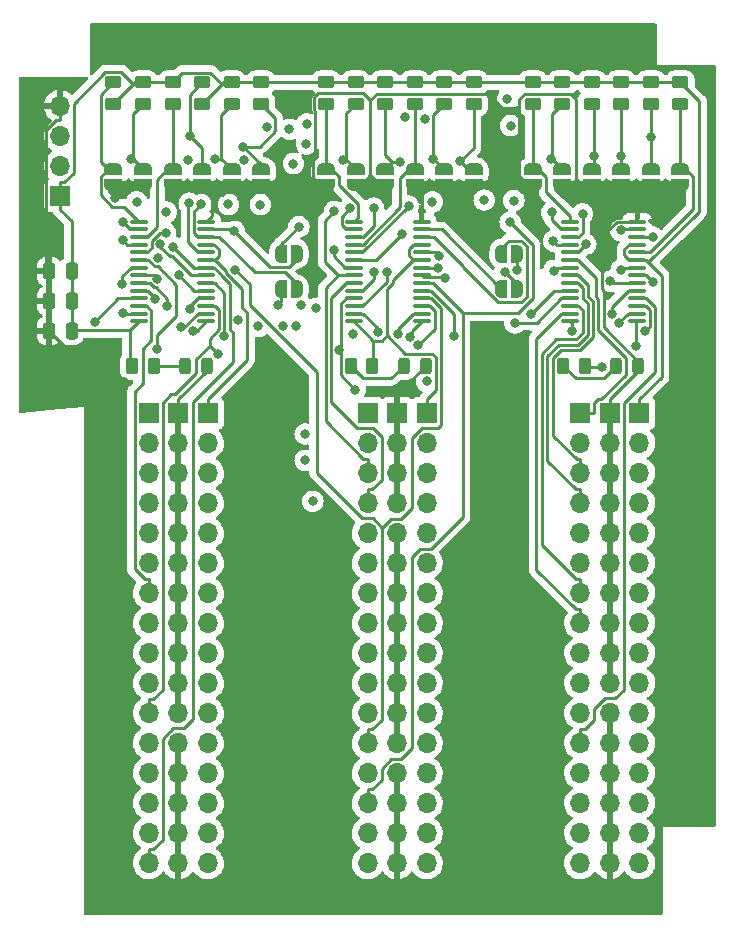
<source format=gbr>
%TF.GenerationSoftware,KiCad,Pcbnew,(6.0.2)*%
%TF.CreationDate,2023-10-23T02:54:13-04:00*%
%TF.ProjectId,USB_Splitter,5553425f-5370-46c6-9974-7465722e6b69,rev?*%
%TF.SameCoordinates,Original*%
%TF.FileFunction,Copper,L1,Top*%
%TF.FilePolarity,Positive*%
%FSLAX46Y46*%
G04 Gerber Fmt 4.6, Leading zero omitted, Abs format (unit mm)*
G04 Created by KiCad (PCBNEW (6.0.2)) date 2023-10-23 02:54:13*
%MOMM*%
%LPD*%
G01*
G04 APERTURE LIST*
G04 Aperture macros list*
%AMRoundRect*
0 Rectangle with rounded corners*
0 $1 Rounding radius*
0 $2 $3 $4 $5 $6 $7 $8 $9 X,Y pos of 4 corners*
0 Add a 4 corners polygon primitive as box body*
4,1,4,$2,$3,$4,$5,$6,$7,$8,$9,$2,$3,0*
0 Add four circle primitives for the rounded corners*
1,1,$1+$1,$2,$3*
1,1,$1+$1,$4,$5*
1,1,$1+$1,$6,$7*
1,1,$1+$1,$8,$9*
0 Add four rect primitives between the rounded corners*
20,1,$1+$1,$2,$3,$4,$5,0*
20,1,$1+$1,$4,$5,$6,$7,0*
20,1,$1+$1,$6,$7,$8,$9,0*
20,1,$1+$1,$8,$9,$2,$3,0*%
%AMFreePoly0*
4,1,22,0.500000,-0.750000,0.000000,-0.750000,0.000000,-0.745033,-0.079941,-0.743568,-0.215256,-0.701293,-0.333266,-0.622738,-0.424486,-0.514219,-0.481581,-0.384460,-0.499164,-0.250000,-0.500000,-0.250000,-0.500000,0.250000,-0.499164,0.250000,-0.499963,0.256109,-0.478152,0.396186,-0.417904,0.524511,-0.324060,0.630769,-0.204165,0.706417,-0.067858,0.745374,0.000000,0.744959,0.000000,0.750000,
0.500000,0.750000,0.500000,-0.750000,0.500000,-0.750000,$1*%
%AMFreePoly1*
4,1,20,0.000000,0.744959,0.073905,0.744508,0.209726,0.703889,0.328688,0.626782,0.421226,0.519385,0.479903,0.390333,0.500000,0.250000,0.500000,-0.250000,0.499851,-0.262216,0.476331,-0.402017,0.414519,-0.529596,0.319384,-0.634700,0.198574,-0.708877,0.061801,-0.746166,0.000000,-0.745033,0.000000,-0.750000,-0.500000,-0.750000,-0.500000,0.750000,0.000000,0.750000,0.000000,0.744959,
0.000000,0.744959,$1*%
G04 Aperture macros list end*
%TA.AperFunction,SMDPad,CuDef*%
%ADD10FreePoly0,180.000000*%
%TD*%
%TA.AperFunction,SMDPad,CuDef*%
%ADD11FreePoly1,180.000000*%
%TD*%
%TA.AperFunction,SMDPad,CuDef*%
%ADD12RoundRect,0.250000X0.450000X-0.262500X0.450000X0.262500X-0.450000X0.262500X-0.450000X-0.262500X0*%
%TD*%
%TA.AperFunction,ComponentPad*%
%ADD13R,1.700000X1.700000*%
%TD*%
%TA.AperFunction,ComponentPad*%
%ADD14O,1.700000X1.700000*%
%TD*%
%TA.AperFunction,SMDPad,CuDef*%
%ADD15FreePoly0,90.000000*%
%TD*%
%TA.AperFunction,SMDPad,CuDef*%
%ADD16FreePoly1,90.000000*%
%TD*%
%TA.AperFunction,SMDPad,CuDef*%
%ADD17RoundRect,0.250000X-0.450000X0.262500X-0.450000X-0.262500X0.450000X-0.262500X0.450000X0.262500X0*%
%TD*%
%TA.AperFunction,SMDPad,CuDef*%
%ADD18RoundRect,0.250000X-0.250000X-0.475000X0.250000X-0.475000X0.250000X0.475000X-0.250000X0.475000X0*%
%TD*%
%TA.AperFunction,SMDPad,CuDef*%
%ADD19RoundRect,0.243750X-0.243750X-0.456250X0.243750X-0.456250X0.243750X0.456250X-0.243750X0.456250X0*%
%TD*%
%TA.AperFunction,SMDPad,CuDef*%
%ADD20RoundRect,0.250000X-0.262500X-0.450000X0.262500X-0.450000X0.262500X0.450000X-0.262500X0.450000X0*%
%TD*%
%TA.AperFunction,SMDPad,CuDef*%
%ADD21RoundRect,0.100000X-0.637500X-0.100000X0.637500X-0.100000X0.637500X0.100000X-0.637500X0.100000X0*%
%TD*%
%TA.AperFunction,SMDPad,CuDef*%
%ADD22RoundRect,0.250000X0.262500X0.450000X-0.262500X0.450000X-0.262500X-0.450000X0.262500X-0.450000X0*%
%TD*%
%TA.AperFunction,ViaPad*%
%ADD23C,0.800000*%
%TD*%
%TA.AperFunction,Conductor*%
%ADD24C,0.250000*%
%TD*%
G04 APERTURE END LIST*
D10*
%TO.P,A21,1,A*%
%TO.N,SDA*%
X186000000Y-73000000D03*
D11*
%TO.P,A21,2,B*%
%TO.N,Net-(U3-Pad27)*%
X184700000Y-73000000D03*
%TD*%
D10*
%TO.P,A20,1,A*%
%TO.N,SCL*%
X186000000Y-76000000D03*
D11*
%TO.P,A20,2,B*%
%TO.N,Net-(U3-Pad26)*%
X184700000Y-76000000D03*
%TD*%
D10*
%TO.P,A19,1,A*%
%TO.N,SDA*%
X204650000Y-76000000D03*
D11*
%TO.P,A19,2,B*%
%TO.N,Net-(U2-Pad27)*%
X203350000Y-76000000D03*
%TD*%
D10*
%TO.P,A18,1,A*%
%TO.N,SCL*%
X204650000Y-73000000D03*
D11*
%TO.P,A18,2,B*%
%TO.N,Net-(U2-Pad26)*%
X203350000Y-73000000D03*
%TD*%
D12*
%TO.P,R12,1*%
%TO.N,A0_5*%
X183000000Y-60325000D03*
%TO.P,R12,2*%
%TO.N,GND*%
X183000000Y-58500000D03*
%TD*%
%TO.P,R15,1*%
%TO.N,A1_5*%
X201000000Y-60325000D03*
%TO.P,R15,2*%
%TO.N,GND*%
X201000000Y-58500000D03*
%TD*%
D13*
%TO.P,J3,1,Pin_1*%
%TO.N,PWM16*%
X192025000Y-86500000D03*
D14*
%TO.P,J3,2,Pin_2*%
%TO.N,PWM17*%
X192025000Y-89040000D03*
%TO.P,J3,3,Pin_3*%
%TO.N,PWM18*%
X192025000Y-91580000D03*
%TO.P,J3,4,Pin_4*%
%TO.N,PWM19*%
X192025000Y-94120000D03*
%TO.P,J3,5,Pin_5*%
%TO.N,PWM20*%
X192025000Y-96660000D03*
%TO.P,J3,6,Pin_6*%
%TO.N,PWM21*%
X192025000Y-99200000D03*
%TO.P,J3,7,Pin_7*%
%TO.N,PWM22*%
X192025000Y-101740000D03*
%TO.P,J3,8,Pin_8*%
%TO.N,PWM23*%
X192025000Y-104280000D03*
%TO.P,J3,9,Pin_9*%
%TO.N,PWM24*%
X192025000Y-106820000D03*
%TO.P,J3,10,Pin_10*%
%TO.N,PWM25*%
X192025000Y-109360000D03*
%TO.P,J3,11,Pin_11*%
%TO.N,PWM26*%
X192025000Y-111900000D03*
%TO.P,J3,12,Pin_12*%
%TO.N,PWM27*%
X192025000Y-114440000D03*
%TO.P,J3,13,Pin_13*%
%TO.N,PWM28*%
X192025000Y-116980000D03*
%TO.P,J3,14,Pin_14*%
%TO.N,PWM29*%
X192025000Y-119520000D03*
%TO.P,J3,15,Pin_15*%
%TO.N,PWM30*%
X192025000Y-122060000D03*
%TO.P,J3,16,Pin_16*%
%TO.N,PWM31*%
X192025000Y-124600000D03*
%TD*%
D12*
%TO.P,R21,1*%
%TO.N,A2_5*%
X218500000Y-60325000D03*
%TO.P,R21,2*%
%TO.N,GND*%
X218500000Y-58500000D03*
%TD*%
D13*
%TO.P,J10,1,Pin_1*%
%TO.N,GND*%
X215025000Y-86500000D03*
D14*
%TO.P,J10,2,Pin_2*%
X215025000Y-89040000D03*
%TO.P,J10,3,Pin_3*%
X215025000Y-91580000D03*
%TO.P,J10,4,Pin_4*%
X215025000Y-94120000D03*
%TO.P,J10,5,Pin_5*%
X215025000Y-96660000D03*
%TO.P,J10,6,Pin_6*%
X215025000Y-99200000D03*
%TO.P,J10,7,Pin_7*%
X215025000Y-101740000D03*
%TO.P,J10,8,Pin_8*%
X215025000Y-104280000D03*
%TO.P,J10,9,Pin_9*%
X215025000Y-106820000D03*
%TO.P,J10,10,Pin_10*%
X215025000Y-109360000D03*
%TO.P,J10,11,Pin_11*%
X215025000Y-111900000D03*
%TO.P,J10,12,Pin_12*%
X215025000Y-114440000D03*
%TO.P,J10,13,Pin_13*%
X215025000Y-116980000D03*
%TO.P,J10,14,Pin_14*%
X215025000Y-119520000D03*
%TO.P,J10,15,Pin_15*%
X215025000Y-122060000D03*
%TO.P,J10,16,Pin_16*%
X215025000Y-124600000D03*
%TD*%
D15*
%TO.P,A17,1,A*%
%TO.N,VCC*%
X218500000Y-67150000D03*
D16*
%TO.P,A17,2,B*%
%TO.N,A2_5*%
X218500000Y-65850000D03*
%TD*%
D12*
%TO.P,R19,1*%
%TO.N,A2_3*%
X213500000Y-60325000D03*
%TO.P,R19,2*%
%TO.N,GND*%
X213500000Y-58500000D03*
%TD*%
D15*
%TO.P,A0,1,A*%
%TO.N,VCC*%
X170500000Y-67150000D03*
D16*
%TO.P,A0,2,B*%
%TO.N,A0_0*%
X170500000Y-65850000D03*
%TD*%
D13*
%TO.P,J9,1,Pin_1*%
%TO.N,VCC*%
X212525000Y-86500000D03*
D14*
%TO.P,J9,2,Pin_2*%
X212525000Y-89040000D03*
%TO.P,J9,3,Pin_3*%
X212525000Y-91580000D03*
%TO.P,J9,4,Pin_4*%
X212525000Y-94120000D03*
%TO.P,J9,5,Pin_5*%
X212525000Y-96660000D03*
%TO.P,J9,6,Pin_6*%
X212525000Y-99200000D03*
%TO.P,J9,7,Pin_7*%
X212525000Y-101740000D03*
%TO.P,J9,8,Pin_8*%
X212525000Y-104280000D03*
%TO.P,J9,9,Pin_9*%
X212525000Y-106820000D03*
%TO.P,J9,10,Pin_10*%
X212525000Y-109360000D03*
%TO.P,J9,11,Pin_11*%
X212525000Y-111900000D03*
%TO.P,J9,12,Pin_12*%
X212525000Y-114440000D03*
%TO.P,J9,13,Pin_13*%
X212525000Y-116980000D03*
%TO.P,J9,14,Pin_14*%
X212525000Y-119520000D03*
%TO.P,J9,15,Pin_15*%
X212525000Y-122060000D03*
%TO.P,J9,16,Pin_16*%
X212525000Y-124600000D03*
%TD*%
D15*
%TO.P,A2,1,A*%
%TO.N,VCC*%
X175500000Y-67150000D03*
D16*
%TO.P,A2,2,B*%
%TO.N,A0_2*%
X175500000Y-65850000D03*
%TD*%
D15*
%TO.P,A14,1,A*%
%TO.N,VCC*%
X211000000Y-67150000D03*
D16*
%TO.P,A14,2,B*%
%TO.N,A2_2*%
X211000000Y-65850000D03*
%TD*%
D15*
%TO.P,A15,1,A*%
%TO.N,VCC*%
X213500000Y-67150000D03*
D16*
%TO.P,A15,2,B*%
%TO.N,A2_3*%
X213500000Y-65850000D03*
%TD*%
D12*
%TO.P,R9,1*%
%TO.N,A0_2*%
X175500000Y-60325000D03*
%TO.P,R9,2*%
%TO.N,GND*%
X175500000Y-58500000D03*
%TD*%
D15*
%TO.P,A3,1,A*%
%TO.N,VCC*%
X178000000Y-67150000D03*
D16*
%TO.P,A3,2,B*%
%TO.N,A0_3*%
X178000000Y-65850000D03*
%TD*%
D17*
%TO.P,R10,1*%
%TO.N,A0_3*%
X178000000Y-58500000D03*
%TO.P,R10,2*%
%TO.N,GND*%
X178000000Y-60325000D03*
%TD*%
%TO.P,R7,1*%
%TO.N,A0_0*%
X170500000Y-58500000D03*
%TO.P,R7,2*%
%TO.N,GND*%
X170500000Y-60325000D03*
%TD*%
D13*
%TO.P,J4,1,Pin_1*%
%TO.N,VCC*%
X194525000Y-86500000D03*
D14*
%TO.P,J4,2,Pin_2*%
X194525000Y-89040000D03*
%TO.P,J4,3,Pin_3*%
X194525000Y-91580000D03*
%TO.P,J4,4,Pin_4*%
X194525000Y-94120000D03*
%TO.P,J4,5,Pin_5*%
X194525000Y-96660000D03*
%TO.P,J4,6,Pin_6*%
X194525000Y-99200000D03*
%TO.P,J4,7,Pin_7*%
X194525000Y-101740000D03*
%TO.P,J4,8,Pin_8*%
X194525000Y-104280000D03*
%TO.P,J4,9,Pin_9*%
X194525000Y-106820000D03*
%TO.P,J4,10,Pin_10*%
X194525000Y-109360000D03*
%TO.P,J4,11,Pin_11*%
X194525000Y-111900000D03*
%TO.P,J4,12,Pin_12*%
X194525000Y-114440000D03*
%TO.P,J4,13,Pin_13*%
X194525000Y-116980000D03*
%TO.P,J4,14,Pin_14*%
X194525000Y-119520000D03*
%TO.P,J4,15,Pin_15*%
X194525000Y-122060000D03*
%TO.P,J4,16,Pin_16*%
X194525000Y-124600000D03*
%TD*%
D18*
%TO.P,C2,1*%
%TO.N,VCC*%
X165050000Y-74500000D03*
%TO.P,C2,2*%
%TO.N,GND*%
X166950000Y-74500000D03*
%TD*%
D15*
%TO.P,A11,1,A*%
%TO.N,VCC*%
X201000000Y-67150000D03*
D16*
%TO.P,A11,2,B*%
%TO.N,A1_5*%
X201000000Y-65850000D03*
%TD*%
D12*
%TO.P,R11,1*%
%TO.N,A0_4*%
X180500000Y-60325000D03*
%TO.P,R11,2*%
%TO.N,GND*%
X180500000Y-58500000D03*
%TD*%
D15*
%TO.P,A10,1,A*%
%TO.N,VCC*%
X198500000Y-67150000D03*
D16*
%TO.P,A10,2,B*%
%TO.N,A1_4*%
X198500000Y-65850000D03*
%TD*%
D15*
%TO.P,A8,1,A*%
%TO.N,VCC*%
X193500000Y-67150000D03*
D16*
%TO.P,A8,2,B*%
%TO.N,A1_2*%
X193500000Y-65850000D03*
%TD*%
D12*
%TO.P,R4,1*%
%TO.N,A1_1*%
X191000000Y-60325000D03*
%TO.P,R4,2*%
%TO.N,GND*%
X191000000Y-58500000D03*
%TD*%
D19*
%TO.P,D3,1,K*%
%TO.N,Net-(D3-Pad1)*%
X213062500Y-82500000D03*
%TO.P,D3,2,A*%
%TO.N,VCC*%
X214937500Y-82500000D03*
%TD*%
D15*
%TO.P,A12,1,A*%
%TO.N,VCC*%
X206000000Y-67150000D03*
D16*
%TO.P,A12,2,B*%
%TO.N,A2_0*%
X206000000Y-65850000D03*
%TD*%
D13*
%TO.P,J6,1,Pin_1*%
%TO.N,GND*%
X178500000Y-86500000D03*
D14*
%TO.P,J6,2,Pin_2*%
X178500000Y-89040000D03*
%TO.P,J6,3,Pin_3*%
X178500000Y-91580000D03*
%TO.P,J6,4,Pin_4*%
X178500000Y-94120000D03*
%TO.P,J6,5,Pin_5*%
X178500000Y-96660000D03*
%TO.P,J6,6,Pin_6*%
X178500000Y-99200000D03*
%TO.P,J6,7,Pin_7*%
X178500000Y-101740000D03*
%TO.P,J6,8,Pin_8*%
X178500000Y-104280000D03*
%TO.P,J6,9,Pin_9*%
X178500000Y-106820000D03*
%TO.P,J6,10,Pin_10*%
X178500000Y-109360000D03*
%TO.P,J6,11,Pin_11*%
X178500000Y-111900000D03*
%TO.P,J6,12,Pin_12*%
X178500000Y-114440000D03*
%TO.P,J6,13,Pin_13*%
X178500000Y-116980000D03*
%TO.P,J6,14,Pin_14*%
X178500000Y-119520000D03*
%TO.P,J6,15,Pin_15*%
X178500000Y-122060000D03*
%TO.P,J6,16,Pin_16*%
X178500000Y-124600000D03*
%TD*%
D20*
%TO.P,R1,1*%
%TO.N,Net-(D2-Pad1)*%
X190587500Y-82500000D03*
%TO.P,R1,2*%
%TO.N,GND*%
X192412500Y-82500000D03*
%TD*%
D12*
%TO.P,R18,1*%
%TO.N,A2_2*%
X211000000Y-60325000D03*
%TO.P,R18,2*%
%TO.N,GND*%
X211000000Y-58500000D03*
%TD*%
D20*
%TO.P,R2,1*%
%TO.N,Net-(D3-Pad1)*%
X208587500Y-82500000D03*
%TO.P,R2,2*%
%TO.N,GND*%
X210412500Y-82500000D03*
%TD*%
D15*
%TO.P,A13,1,A*%
%TO.N,VCC*%
X208500000Y-67150000D03*
D16*
%TO.P,A13,2,B*%
%TO.N,A2_1*%
X208500000Y-65850000D03*
%TD*%
D12*
%TO.P,R14,1*%
%TO.N,A1_4*%
X198500000Y-60325000D03*
%TO.P,R14,2*%
%TO.N,GND*%
X198500000Y-58500000D03*
%TD*%
D21*
%TO.P,U3,1,A0*%
%TO.N,A2_0*%
X209112500Y-70275000D03*
%TO.P,U3,2,A1*%
%TO.N,A2_1*%
X209112500Y-70925000D03*
%TO.P,U3,3,A2*%
%TO.N,A2_2*%
X209112500Y-71575000D03*
%TO.P,U3,4,A3*%
%TO.N,A2_3*%
X209112500Y-72225000D03*
%TO.P,U3,5,A4*%
%TO.N,A2_4*%
X209112500Y-72875000D03*
%TO.P,U3,6,LED0*%
%TO.N,PWM32*%
X209112500Y-73525000D03*
%TO.P,U3,7,LED1*%
%TO.N,PWM33*%
X209112500Y-74175000D03*
%TO.P,U3,8,LED2*%
%TO.N,PWM34*%
X209112500Y-74825000D03*
%TO.P,U3,9,LED3*%
%TO.N,PWM35*%
X209112500Y-75475000D03*
%TO.P,U3,10,LED4*%
%TO.N,PWM36*%
X209112500Y-76125000D03*
%TO.P,U3,11,LED5*%
%TO.N,PWM37*%
X209112500Y-76775000D03*
%TO.P,U3,12,LED6*%
%TO.N,PWM38*%
X209112500Y-77425000D03*
%TO.P,U3,13,LED7*%
%TO.N,PWM39*%
X209112500Y-78075000D03*
%TO.P,U3,14,VSS*%
%TO.N,GND*%
X209112500Y-78725000D03*
%TO.P,U3,15,LED8*%
%TO.N,PWM40*%
X214837500Y-78725000D03*
%TO.P,U3,16,LED9*%
%TO.N,PWM41*%
X214837500Y-78075000D03*
%TO.P,U3,17,LED10*%
%TO.N,PWM42*%
X214837500Y-77425000D03*
%TO.P,U3,18,LED11*%
%TO.N,PWM43*%
X214837500Y-76775000D03*
%TO.P,U3,19,LED12*%
%TO.N,PWM44*%
X214837500Y-76125000D03*
%TO.P,U3,20,LED13*%
%TO.N,PWM45*%
X214837500Y-75475000D03*
%TO.P,U3,21,LED14*%
%TO.N,PWM46*%
X214837500Y-74825000D03*
%TO.P,U3,22,LED15*%
%TO.N,PWM47*%
X214837500Y-74175000D03*
%TO.P,U3,23,~{OE}*%
%TO.N,GND*%
X214837500Y-73525000D03*
%TO.P,U3,24,A5*%
%TO.N,A2_5*%
X214837500Y-72875000D03*
%TO.P,U3,25,EXTCLK*%
%TO.N,GND*%
X214837500Y-72225000D03*
%TO.P,U3,26,SCL*%
%TO.N,Net-(U3-Pad26)*%
X214837500Y-71575000D03*
%TO.P,U3,27,SDA*%
%TO.N,Net-(U3-Pad27)*%
X214837500Y-70925000D03*
%TO.P,U3,28,VDD*%
%TO.N,VCC*%
X214837500Y-70275000D03*
%TD*%
D13*
%TO.P,J5,1,Pin_1*%
%TO.N,VCC*%
X176000000Y-86500000D03*
D14*
%TO.P,J5,2,Pin_2*%
X176000000Y-89040000D03*
%TO.P,J5,3,Pin_3*%
X176000000Y-91580000D03*
%TO.P,J5,4,Pin_4*%
X176000000Y-94120000D03*
%TO.P,J5,5,Pin_5*%
X176000000Y-96660000D03*
%TO.P,J5,6,Pin_6*%
X176000000Y-99200000D03*
%TO.P,J5,7,Pin_7*%
X176000000Y-101740000D03*
%TO.P,J5,8,Pin_8*%
X176000000Y-104280000D03*
%TO.P,J5,9,Pin_9*%
X176000000Y-106820000D03*
%TO.P,J5,10,Pin_10*%
X176000000Y-109360000D03*
%TO.P,J5,11,Pin_11*%
X176000000Y-111900000D03*
%TO.P,J5,12,Pin_12*%
X176000000Y-114440000D03*
%TO.P,J5,13,Pin_13*%
X176000000Y-116980000D03*
%TO.P,J5,14,Pin_14*%
X176000000Y-119520000D03*
%TO.P,J5,15,Pin_15*%
X176000000Y-122060000D03*
%TO.P,J5,16,Pin_16*%
X176000000Y-124600000D03*
%TD*%
D18*
%TO.P,C3,1*%
%TO.N,VCC*%
X165050000Y-77000000D03*
%TO.P,C3,2*%
%TO.N,GND*%
X166950000Y-77000000D03*
%TD*%
D12*
%TO.P,R5,1*%
%TO.N,A1_2*%
X193500000Y-60325000D03*
%TO.P,R5,2*%
%TO.N,GND*%
X193500000Y-58500000D03*
%TD*%
%TO.P,R8,1*%
%TO.N,A0_1*%
X173000000Y-60325000D03*
%TO.P,R8,2*%
%TO.N,GND*%
X173000000Y-58500000D03*
%TD*%
D15*
%TO.P,A1,1,A*%
%TO.N,VCC*%
X173000000Y-67150000D03*
D16*
%TO.P,A1,2,B*%
%TO.N,A0_1*%
X173000000Y-65850000D03*
%TD*%
D15*
%TO.P,A7,1,A*%
%TO.N,VCC*%
X191000000Y-67150000D03*
D16*
%TO.P,A7,2,B*%
%TO.N,A1_1*%
X191000000Y-65850000D03*
%TD*%
D12*
%TO.P,R3,1*%
%TO.N,A1_0*%
X188500000Y-60325000D03*
%TO.P,R3,2*%
%TO.N,GND*%
X188500000Y-58500000D03*
%TD*%
D13*
%TO.P,J1,1,Pin_1*%
%TO.N,GND*%
X165975000Y-68120000D03*
D14*
%TO.P,J1,2,Pin_2*%
%TO.N,SDA*%
X165975000Y-65580000D03*
%TO.P,J1,3,Pin_3*%
%TO.N,SCL*%
X165975000Y-63040000D03*
%TO.P,J1,4,Pin_4*%
%TO.N,VCC*%
X165975000Y-60500000D03*
%TD*%
D19*
%TO.P,D2,1,K*%
%TO.N,Net-(D2-Pad1)*%
X195062500Y-82500000D03*
%TO.P,D2,2,A*%
%TO.N,VCC*%
X196937500Y-82500000D03*
%TD*%
D15*
%TO.P,A6,1,A*%
%TO.N,VCC*%
X188500000Y-67150000D03*
D16*
%TO.P,A6,2,B*%
%TO.N,A1_0*%
X188500000Y-65850000D03*
%TD*%
D15*
%TO.P,A9,1,A*%
%TO.N,VCC*%
X196000000Y-67150000D03*
D16*
%TO.P,A9,2,B*%
%TO.N,A1_3*%
X196000000Y-65850000D03*
%TD*%
D12*
%TO.P,R16,1*%
%TO.N,A2_0*%
X206000000Y-60325000D03*
%TO.P,R16,2*%
%TO.N,GND*%
X206000000Y-58500000D03*
%TD*%
D13*
%TO.P,J7,1,Pin_1*%
%TO.N,GND*%
X197025000Y-86500000D03*
D14*
%TO.P,J7,2,Pin_2*%
X197025000Y-89040000D03*
%TO.P,J7,3,Pin_3*%
X197025000Y-91580000D03*
%TO.P,J7,4,Pin_4*%
X197025000Y-94120000D03*
%TO.P,J7,5,Pin_5*%
X197025000Y-96660000D03*
%TO.P,J7,6,Pin_6*%
X197025000Y-99200000D03*
%TO.P,J7,7,Pin_7*%
X197025000Y-101740000D03*
%TO.P,J7,8,Pin_8*%
X197025000Y-104280000D03*
%TO.P,J7,9,Pin_9*%
X197025000Y-106820000D03*
%TO.P,J7,10,Pin_10*%
X197025000Y-109360000D03*
%TO.P,J7,11,Pin_11*%
X197025000Y-111900000D03*
%TO.P,J7,12,Pin_12*%
X197025000Y-114440000D03*
%TO.P,J7,13,Pin_13*%
X197025000Y-116980000D03*
%TO.P,J7,14,Pin_14*%
X197025000Y-119520000D03*
%TO.P,J7,15,Pin_15*%
X197025000Y-122060000D03*
%TO.P,J7,16,Pin_16*%
X197025000Y-124600000D03*
%TD*%
D19*
%TO.P,D1,1,K*%
%TO.N,Net-(D1-Pad1)*%
X176562500Y-82500000D03*
%TO.P,D1,2,A*%
%TO.N,VCC*%
X178437500Y-82500000D03*
%TD*%
D15*
%TO.P,A4,1,A*%
%TO.N,VCC*%
X180500000Y-67150000D03*
D16*
%TO.P,A4,2,B*%
%TO.N,A0_4*%
X180500000Y-65850000D03*
%TD*%
D12*
%TO.P,R20,1*%
%TO.N,A2_4*%
X216000000Y-60325000D03*
%TO.P,R20,2*%
%TO.N,GND*%
X216000000Y-58500000D03*
%TD*%
D22*
%TO.P,R13,1*%
%TO.N,Net-(D1-Pad1)*%
X173912500Y-82500000D03*
%TO.P,R13,2*%
%TO.N,GND*%
X172087500Y-82500000D03*
%TD*%
D15*
%TO.P,A5,1,A*%
%TO.N,VCC*%
X183000000Y-67150000D03*
D16*
%TO.P,A5,2,B*%
%TO.N,A0_5*%
X183000000Y-65850000D03*
%TD*%
D18*
%TO.P,C1,1*%
%TO.N,VCC*%
X165050000Y-79500000D03*
%TO.P,C1,2*%
%TO.N,GND*%
X166950000Y-79500000D03*
%TD*%
D21*
%TO.P,U2,1,A0*%
%TO.N,A1_0*%
X190875000Y-70275000D03*
%TO.P,U2,2,A1*%
%TO.N,A1_1*%
X190875000Y-70925000D03*
%TO.P,U2,3,A2*%
%TO.N,A1_2*%
X190875000Y-71575000D03*
%TO.P,U2,4,A3*%
%TO.N,A1_3*%
X190875000Y-72225000D03*
%TO.P,U2,5,A4*%
%TO.N,A1_4*%
X190875000Y-72875000D03*
%TO.P,U2,6,LED0*%
%TO.N,PWM16*%
X190875000Y-73525000D03*
%TO.P,U2,7,LED1*%
%TO.N,PWM17*%
X190875000Y-74175000D03*
%TO.P,U2,8,LED2*%
%TO.N,PWM18*%
X190875000Y-74825000D03*
%TO.P,U2,9,LED3*%
%TO.N,PWM19*%
X190875000Y-75475000D03*
%TO.P,U2,10,LED4*%
%TO.N,PWM20*%
X190875000Y-76125000D03*
%TO.P,U2,11,LED5*%
%TO.N,PWM21*%
X190875000Y-76775000D03*
%TO.P,U2,12,LED6*%
%TO.N,PWM22*%
X190875000Y-77425000D03*
%TO.P,U2,13,LED7*%
%TO.N,PWM23*%
X190875000Y-78075000D03*
%TO.P,U2,14,VSS*%
%TO.N,GND*%
X190875000Y-78725000D03*
%TO.P,U2,15,LED8*%
%TO.N,PWM24*%
X196600000Y-78725000D03*
%TO.P,U2,16,LED9*%
%TO.N,PWM25*%
X196600000Y-78075000D03*
%TO.P,U2,17,LED10*%
%TO.N,PWM26*%
X196600000Y-77425000D03*
%TO.P,U2,18,LED11*%
%TO.N,PWM27*%
X196600000Y-76775000D03*
%TO.P,U2,19,LED12*%
%TO.N,PWM28*%
X196600000Y-76125000D03*
%TO.P,U2,20,LED13*%
%TO.N,PWM29*%
X196600000Y-75475000D03*
%TO.P,U2,21,LED14*%
%TO.N,PWM30*%
X196600000Y-74825000D03*
%TO.P,U2,22,LED15*%
%TO.N,PWM31*%
X196600000Y-74175000D03*
%TO.P,U2,23,~{OE}*%
%TO.N,GND*%
X196600000Y-73525000D03*
%TO.P,U2,24,A5*%
%TO.N,A1_5*%
X196600000Y-72875000D03*
%TO.P,U2,25,EXTCLK*%
%TO.N,GND*%
X196600000Y-72225000D03*
%TO.P,U2,26,SCL*%
%TO.N,Net-(U2-Pad26)*%
X196600000Y-71575000D03*
%TO.P,U2,27,SDA*%
%TO.N,Net-(U2-Pad27)*%
X196600000Y-70925000D03*
%TO.P,U2,28,VDD*%
%TO.N,VCC*%
X196600000Y-70275000D03*
%TD*%
D13*
%TO.P,J8,1,Pin_1*%
%TO.N,PWM32*%
X210025000Y-86500000D03*
D14*
%TO.P,J8,2,Pin_2*%
%TO.N,PWM33*%
X210025000Y-89040000D03*
%TO.P,J8,3,Pin_3*%
%TO.N,PWM34*%
X210025000Y-91580000D03*
%TO.P,J8,4,Pin_4*%
%TO.N,PWM35*%
X210025000Y-94120000D03*
%TO.P,J8,5,Pin_5*%
%TO.N,PWM36*%
X210025000Y-96660000D03*
%TO.P,J8,6,Pin_6*%
%TO.N,PWM37*%
X210025000Y-99200000D03*
%TO.P,J8,7,Pin_7*%
%TO.N,PWM38*%
X210025000Y-101740000D03*
%TO.P,J8,8,Pin_8*%
%TO.N,PWM39*%
X210025000Y-104280000D03*
%TO.P,J8,9,Pin_9*%
%TO.N,PWM40*%
X210025000Y-106820000D03*
%TO.P,J8,10,Pin_10*%
%TO.N,PWM41*%
X210025000Y-109360000D03*
%TO.P,J8,11,Pin_11*%
%TO.N,PWM42*%
X210025000Y-111900000D03*
%TO.P,J8,12,Pin_12*%
%TO.N,PWM43*%
X210025000Y-114440000D03*
%TO.P,J8,13,Pin_13*%
%TO.N,PWM44*%
X210025000Y-116980000D03*
%TO.P,J8,14,Pin_14*%
%TO.N,PWM45*%
X210025000Y-119520000D03*
%TO.P,J8,15,Pin_15*%
%TO.N,PWM46*%
X210025000Y-122060000D03*
%TO.P,J8,16,Pin_16*%
%TO.N,PWM47*%
X210025000Y-124600000D03*
%TD*%
D12*
%TO.P,R6,1*%
%TO.N,A1_3*%
X196000000Y-60325000D03*
%TO.P,R6,2*%
%TO.N,GND*%
X196000000Y-58500000D03*
%TD*%
D21*
%TO.P,U1,1,A0*%
%TO.N,A0_0*%
X172637500Y-70275000D03*
%TO.P,U1,2,A1*%
%TO.N,A0_1*%
X172637500Y-70925000D03*
%TO.P,U1,3,A2*%
%TO.N,A0_2*%
X172637500Y-71575000D03*
%TO.P,U1,4,A3*%
%TO.N,A0_3*%
X172637500Y-72225000D03*
%TO.P,U1,5,A4*%
%TO.N,A0_4*%
X172637500Y-72875000D03*
%TO.P,U1,6,LED0*%
%TO.N,PWM0*%
X172637500Y-73525000D03*
%TO.P,U1,7,LED1*%
%TO.N,PWM1*%
X172637500Y-74175000D03*
%TO.P,U1,8,LED2*%
%TO.N,PWM2*%
X172637500Y-74825000D03*
%TO.P,U1,9,LED3*%
%TO.N,PWM3*%
X172637500Y-75475000D03*
%TO.P,U1,10,LED4*%
%TO.N,PWM4*%
X172637500Y-76125000D03*
%TO.P,U1,11,LED5*%
%TO.N,PWM5*%
X172637500Y-76775000D03*
%TO.P,U1,12,LED6*%
%TO.N,PWM6*%
X172637500Y-77425000D03*
%TO.P,U1,13,LED7*%
%TO.N,PWM7*%
X172637500Y-78075000D03*
%TO.P,U1,14,VSS*%
%TO.N,GND*%
X172637500Y-78725000D03*
%TO.P,U1,15,LED8*%
%TO.N,PWM8*%
X178362500Y-78725000D03*
%TO.P,U1,16,LED9*%
%TO.N,PWM9*%
X178362500Y-78075000D03*
%TO.P,U1,17,LED10*%
%TO.N,PWM10*%
X178362500Y-77425000D03*
%TO.P,U1,18,LED11*%
%TO.N,PWM11*%
X178362500Y-76775000D03*
%TO.P,U1,19,LED12*%
%TO.N,PWM12*%
X178362500Y-76125000D03*
%TO.P,U1,20,LED13*%
%TO.N,PWM13*%
X178362500Y-75475000D03*
%TO.P,U1,21,LED14*%
%TO.N,PWM14*%
X178362500Y-74825000D03*
%TO.P,U1,22,LED15*%
%TO.N,PWM15*%
X178362500Y-74175000D03*
%TO.P,U1,23,~{OE}*%
%TO.N,GND*%
X178362500Y-73525000D03*
%TO.P,U1,24,A5*%
%TO.N,A0_5*%
X178362500Y-72875000D03*
%TO.P,U1,25,EXTCLK*%
%TO.N,GND*%
X178362500Y-72225000D03*
%TO.P,U1,26,SCL*%
%TO.N,SCL*%
X178362500Y-71575000D03*
%TO.P,U1,27,SDA*%
%TO.N,SDA*%
X178362500Y-70925000D03*
%TO.P,U1,28,VDD*%
%TO.N,VCC*%
X178362500Y-70275000D03*
%TD*%
D13*
%TO.P,J2,1,Pin_1*%
%TO.N,PWM0*%
X173500000Y-86500000D03*
D14*
%TO.P,J2,2,Pin_2*%
%TO.N,PWM1*%
X173500000Y-89040000D03*
%TO.P,J2,3,Pin_3*%
%TO.N,PWM2*%
X173500000Y-91580000D03*
%TO.P,J2,4,Pin_4*%
%TO.N,PWM3*%
X173500000Y-94120000D03*
%TO.P,J2,5,Pin_5*%
%TO.N,PWM4*%
X173500000Y-96660000D03*
%TO.P,J2,6,Pin_6*%
%TO.N,PWM5*%
X173500000Y-99200000D03*
%TO.P,J2,7,Pin_7*%
%TO.N,PWM6*%
X173500000Y-101740000D03*
%TO.P,J2,8,Pin_8*%
%TO.N,PWM7*%
X173500000Y-104280000D03*
%TO.P,J2,9,Pin_9*%
%TO.N,PWM8*%
X173500000Y-106820000D03*
%TO.P,J2,10,Pin_10*%
%TO.N,PWM9*%
X173500000Y-109360000D03*
%TO.P,J2,11,Pin_11*%
%TO.N,PWM10*%
X173500000Y-111900000D03*
%TO.P,J2,12,Pin_12*%
%TO.N,PWM11*%
X173500000Y-114440000D03*
%TO.P,J2,13,Pin_13*%
%TO.N,PWM12*%
X173500000Y-116980000D03*
%TO.P,J2,14,Pin_14*%
%TO.N,PWM13*%
X173500000Y-119520000D03*
%TO.P,J2,15,Pin_15*%
%TO.N,PWM14*%
X173500000Y-122060000D03*
%TO.P,J2,16,Pin_16*%
%TO.N,PWM15*%
X173500000Y-124600000D03*
%TD*%
D12*
%TO.P,R17,1*%
%TO.N,A2_1*%
X208500000Y-60325000D03*
%TO.P,R17,2*%
%TO.N,GND*%
X208500000Y-58500000D03*
%TD*%
D15*
%TO.P,A16,1,A*%
%TO.N,VCC*%
X216000000Y-67150000D03*
D16*
%TO.P,A16,2,B*%
%TO.N,A2_4*%
X216000000Y-65850000D03*
%TD*%
D23*
%TO.N,Net-(U3-Pad27)*%
X213447500Y-71029500D03*
X186196200Y-70699600D03*
%TO.N,Net-(U3-Pad26)*%
X216181600Y-71575000D03*
X184419500Y-77379000D03*
%TO.N,A2_4*%
X216000000Y-63094200D03*
X210485100Y-72192400D03*
%TO.N,A2_3*%
X207751600Y-71925600D03*
X213448200Y-64729300D03*
%TO.N,A2_2*%
X210212200Y-69617800D03*
X211224300Y-64722300D03*
%TO.N,A2_1*%
X207612000Y-69492800D03*
X207520000Y-64998300D03*
%TO.N,A0_5*%
X176916900Y-68719900D03*
X181503100Y-63933200D03*
%TO.N,A0_4*%
X174923100Y-71239400D03*
X179071000Y-64952400D03*
%TO.N,A0_3*%
X171279700Y-71877300D03*
X176971000Y-63042200D03*
%TO.N,A0_1*%
X171277400Y-70295400D03*
X172018300Y-65016700D03*
%TO.N,A1_5*%
X198073100Y-73168000D03*
X199864100Y-65161300D03*
%TO.N,A1_4*%
X195480400Y-68971600D03*
X197585300Y-64947700D03*
%TO.N,A1_2*%
X192533900Y-69146400D03*
X194721700Y-65234100D03*
%TO.N,A1_1*%
X190519400Y-69125900D03*
X189952500Y-65051600D03*
%TO.N,PWM47*%
X213483500Y-74348400D03*
X174298000Y-73347500D03*
%TO.N,PWM46*%
X216190000Y-75426800D03*
X197017300Y-83802000D03*
%TO.N,PWM45*%
X212582000Y-75329000D03*
X181082600Y-78619500D03*
%TO.N,PWM44*%
X212739800Y-78075500D03*
X182762500Y-79155200D03*
%TO.N,PWM43*%
X185980200Y-79154700D03*
%TO.N,PWM42*%
X186368400Y-77368400D03*
X215506700Y-79584300D03*
%TO.N,PWM41*%
X213331000Y-78899200D03*
X187660800Y-77615900D03*
%TO.N,PWM40*%
X214740200Y-80812600D03*
X190792200Y-79765400D03*
%TO.N,PWM37*%
X204485900Y-78858600D03*
%TO.N,PWM36*%
X205821800Y-78130600D03*
%TO.N,PWM33*%
X207772800Y-74420500D03*
%TO.N,PWM31*%
X197958300Y-74207400D03*
X172472500Y-68600500D03*
%TO.N,PWM30*%
X198530100Y-75050500D03*
X174982900Y-69474500D03*
%TO.N,PWM29*%
X204081300Y-70334200D03*
X176845900Y-65099300D03*
%TO.N,PWM28*%
X199348500Y-79976600D03*
X180229200Y-68827300D03*
%TO.N,PWM27*%
X180802800Y-74344100D03*
%TO.N,PWM26*%
X196319100Y-80722400D03*
%TO.N,PWM25*%
X194611200Y-79817700D03*
%TO.N,PWM24*%
X195611600Y-80015000D03*
%TO.N,PWM23*%
X192870200Y-79642600D03*
%TO.N,PWM22*%
X187376400Y-93957300D03*
X193628600Y-74542500D03*
%TO.N,PWM21*%
X190952000Y-84512500D03*
X189629300Y-81179000D03*
X197500000Y-68618600D03*
%TO.N,PWM20*%
X192581200Y-74542500D03*
X186732700Y-90497400D03*
%TO.N,PWM19*%
X201890300Y-68451100D03*
%TO.N,PWM18*%
X189199800Y-69421900D03*
X204399400Y-68503000D03*
%TO.N,PWM15*%
X175566900Y-72465600D03*
%TO.N,PWM14*%
X174476300Y-72207400D03*
%TO.N,PWM13*%
X179884600Y-79973400D03*
%TO.N,PWM12*%
X176026600Y-74793400D03*
%TO.N,PWM11*%
X177012300Y-77639100D03*
X183484400Y-62289200D03*
%TO.N,PWM10*%
X179382200Y-81527900D03*
X185735400Y-65360400D03*
%TO.N,PWM9*%
X176229700Y-79229200D03*
X186864000Y-62008800D03*
%TO.N,PWM8*%
X186842100Y-63693400D03*
X177241700Y-79540000D03*
%TO.N,PWM7*%
X181550300Y-65093100D03*
X171291100Y-78009100D03*
%TO.N,PWM6*%
X182933700Y-68849900D03*
%TO.N,PWM5*%
X168914200Y-78741800D03*
X195174000Y-61454100D03*
%TO.N,PWM4*%
X174001000Y-76826300D03*
X196860000Y-61630100D03*
%TO.N,PWM3*%
X185385400Y-62459100D03*
X175066600Y-77407500D03*
%TO.N,PWM2*%
X174209600Y-75102300D03*
X203858300Y-59926700D03*
%TO.N,PWM1*%
X171213300Y-75591700D03*
X204125600Y-62153700D03*
%TO.N,PWM0*%
X174176800Y-81080400D03*
X184849700Y-79137200D03*
%TO.N,SCL*%
X204650000Y-74354700D03*
X177917300Y-68823500D03*
%TO.N,SDA*%
X180732600Y-71115600D03*
X203624000Y-74517600D03*
%TO.N,PWM17*%
X189191800Y-72673800D03*
X186732700Y-88264500D03*
%TO.N,PWM16*%
X194968300Y-71322900D03*
%TO.N,GND*%
X211874200Y-82603600D03*
X209340000Y-79529900D03*
%TO.N,VCC*%
X170655600Y-68252100D03*
X171432900Y-83841500D03*
%TD*%
D24*
%TO.N,Net-(D3-Pad1)*%
X212021500Y-83541000D02*
X213062500Y-82500000D01*
X209628500Y-83541000D02*
X212021500Y-83541000D01*
X208587500Y-82500000D02*
X209628500Y-83541000D01*
%TO.N,Net-(D2-Pad1)*%
X191623400Y-83535900D02*
X190587500Y-82500000D01*
X194026600Y-83535900D02*
X191623400Y-83535900D01*
X195062500Y-82500000D02*
X194026600Y-83535900D01*
%TO.N,Net-(U3-Pad27)*%
X213552000Y-70925000D02*
X213447500Y-71029500D01*
X214837500Y-70925000D02*
X213552000Y-70925000D01*
X184700000Y-72195800D02*
X186196200Y-70699600D01*
X184700000Y-73000000D02*
X184700000Y-72195800D01*
%TO.N,Net-(U3-Pad26)*%
X214837500Y-71575000D02*
X216181600Y-71575000D01*
X184700000Y-77098500D02*
X184419500Y-77379000D01*
X184700000Y-76000000D02*
X184700000Y-77098500D01*
%TO.N,A2_5*%
X218500000Y-65850000D02*
X218500000Y-60325000D01*
X215932800Y-72875000D02*
X214837500Y-72875000D01*
X219581800Y-69226000D02*
X215932800Y-72875000D01*
X219581800Y-66484600D02*
X219581800Y-69226000D01*
X218947200Y-65850000D02*
X219581800Y-66484600D01*
X218500000Y-65850000D02*
X218947200Y-65850000D01*
%TO.N,A2_4*%
X216000000Y-65850000D02*
X216000000Y-63094200D01*
X216000000Y-63094200D02*
X216000000Y-60325000D01*
X209802500Y-72875000D02*
X209112500Y-72875000D01*
X210485100Y-72192400D02*
X209802500Y-72875000D01*
%TO.N,A2_3*%
X208051000Y-72225000D02*
X207751600Y-71925600D01*
X209112500Y-72225000D02*
X208051000Y-72225000D01*
X213500000Y-64781100D02*
X213448200Y-64729300D01*
X213500000Y-65850000D02*
X213500000Y-64781100D01*
X213500000Y-64677500D02*
X213500000Y-60325000D01*
X213448200Y-64729300D02*
X213500000Y-64677500D01*
%TO.N,A2_2*%
X211224300Y-65625700D02*
X211000000Y-65850000D01*
X211224300Y-64722300D02*
X211224300Y-65625700D01*
X211224300Y-60549300D02*
X211224300Y-64722300D01*
X211000000Y-60325000D02*
X211224300Y-60549300D01*
X210212200Y-71205600D02*
X210212200Y-69617800D01*
X209842800Y-71575000D02*
X210212200Y-71205600D01*
X209112500Y-71575000D02*
X209842800Y-71575000D01*
%TO.N,A2_1*%
X207648300Y-61176700D02*
X207648300Y-64998300D01*
X208500000Y-60325000D02*
X207648300Y-61176700D01*
X207520000Y-64998300D02*
X207648300Y-64998300D01*
X207648300Y-64998300D02*
X208500000Y-65850000D01*
X207612000Y-70131400D02*
X207612000Y-69492800D01*
X208405600Y-70925000D02*
X207612000Y-70131400D01*
X209112500Y-70925000D02*
X208405600Y-70925000D01*
%TO.N,A2_0*%
X206000000Y-60325000D02*
X206000000Y-65850000D01*
X206480500Y-65850000D02*
X206000000Y-65850000D01*
X207138400Y-66507900D02*
X206480500Y-65850000D01*
X207138400Y-67793800D02*
X207138400Y-66507900D01*
X209112500Y-69767900D02*
X207138400Y-67793800D01*
X209112500Y-70275000D02*
X209112500Y-69767900D01*
%TO.N,A0_5*%
X183000000Y-65430100D02*
X181503100Y-63933200D01*
X183000000Y-65850000D02*
X183000000Y-65430100D01*
X176823600Y-68813200D02*
X176916900Y-68719900D01*
X176823600Y-72027200D02*
X176823600Y-68813200D01*
X177671400Y-72875000D02*
X176823600Y-72027200D01*
X178362500Y-72875000D02*
X177671400Y-72875000D01*
X184209700Y-61534700D02*
X183000000Y-60325000D01*
X184209700Y-62589700D02*
X184209700Y-61534700D01*
X182866200Y-63933200D02*
X184209700Y-62589700D01*
X181503100Y-63933200D02*
X182866200Y-63933200D01*
%TO.N,A0_4*%
X179602400Y-61222600D02*
X180500000Y-60325000D01*
X179602400Y-64952400D02*
X179602400Y-61222600D01*
X179071000Y-64952400D02*
X179602400Y-64952400D01*
X179602400Y-64952400D02*
X180500000Y-65850000D01*
X174418600Y-71239400D02*
X174923100Y-71239400D01*
X173751000Y-71907000D02*
X174418600Y-71239400D01*
X173751000Y-72490300D02*
X173751000Y-71907000D01*
X173366300Y-72875000D02*
X173751000Y-72490300D01*
X172637500Y-72875000D02*
X173366300Y-72875000D01*
%TO.N,A0_3*%
X171627400Y-72225000D02*
X171279700Y-71877300D01*
X172637500Y-72225000D02*
X171627400Y-72225000D01*
X176971000Y-59529000D02*
X176971000Y-63042200D01*
X178000000Y-58500000D02*
X176971000Y-59529000D01*
X178000000Y-64071200D02*
X178000000Y-65850000D01*
X176971000Y-63042200D02*
X178000000Y-64071200D01*
%TO.N,A0_2*%
X175500000Y-65850000D02*
X175500000Y-60325000D01*
X173335300Y-71575000D02*
X172637500Y-71575000D01*
X174197200Y-70713100D02*
X173335300Y-71575000D01*
X174197200Y-66725300D02*
X174197200Y-70713100D01*
X175072500Y-65850000D02*
X174197200Y-66725300D01*
X175500000Y-65850000D02*
X175072500Y-65850000D01*
%TO.N,A0_1*%
X172166700Y-61158300D02*
X172166700Y-65016700D01*
X173000000Y-60325000D02*
X172166700Y-61158300D01*
X172166700Y-65016700D02*
X173000000Y-65850000D01*
X172018300Y-65016700D02*
X172166700Y-65016700D01*
X171907000Y-70925000D02*
X171277400Y-70295400D01*
X172637500Y-70925000D02*
X171907000Y-70925000D01*
%TO.N,A0_0*%
X169424600Y-65224600D02*
X170050000Y-65850000D01*
X169424600Y-59575400D02*
X169424600Y-65224600D01*
X170500000Y-58500000D02*
X169424600Y-59575400D01*
X169423600Y-66476400D02*
X170050000Y-65850000D01*
X169423600Y-68049700D02*
X169423600Y-66476400D01*
X170380900Y-69007000D02*
X169423600Y-68049700D01*
X171369500Y-69007000D02*
X170380900Y-69007000D01*
X172637500Y-70275000D02*
X171369500Y-69007000D01*
X170050000Y-65850000D02*
X170500000Y-65850000D01*
%TO.N,Net-(U2-Pad27)*%
X198275000Y-70925000D02*
X203350000Y-76000000D01*
X196600000Y-70925000D02*
X198275000Y-70925000D01*
%TO.N,Net-(U2-Pad26)*%
X197629800Y-71575000D02*
X196600000Y-71575000D01*
X200062400Y-74007600D02*
X197629800Y-71575000D01*
X200062400Y-74134000D02*
X200062400Y-74007600D01*
X203034500Y-77106100D02*
X200062400Y-74134000D01*
X205026000Y-77106100D02*
X203034500Y-77106100D01*
X205487900Y-76644200D02*
X205026000Y-77106100D01*
X205487900Y-72379200D02*
X205487900Y-76644200D01*
X205015300Y-71906600D02*
X205487900Y-72379200D01*
X203985700Y-71906600D02*
X205015300Y-71906600D01*
X203350000Y-72542300D02*
X203985700Y-71906600D01*
X203350000Y-73000000D02*
X203350000Y-72542300D01*
%TO.N,A1_5*%
X200552800Y-65850000D02*
X199864100Y-65161300D01*
X201000000Y-65850000D02*
X200552800Y-65850000D01*
X201000000Y-64025400D02*
X199864100Y-65161300D01*
X201000000Y-60325000D02*
X201000000Y-64025400D01*
X197780100Y-72875000D02*
X198073100Y-73168000D01*
X196600000Y-72875000D02*
X197780100Y-72875000D01*
%TO.N,A1_4*%
X198487600Y-65850000D02*
X198500000Y-65850000D01*
X197585300Y-64947700D02*
X198487600Y-65850000D01*
X197585300Y-61239700D02*
X197585300Y-64947700D01*
X198500000Y-60325000D02*
X197585300Y-61239700D01*
X191577000Y-72875000D02*
X195480400Y-68971600D01*
X190875000Y-72875000D02*
X191577000Y-72875000D01*
%TO.N,A1_3*%
X196000000Y-60325000D02*
X196000000Y-65850000D01*
X191585100Y-72225000D02*
X190875000Y-72225000D01*
X194750500Y-69059600D02*
X191585100Y-72225000D01*
X194750500Y-66620100D02*
X194750500Y-69059600D01*
X195520600Y-65850000D02*
X194750500Y-66620100D01*
X196000000Y-65850000D02*
X195520600Y-65850000D01*
%TO.N,A1_2*%
X193500000Y-65850000D02*
X194115900Y-65234100D01*
X194115900Y-65234100D02*
X194721700Y-65234100D01*
X193500000Y-64618200D02*
X194115900Y-65234100D01*
X193500000Y-60325000D02*
X193500000Y-64618200D01*
X192533900Y-70639300D02*
X192533900Y-69146400D01*
X191598200Y-71575000D02*
X192533900Y-70639300D01*
X190875000Y-71575000D02*
X191598200Y-71575000D01*
%TO.N,A1_1*%
X190519400Y-69168500D02*
X190519400Y-69125900D01*
X189811700Y-69876200D02*
X190519400Y-69168500D01*
X189811700Y-70569100D02*
X189811700Y-69876200D01*
X190167600Y-70925000D02*
X189811700Y-70569100D01*
X190875000Y-70925000D02*
X190167600Y-70925000D01*
X190201600Y-61123400D02*
X191000000Y-60325000D01*
X190201600Y-65051600D02*
X190201600Y-61123400D01*
X189952500Y-65051600D02*
X190201600Y-65051600D01*
X190201600Y-65051600D02*
X191000000Y-65850000D01*
%TO.N,A1_0*%
X188500000Y-65850000D02*
X188500000Y-60325000D01*
X188991800Y-65850000D02*
X188500000Y-65850000D01*
X189605700Y-66463900D02*
X188991800Y-65850000D01*
X189605700Y-67180300D02*
X189605700Y-66463900D01*
X191244700Y-68819300D02*
X189605700Y-67180300D01*
X191244700Y-69905300D02*
X191244700Y-68819300D01*
X190875000Y-70275000D02*
X191244700Y-69905300D01*
%TO.N,PWM47*%
X213656900Y-74175000D02*
X213483500Y-74348400D01*
X214837500Y-74175000D02*
X213656900Y-74175000D01*
%TO.N,PWM46*%
X215588200Y-74825000D02*
X214837500Y-74825000D01*
X216190000Y-75426800D02*
X215588200Y-74825000D01*
%TO.N,PWM45*%
X212728000Y-75475000D02*
X214837500Y-75475000D01*
X212582000Y-75329000D02*
X212728000Y-75475000D01*
%TO.N,PWM44*%
X212739800Y-77484900D02*
X212739800Y-78075500D01*
X214099700Y-76125000D02*
X212739800Y-77484900D01*
X214837500Y-76125000D02*
X214099700Y-76125000D01*
%TO.N,PWM43*%
X210025000Y-114440000D02*
X210025000Y-113264700D01*
X210392400Y-113264700D02*
X210025000Y-113264700D01*
X211200300Y-112456800D02*
X210392400Y-113264700D01*
X211200300Y-111533800D02*
X211200300Y-112456800D01*
X212104100Y-110630000D02*
X211200300Y-111533800D01*
X213002100Y-110630000D02*
X212104100Y-110630000D01*
X213700400Y-109931700D02*
X213002100Y-110630000D01*
X213700400Y-85628000D02*
X213700400Y-109931700D01*
X216354800Y-82973600D02*
X213700400Y-85628000D01*
X216354800Y-77531500D02*
X216354800Y-82973600D01*
X215598300Y-76775000D02*
X216354800Y-77531500D01*
X214837500Y-76775000D02*
X215598300Y-76775000D01*
%TO.N,PWM42*%
X215902800Y-79188200D02*
X215506700Y-79584300D01*
X215902800Y-77774300D02*
X215902800Y-79188200D01*
X215553500Y-77425000D02*
X215902800Y-77774300D01*
X214837500Y-77425000D02*
X215553500Y-77425000D01*
%TO.N,PWM41*%
X213331000Y-78810200D02*
X213331000Y-78899200D01*
X214066200Y-78075000D02*
X213331000Y-78810200D01*
X214837500Y-78075000D02*
X214066200Y-78075000D01*
%TO.N,PWM40*%
X214740200Y-78822300D02*
X214837500Y-78725000D01*
X214740200Y-80812600D02*
X214740200Y-78822300D01*
%TO.N,PWM39*%
X208408500Y-78075000D02*
X209112500Y-78075000D01*
X206301300Y-80182200D02*
X208408500Y-78075000D01*
X206301300Y-99748300D02*
X206301300Y-80182200D01*
X209657700Y-103104700D02*
X206301300Y-99748300D01*
X210025000Y-103104700D02*
X209657700Y-103104700D01*
X210025000Y-104280000D02*
X210025000Y-103104700D01*
%TO.N,PWM38*%
X209657600Y-100564700D02*
X210025000Y-100564700D01*
X206769000Y-97676100D02*
X209657600Y-100564700D01*
X206769000Y-81479300D02*
X206769000Y-97676100D01*
X207993100Y-80255200D02*
X206769000Y-81479300D01*
X209640500Y-80255200D02*
X207993100Y-80255200D01*
X210213200Y-79682500D02*
X209640500Y-80255200D01*
X210213200Y-77803300D02*
X210213200Y-79682500D01*
X209834900Y-77425000D02*
X210213200Y-77803300D01*
X209112500Y-77425000D02*
X209834900Y-77425000D01*
X210025000Y-101740000D02*
X210025000Y-100564700D01*
%TO.N,PWM37*%
X206329200Y-78858600D02*
X204485900Y-78858600D01*
X208412800Y-76775000D02*
X206329200Y-78858600D01*
X209112500Y-76775000D02*
X208412800Y-76775000D01*
%TO.N,PWM36*%
X207827400Y-76125000D02*
X205821800Y-78130600D01*
X209112500Y-76125000D02*
X207827400Y-76125000D01*
%TO.N,PWM35*%
X210025000Y-94120000D02*
X210025000Y-92944700D01*
X209817100Y-75475000D02*
X209112500Y-75475000D01*
X210213200Y-75871100D02*
X209817100Y-75475000D01*
X210213200Y-76788200D02*
X210213200Y-75871100D01*
X210663500Y-77238500D02*
X210213200Y-76788200D01*
X210663500Y-79869100D02*
X210663500Y-77238500D01*
X209827100Y-80705500D02*
X210663500Y-79869100D01*
X208198300Y-80705500D02*
X209827100Y-80705500D01*
X207242400Y-81661400D02*
X208198300Y-80705500D01*
X207242400Y-90529400D02*
X207242400Y-81661400D01*
X209657700Y-92944700D02*
X207242400Y-90529400D01*
X210025000Y-92944700D02*
X209657700Y-92944700D01*
%TO.N,PWM34*%
X210025000Y-91580000D02*
X210025000Y-90404700D01*
X209804000Y-74825000D02*
X209112500Y-74825000D01*
X210664000Y-75685000D02*
X209804000Y-74825000D01*
X210664000Y-76602000D02*
X210664000Y-75685000D01*
X211113800Y-77051800D02*
X210664000Y-76602000D01*
X211113800Y-80055700D02*
X211113800Y-77051800D01*
X210013700Y-81155800D02*
X211113800Y-80055700D01*
X208404300Y-81155800D02*
X210013700Y-81155800D01*
X207748700Y-81811400D02*
X208404300Y-81155800D01*
X207748700Y-88429700D02*
X207748700Y-81811400D01*
X209723700Y-90404700D02*
X207748700Y-88429700D01*
X210025000Y-90404700D02*
X209723700Y-90404700D01*
%TO.N,PWM33*%
X208018300Y-74175000D02*
X207772800Y-74420500D01*
X209112500Y-74175000D02*
X208018300Y-74175000D01*
%TO.N,PWM32*%
X210025000Y-86500000D02*
X211200300Y-86500000D01*
X209859000Y-73525000D02*
X209112500Y-73525000D01*
X211356600Y-75022600D02*
X209859000Y-73525000D01*
X211356600Y-76657700D02*
X211356600Y-75022600D01*
X211564100Y-76865200D02*
X211356600Y-76657700D01*
X211564100Y-79459300D02*
X211564100Y-76865200D01*
X213896500Y-81791700D02*
X211564100Y-79459300D01*
X213896500Y-83230300D02*
X213896500Y-81791700D01*
X211802100Y-85324700D02*
X213896500Y-83230300D01*
X211501100Y-85324700D02*
X211802100Y-85324700D01*
X211200300Y-85625500D02*
X211501100Y-85324700D01*
X211200300Y-86500000D02*
X211200300Y-85625500D01*
%TO.N,PWM31*%
X197925900Y-74175000D02*
X197958300Y-74207400D01*
X196600000Y-74175000D02*
X197925900Y-74175000D01*
%TO.N,PWM30*%
X198412300Y-74932700D02*
X198530100Y-75050500D01*
X196707700Y-74932700D02*
X198412300Y-74932700D01*
X196600000Y-74825000D02*
X196707700Y-74932700D01*
%TO.N,PWM29*%
X192025000Y-119520000D02*
X192025000Y-118344700D01*
X200073800Y-95316600D02*
X200073800Y-78024800D01*
X197385800Y-98004600D02*
X200073800Y-95316600D01*
X196479700Y-98004600D02*
X197385800Y-98004600D01*
X195775000Y-98709300D02*
X196479700Y-98004600D01*
X195775000Y-114880900D02*
X195775000Y-98709300D01*
X194871300Y-115784600D02*
X195775000Y-114880900D01*
X194031900Y-115784600D02*
X194871300Y-115784600D01*
X193200300Y-116616200D02*
X194031900Y-115784600D01*
X193200300Y-117536800D02*
X193200300Y-116616200D01*
X192392400Y-118344700D02*
X193200300Y-117536800D01*
X192025000Y-118344700D02*
X192392400Y-118344700D01*
X197524000Y-75475000D02*
X200073800Y-78024800D01*
X196600000Y-75475000D02*
X197524000Y-75475000D01*
X206000800Y-72253700D02*
X204081300Y-70334200D01*
X206000800Y-76768200D02*
X206000800Y-72253700D01*
X204744200Y-78024800D02*
X206000800Y-76768200D01*
X200073800Y-78024800D02*
X204744200Y-78024800D01*
%TO.N,PWM28*%
X199348500Y-78099600D02*
X199348500Y-79976600D01*
X197373900Y-76125000D02*
X199348500Y-78099600D01*
X196600000Y-76125000D02*
X197373900Y-76125000D01*
%TO.N,PWM27*%
X192025000Y-114440000D02*
X192025000Y-113264700D01*
X182037100Y-75578400D02*
X180802800Y-74344100D01*
X182037100Y-77360900D02*
X182037100Y-75578400D01*
X187721000Y-83044800D02*
X182037100Y-77360900D01*
X187721000Y-91560400D02*
X187721000Y-83044800D01*
X191550600Y-95390000D02*
X187721000Y-91560400D01*
X192434000Y-95390000D02*
X191550600Y-95390000D01*
X193241000Y-96196900D02*
X192434000Y-95390000D01*
X193973300Y-95464600D02*
X193241000Y-96196900D01*
X194871300Y-95464600D02*
X193973300Y-95464600D01*
X195775000Y-94560900D02*
X194871300Y-95464600D01*
X195775000Y-88579000D02*
X195775000Y-94560900D01*
X196604000Y-87750000D02*
X195775000Y-88579000D01*
X197985700Y-87750000D02*
X196604000Y-87750000D01*
X198236000Y-87499700D02*
X197985700Y-87750000D01*
X198236000Y-77624000D02*
X198236000Y-87499700D01*
X197387000Y-76775000D02*
X198236000Y-77624000D01*
X196600000Y-76775000D02*
X197387000Y-76775000D01*
X192392400Y-113264700D02*
X192025000Y-113264700D01*
X193200300Y-112456800D02*
X192392400Y-113264700D01*
X193200300Y-96237600D02*
X193200300Y-112456800D01*
X193241000Y-96196900D02*
X193200300Y-96237600D01*
%TO.N,PWM26*%
X197705100Y-79336400D02*
X196319100Y-80722400D01*
X197705100Y-77832300D02*
X197705100Y-79336400D01*
X197297800Y-77425000D02*
X197705100Y-77832300D01*
X196600000Y-77425000D02*
X197297800Y-77425000D01*
%TO.N,PWM25*%
X194611200Y-79361600D02*
X194611200Y-79817700D01*
X195897800Y-78075000D02*
X194611200Y-79361600D01*
X196600000Y-78075000D02*
X195897800Y-78075000D01*
%TO.N,PWM24*%
X195771600Y-79855000D02*
X195611600Y-80015000D01*
X195771700Y-79855000D02*
X195771600Y-79855000D01*
X195771700Y-79553300D02*
X195771700Y-79855000D01*
X196600000Y-78725000D02*
X195771700Y-79553300D01*
%TO.N,PWM23*%
X192870200Y-79325300D02*
X192870200Y-79642600D01*
X191619900Y-78075000D02*
X192870200Y-79325300D01*
X190875000Y-78075000D02*
X191619900Y-78075000D01*
%TO.N,PWM22*%
X193628600Y-75369400D02*
X193628600Y-74542500D01*
X191573000Y-77425000D02*
X193628600Y-75369400D01*
X190875000Y-77425000D02*
X191573000Y-77425000D01*
%TO.N,PWM21*%
X189728500Y-81179000D02*
X189629300Y-81179000D01*
X189728500Y-83289000D02*
X189728500Y-81179000D01*
X190952000Y-84512500D02*
X189728500Y-83289000D01*
X190170900Y-76775000D02*
X190875000Y-76775000D01*
X189728500Y-77217400D02*
X190170900Y-76775000D01*
X189728500Y-81179000D02*
X189728500Y-77217400D01*
%TO.N,PWM20*%
X192581200Y-75119700D02*
X192581200Y-74542500D01*
X191575900Y-76125000D02*
X192581200Y-75119700D01*
X190875000Y-76125000D02*
X191575900Y-76125000D01*
%TO.N,PWM19*%
X192025000Y-94120000D02*
X192025000Y-92944700D01*
X192392400Y-92944700D02*
X192025000Y-92944700D01*
X193200300Y-92136800D02*
X192392400Y-92944700D01*
X193200300Y-88490600D02*
X193200300Y-92136800D01*
X192459700Y-87750000D02*
X193200300Y-88490600D01*
X191100800Y-87750000D02*
X192459700Y-87750000D01*
X188904000Y-85553200D02*
X191100800Y-87750000D01*
X188904000Y-76754900D02*
X188904000Y-85553200D01*
X190183900Y-75475000D02*
X188904000Y-76754900D01*
X190875000Y-75475000D02*
X190183900Y-75475000D01*
%TO.N,PWM18*%
X192025000Y-91580000D02*
X192025000Y-90404700D01*
X190875000Y-74825000D02*
X189546900Y-74825000D01*
X191657700Y-90404700D02*
X192025000Y-90404700D01*
X188453700Y-87200700D02*
X191657700Y-90404700D01*
X188453700Y-75918200D02*
X188453700Y-87200700D01*
X189546900Y-74825000D02*
X188453700Y-75918200D01*
X188419600Y-70202100D02*
X189199800Y-69421900D01*
X188419600Y-73697700D02*
X188419600Y-70202100D01*
X189546900Y-74825000D02*
X188419600Y-73697700D01*
%TO.N,PWM15*%
X173500000Y-124600000D02*
X173500000Y-123424700D01*
X179052200Y-74175000D02*
X178362500Y-74175000D01*
X179612400Y-74735200D02*
X179052200Y-74175000D01*
X179612400Y-74842600D02*
X179612400Y-74735200D01*
X180357300Y-75587500D02*
X179612400Y-74842600D01*
X180357300Y-79403100D02*
X180357300Y-75587500D01*
X180632100Y-79677900D02*
X180357300Y-79403100D01*
X180632100Y-82155600D02*
X180632100Y-79677900D01*
X177253800Y-85533900D02*
X180632100Y-82155600D01*
X177253800Y-112392800D02*
X177253800Y-85533900D01*
X176476600Y-113170000D02*
X177253800Y-112392800D01*
X175577900Y-113170000D02*
X176476600Y-113170000D01*
X174675300Y-114072600D02*
X175577900Y-113170000D01*
X174675300Y-122616800D02*
X174675300Y-114072600D01*
X173867400Y-123424700D02*
X174675300Y-122616800D01*
X173500000Y-123424700D02*
X173867400Y-123424700D01*
X177276300Y-74175000D02*
X175566900Y-72465600D01*
X178362500Y-74175000D02*
X177276300Y-74175000D01*
%TO.N,PWM14*%
X174476400Y-72207400D02*
X174476300Y-72207400D01*
X174476400Y-72400800D02*
X174476400Y-72207400D01*
X175266500Y-73190900D02*
X174476400Y-72400800D01*
X175469200Y-73190900D02*
X175266500Y-73190900D01*
X177103300Y-74825000D02*
X175469200Y-73190900D01*
X178362500Y-74825000D02*
X177103300Y-74825000D01*
%TO.N,PWM13*%
X179884600Y-76283300D02*
X179884600Y-79973400D01*
X179076300Y-75475000D02*
X179884600Y-76283300D01*
X178362500Y-75475000D02*
X179076300Y-75475000D01*
%TO.N,PWM12*%
X177358200Y-76125000D02*
X176026600Y-74793400D01*
X178362500Y-76125000D02*
X177358200Y-76125000D01*
%TO.N,PWM11*%
X177012300Y-77383800D02*
X177012300Y-77639100D01*
X177621100Y-76775000D02*
X177012300Y-77383800D01*
X178362500Y-76775000D02*
X177621100Y-76775000D01*
%TO.N,PWM10*%
X173500000Y-111900000D02*
X173500000Y-110724700D01*
X178636400Y-80195900D02*
X178636400Y-80782100D01*
X179425800Y-79406500D02*
X178636400Y-80195900D01*
X179425800Y-77794100D02*
X179425800Y-79406500D01*
X179056700Y-77425000D02*
X179425800Y-77794100D01*
X178362500Y-77425000D02*
X179056700Y-77425000D01*
X173867400Y-110724700D02*
X173500000Y-110724700D01*
X174675300Y-109916800D02*
X173867400Y-110724700D01*
X174675300Y-85634300D02*
X174675300Y-109916800D01*
X175405800Y-84903800D02*
X174675300Y-85634300D01*
X175715400Y-84903800D02*
X175405800Y-84903800D01*
X177500000Y-83119200D02*
X175715400Y-84903800D01*
X177500000Y-81918500D02*
X177500000Y-83119200D01*
X178636400Y-80782100D02*
X177500000Y-81918500D01*
X178636400Y-80782100D02*
X179382200Y-81527900D01*
%TO.N,PWM9*%
X177637500Y-78075000D02*
X178362500Y-78075000D01*
X176483300Y-79229200D02*
X177637500Y-78075000D01*
X176229700Y-79229200D02*
X176483300Y-79229200D01*
%TO.N,PWM8*%
X177547500Y-79540000D02*
X177241700Y-79540000D01*
X178362500Y-78725000D02*
X177547500Y-79540000D01*
%TO.N,PWM7*%
X171357000Y-78075000D02*
X172637500Y-78075000D01*
X171291100Y-78009100D02*
X171357000Y-78075000D01*
%TO.N,PWM6*%
X173500000Y-101740000D02*
X173500000Y-100564700D01*
X173132700Y-100564700D02*
X173500000Y-100564700D01*
X172296400Y-99728400D02*
X173132700Y-100564700D01*
X172296400Y-84674900D02*
X172296400Y-99728400D01*
X173000000Y-83971300D02*
X172296400Y-84674900D01*
X173000000Y-81062100D02*
X173000000Y-83971300D01*
X173719600Y-80342500D02*
X173000000Y-81062100D01*
X173719600Y-77817200D02*
X173719600Y-80342500D01*
X173327400Y-77425000D02*
X173719600Y-77817200D01*
X172637500Y-77425000D02*
X173327400Y-77425000D01*
%TO.N,PWM5*%
X170881000Y-76775000D02*
X168914200Y-78741800D01*
X172637500Y-76775000D02*
X170881000Y-76775000D01*
%TO.N,PWM4*%
X173410600Y-76125000D02*
X172637500Y-76125000D01*
X174001000Y-76715400D02*
X173410600Y-76125000D01*
X174001000Y-76826300D02*
X174001000Y-76715400D01*
%TO.N,PWM3*%
X175066600Y-76811200D02*
X175066600Y-77407500D01*
X174083000Y-75827600D02*
X175066600Y-76811200D01*
X173909200Y-75827600D02*
X174083000Y-75827600D01*
X173556600Y-75475000D02*
X173909200Y-75827600D01*
X172637500Y-75475000D02*
X173556600Y-75475000D01*
%TO.N,PWM2*%
X173932300Y-74825000D02*
X172637500Y-74825000D01*
X174209600Y-75102300D02*
X173932300Y-74825000D01*
%TO.N,PWM1*%
X171213300Y-74904000D02*
X171213300Y-75591700D01*
X171942300Y-74175000D02*
X171213300Y-74904000D01*
X172637500Y-74175000D02*
X171942300Y-74175000D01*
%TO.N,PWM0*%
X174176800Y-79902500D02*
X174176800Y-81080400D01*
X175808700Y-78270600D02*
X174176800Y-79902500D01*
X175808700Y-75631300D02*
X175808700Y-78270600D01*
X174250200Y-74072800D02*
X175808700Y-75631300D01*
X173997600Y-74072800D02*
X174250200Y-74072800D01*
X173449800Y-73525000D02*
X173997600Y-74072800D01*
X172637500Y-73525000D02*
X173449800Y-73525000D01*
%TO.N,SCL*%
X204650000Y-73000000D02*
X204650000Y-74354700D01*
X186000000Y-75526000D02*
X186000000Y-76000000D01*
X185051300Y-74577300D02*
X186000000Y-75526000D01*
X182465000Y-74577300D02*
X185051300Y-74577300D01*
X179462700Y-71575000D02*
X182465000Y-74577300D01*
X178362500Y-71575000D02*
X179462700Y-71575000D01*
X177299200Y-69441600D02*
X177917300Y-68823500D01*
X177299200Y-71225500D02*
X177299200Y-69441600D01*
X177648700Y-71575000D02*
X177299200Y-71225500D01*
X178362500Y-71575000D02*
X177648700Y-71575000D01*
%TO.N,SDA*%
X180542000Y-70925000D02*
X180732600Y-71115600D01*
X178362500Y-70925000D02*
X180542000Y-70925000D01*
X186000000Y-73426800D02*
X186000000Y-73000000D01*
X185328600Y-74098200D02*
X186000000Y-73426800D01*
X183715200Y-74098200D02*
X185328600Y-74098200D01*
X180732600Y-71115600D02*
X183715200Y-74098200D01*
X204650000Y-75543600D02*
X204650000Y-76000000D01*
X203624000Y-74517600D02*
X204650000Y-75543600D01*
%TO.N,PWM17*%
X189191800Y-73231100D02*
X189191800Y-72673800D01*
X190135700Y-74175000D02*
X189191800Y-73231100D01*
X190875000Y-74175000D02*
X190135700Y-74175000D01*
%TO.N,PWM16*%
X192766200Y-73525000D02*
X194968300Y-71322900D01*
X190875000Y-73525000D02*
X192766200Y-73525000D01*
%TO.N,Net-(D1-Pad1)*%
X173912500Y-82500000D02*
X176562500Y-82500000D01*
%TO.N,GND*%
X196000000Y-58500000D02*
X193500000Y-58500000D01*
X193500000Y-58500000D02*
X191000000Y-58500000D01*
X208500000Y-58500000D02*
X211000000Y-58500000D01*
X211000000Y-58500000D02*
X213500000Y-58500000D01*
X196000000Y-58500000D02*
X198500000Y-58500000D01*
X198500000Y-58500000D02*
X201000000Y-58500000D01*
X208500000Y-58500000D02*
X206000000Y-58500000D01*
X206000000Y-58500000D02*
X201000000Y-58500000D01*
X191000000Y-58500000D02*
X188500000Y-58500000D01*
X188500000Y-58500000D02*
X183000000Y-58500000D01*
X165975000Y-68120000D02*
X165975000Y-66944700D01*
X166342400Y-66944700D02*
X165975000Y-66944700D01*
X167150300Y-66136800D02*
X166342400Y-66944700D01*
X167150300Y-60294700D02*
X167150300Y-66136800D01*
X169814900Y-57630100D02*
X167150300Y-60294700D01*
X171171400Y-57630100D02*
X169814900Y-57630100D01*
X172183200Y-58641800D02*
X171171400Y-57630100D01*
X172325000Y-58500000D02*
X172183200Y-58641800D01*
X173000000Y-58500000D02*
X172325000Y-58500000D01*
X172183200Y-58641800D02*
X170500000Y-60325000D01*
X166950000Y-77000000D02*
X166950000Y-74500000D01*
X166950000Y-70270300D02*
X165975000Y-69295300D01*
X166950000Y-74500000D02*
X166950000Y-70270300D01*
X165975000Y-68120000D02*
X165975000Y-69295300D01*
X183000000Y-58500000D02*
X180500000Y-58500000D01*
X179825000Y-58500000D02*
X179686600Y-58638400D01*
X180500000Y-58500000D02*
X179825000Y-58500000D01*
X179686600Y-58638400D02*
X178000000Y-60325000D01*
X210516100Y-82603600D02*
X210412500Y-82500000D01*
X211874200Y-82603600D02*
X210516100Y-82603600D01*
X214118600Y-72225000D02*
X214837500Y-72225000D01*
X213741200Y-72602400D02*
X214118600Y-72225000D01*
X213741200Y-73119200D02*
X213741200Y-72602400D01*
X214147000Y-73525000D02*
X213741200Y-73119200D01*
X214837500Y-73525000D02*
X214147000Y-73525000D01*
X209340000Y-78952500D02*
X209340000Y-79529900D01*
X209112500Y-78725000D02*
X209340000Y-78952500D01*
X213500000Y-58500000D02*
X216000000Y-58500000D01*
X216000000Y-58500000D02*
X218500000Y-58500000D01*
X215025000Y-86500000D02*
X215025000Y-85324700D01*
X220097200Y-60097200D02*
X218500000Y-58500000D01*
X220097200Y-69428900D02*
X220097200Y-60097200D01*
X215790400Y-73735700D02*
X220097200Y-69428900D01*
X216928300Y-74873600D02*
X215790400Y-73735700D01*
X216928300Y-83421400D02*
X216928300Y-74873600D01*
X215025000Y-85324700D02*
X216928300Y-83421400D01*
X215579700Y-73525000D02*
X214837500Y-73525000D01*
X215790400Y-73735700D02*
X215579700Y-73525000D01*
X178500000Y-86500000D02*
X178500000Y-85324700D01*
X179442800Y-73177700D02*
X179095500Y-73525000D01*
X179442800Y-72614800D02*
X179442800Y-73177700D01*
X179053000Y-72225000D02*
X179442800Y-72614800D01*
X178362500Y-72225000D02*
X179053000Y-72225000D01*
X179095500Y-73525000D02*
X178362500Y-73525000D01*
X166950000Y-77000000D02*
X166950000Y-79489200D01*
X166950000Y-79489200D02*
X166950000Y-79500000D01*
X171873300Y-82285800D02*
X172087500Y-82500000D01*
X171873300Y-79489200D02*
X171873300Y-82285800D01*
X166950000Y-79489200D02*
X171873300Y-79489200D01*
X171873300Y-79489200D02*
X172637500Y-78725000D01*
X176339900Y-57660100D02*
X175500000Y-58500000D01*
X178708200Y-57660100D02*
X176339900Y-57660100D01*
X179686600Y-58638400D02*
X178708200Y-57660100D01*
X175500000Y-58500000D02*
X173000000Y-58500000D01*
X195496700Y-73143600D02*
X195878100Y-73525000D01*
X195496700Y-72618600D02*
X195496700Y-73143600D01*
X195890300Y-72225000D02*
X195496700Y-72618600D01*
X196600000Y-72225000D02*
X195890300Y-72225000D01*
X195878100Y-73525000D02*
X196600000Y-73525000D01*
X181812000Y-82012700D02*
X178500000Y-85324700D01*
X181812000Y-77997600D02*
X181812000Y-82012700D01*
X181361700Y-77547300D02*
X181812000Y-77997600D01*
X181361700Y-75955000D02*
X181361700Y-77547300D01*
X180062700Y-74656000D02*
X181361700Y-75955000D01*
X180062700Y-74492200D02*
X180062700Y-74656000D01*
X179095500Y-73525000D02*
X180062700Y-74492200D01*
X197025000Y-86500000D02*
X197025000Y-85324700D01*
X192511300Y-80361300D02*
X192511300Y-80376700D01*
X190875000Y-78725000D02*
X192511300Y-80361300D01*
X192511300Y-82401200D02*
X192412500Y-82500000D01*
X192511300Y-80376700D02*
X192511300Y-82401200D01*
X193215300Y-80376700D02*
X193679900Y-79912100D01*
X192511300Y-80376700D02*
X193215300Y-80376700D01*
X193679900Y-75955000D02*
X193679900Y-79912100D01*
X194195400Y-75439500D02*
X193679900Y-75955000D01*
X194195400Y-75207700D02*
X194195400Y-75439500D01*
X195878100Y-73525000D02*
X194195400Y-75207700D01*
X197785600Y-84564100D02*
X197025000Y-85324700D01*
X197785600Y-81781800D02*
X197785600Y-84564100D01*
X197451500Y-81447700D02*
X197785600Y-81781800D01*
X195215500Y-81447700D02*
X197451500Y-81447700D01*
X193679900Y-79912100D02*
X195215500Y-81447700D01*
%TO.N,VCC*%
X212525000Y-86500000D02*
X212525000Y-85324700D01*
X165607600Y-61675300D02*
X165975000Y-61675300D01*
X164799700Y-62483200D02*
X165607600Y-61675300D01*
X164799700Y-74249700D02*
X164799700Y-62483200D01*
X165050000Y-74500000D02*
X164799700Y-74249700D01*
X165975000Y-60500000D02*
X165975000Y-61675300D01*
X216000000Y-67150000D02*
X218500000Y-67150000D01*
X214968500Y-68181500D02*
X216000000Y-67150000D01*
X214837500Y-68181500D02*
X214968500Y-68181500D01*
X178437500Y-82887200D02*
X178437500Y-82500000D01*
X176000000Y-85324700D02*
X178437500Y-82887200D01*
X176000000Y-86500000D02*
X176000000Y-85324700D01*
X214937500Y-82912200D02*
X214937500Y-82500000D01*
X212525000Y-85324700D02*
X214937500Y-82912200D01*
X175500000Y-67150000D02*
X178000000Y-67150000D01*
X211000000Y-67150000D02*
X209619900Y-67150000D01*
X209619900Y-67150000D02*
X208500000Y-67150000D01*
X194525000Y-86500000D02*
X194525000Y-85324700D01*
X172844400Y-67305600D02*
X170655600Y-67305600D01*
X173000000Y-67150000D02*
X172844400Y-67305600D01*
X170655600Y-68252100D02*
X170655600Y-67305600D01*
X170655600Y-67305600D02*
X170500000Y-67150000D01*
X179663500Y-67986500D02*
X180500000Y-67150000D01*
X178836500Y-67986500D02*
X179663500Y-67986500D01*
X178836500Y-69801000D02*
X178836500Y-67986500D01*
X178362500Y-70275000D02*
X178836500Y-69801000D01*
X178836500Y-67986500D02*
X178000000Y-67150000D01*
X196600000Y-67150000D02*
X196600000Y-70275000D01*
X198500000Y-67150000D02*
X196600000Y-67150000D01*
X196600000Y-67150000D02*
X196000000Y-67150000D01*
X204874900Y-59916800D02*
X204874900Y-60673000D01*
X205313300Y-59478400D02*
X204874900Y-59916800D01*
X209229700Y-59478400D02*
X205313300Y-59478400D01*
X209619900Y-59868600D02*
X209229700Y-59478400D01*
X209619900Y-67150000D02*
X209619900Y-59868600D01*
X198500000Y-67150000D02*
X201000000Y-67150000D01*
X204184400Y-67150000D02*
X204874900Y-66459500D01*
X201000000Y-67150000D02*
X204184400Y-67150000D01*
X204874900Y-60673000D02*
X204874900Y-66459500D01*
X205565400Y-67150000D02*
X206000000Y-67150000D01*
X204874900Y-66459500D02*
X205565400Y-67150000D01*
X213806000Y-67150000D02*
X213500000Y-67150000D01*
X214837500Y-68181500D02*
X213806000Y-67150000D01*
X213500000Y-67150000D02*
X211000000Y-67150000D01*
X193069500Y-67150000D02*
X193500000Y-67150000D01*
X192249500Y-66330000D02*
X193069500Y-67150000D01*
X191429500Y-67150000D02*
X191000000Y-67150000D01*
X192249500Y-66330000D02*
X191429500Y-67150000D01*
X194525000Y-84912500D02*
X194525000Y-85324700D01*
X196937500Y-82500000D02*
X194525000Y-84912500D01*
X165050000Y-74500000D02*
X165050000Y-77000000D01*
X165050000Y-77000000D02*
X165050000Y-79500000D01*
X169391500Y-83841500D02*
X171432900Y-83841500D01*
X165050000Y-79500000D02*
X169391500Y-83841500D01*
X192789800Y-59463400D02*
X192249500Y-60003700D01*
X202223400Y-59463400D02*
X192789800Y-59463400D01*
X203433000Y-60673000D02*
X202223400Y-59463400D01*
X204874900Y-60673000D02*
X203433000Y-60673000D01*
X192249500Y-60003700D02*
X192249500Y-66330000D01*
X187420300Y-64640300D02*
X187420300Y-66600800D01*
X187594200Y-64466400D02*
X187420300Y-64640300D01*
X187594200Y-60946700D02*
X187594200Y-64466400D01*
X187443000Y-60795500D02*
X187594200Y-60946700D01*
X187443000Y-59754000D02*
X187443000Y-60795500D01*
X187784500Y-59412500D02*
X187443000Y-59754000D01*
X191658300Y-59412500D02*
X187784500Y-59412500D01*
X192249500Y-60003700D02*
X191658300Y-59412500D01*
X187969500Y-67150000D02*
X188500000Y-67150000D01*
X187420300Y-66600800D02*
X187969500Y-67150000D01*
X180500000Y-67150000D02*
X183000000Y-67150000D01*
X186871100Y-67150000D02*
X187420300Y-66600800D01*
X183000000Y-67150000D02*
X186871100Y-67150000D01*
X214837500Y-70275000D02*
X214837500Y-68181500D01*
X214937500Y-82128600D02*
X214937500Y-82500000D01*
X212014500Y-79205600D02*
X214937500Y-82128600D01*
X212014500Y-76159900D02*
X212014500Y-79205600D01*
X211856600Y-76002000D02*
X212014500Y-76159900D01*
X211856600Y-71537800D02*
X211856600Y-76002000D01*
X213119400Y-70275000D02*
X211856600Y-71537800D01*
X214837500Y-70275000D02*
X213119400Y-70275000D01*
%TD*%
%TA.AperFunction,Conductor*%
%TO.N,VCC*%
G36*
X216442121Y-53520002D02*
G01*
X216488614Y-53573658D01*
X216500000Y-53626000D01*
X216500000Y-57000000D01*
X220752207Y-57000000D01*
X220758801Y-57000173D01*
X221000000Y-57012814D01*
X221241199Y-57000173D01*
X221247793Y-57000000D01*
X221374000Y-57000000D01*
X221442121Y-57020002D01*
X221488614Y-57073658D01*
X221500000Y-57126000D01*
X221500000Y-121374000D01*
X221479998Y-121442121D01*
X221426342Y-121488614D01*
X221374000Y-121500000D01*
X217000000Y-121500000D01*
X217000000Y-128874000D01*
X216979998Y-128942121D01*
X216926342Y-128988614D01*
X216874000Y-129000000D01*
X168126000Y-129000000D01*
X168057879Y-128979998D01*
X168011386Y-128926342D01*
X168000000Y-128874000D01*
X168000000Y-86000000D01*
X165979014Y-86183726D01*
X162637407Y-86487508D01*
X162567756Y-86473755D01*
X162516596Y-86424529D01*
X162500000Y-86362025D01*
X162500000Y-80022095D01*
X164042001Y-80022095D01*
X164042338Y-80028614D01*
X164052257Y-80124206D01*
X164055149Y-80137600D01*
X164106588Y-80291784D01*
X164112761Y-80304962D01*
X164198063Y-80442807D01*
X164207099Y-80454208D01*
X164321829Y-80568739D01*
X164333240Y-80577751D01*
X164471243Y-80662816D01*
X164484424Y-80668963D01*
X164638710Y-80720138D01*
X164652086Y-80723005D01*
X164746438Y-80732672D01*
X164752854Y-80733000D01*
X164777885Y-80733000D01*
X164793124Y-80728525D01*
X164794329Y-80727135D01*
X164796000Y-80719452D01*
X164796000Y-79772115D01*
X164791525Y-79756876D01*
X164790135Y-79755671D01*
X164782452Y-79754000D01*
X164060116Y-79754000D01*
X164044877Y-79758475D01*
X164043672Y-79759865D01*
X164042001Y-79767548D01*
X164042001Y-80022095D01*
X162500000Y-80022095D01*
X162500000Y-79227885D01*
X164042000Y-79227885D01*
X164046475Y-79243124D01*
X164047865Y-79244329D01*
X164055548Y-79246000D01*
X164777885Y-79246000D01*
X164793124Y-79241525D01*
X164794329Y-79240135D01*
X164796000Y-79232452D01*
X164796000Y-78267001D01*
X164796104Y-78267001D01*
X164794631Y-78225746D01*
X164796000Y-78219453D01*
X164796000Y-77272115D01*
X164791525Y-77256876D01*
X164790135Y-77255671D01*
X164782452Y-77254000D01*
X164060116Y-77254000D01*
X164044877Y-77258475D01*
X164043672Y-77259865D01*
X164042001Y-77267548D01*
X164042001Y-77522095D01*
X164042338Y-77528614D01*
X164052257Y-77624206D01*
X164055149Y-77637600D01*
X164106588Y-77791784D01*
X164112761Y-77804962D01*
X164198063Y-77942807D01*
X164207099Y-77954208D01*
X164321829Y-78068739D01*
X164333240Y-78077751D01*
X164438601Y-78142696D01*
X164486094Y-78195468D01*
X164497518Y-78265540D01*
X164469244Y-78330663D01*
X164438788Y-78357100D01*
X164332193Y-78423063D01*
X164320792Y-78432099D01*
X164206261Y-78546829D01*
X164197249Y-78558240D01*
X164112184Y-78696243D01*
X164106037Y-78709424D01*
X164054862Y-78863710D01*
X164051995Y-78877086D01*
X164042328Y-78971438D01*
X164042000Y-78977855D01*
X164042000Y-79227885D01*
X162500000Y-79227885D01*
X162500000Y-76727885D01*
X164042000Y-76727885D01*
X164046475Y-76743124D01*
X164047865Y-76744329D01*
X164055548Y-76746000D01*
X164777885Y-76746000D01*
X164793124Y-76741525D01*
X164794329Y-76740135D01*
X164796000Y-76732452D01*
X164796000Y-75767001D01*
X164796104Y-75767001D01*
X164794631Y-75725746D01*
X164796000Y-75719453D01*
X164796000Y-74772115D01*
X164791525Y-74756876D01*
X164790135Y-74755671D01*
X164782452Y-74754000D01*
X164060116Y-74754000D01*
X164044877Y-74758475D01*
X164043672Y-74759865D01*
X164042001Y-74767548D01*
X164042001Y-75022095D01*
X164042338Y-75028614D01*
X164052257Y-75124206D01*
X164055149Y-75137600D01*
X164106588Y-75291784D01*
X164112761Y-75304962D01*
X164198063Y-75442807D01*
X164207099Y-75454208D01*
X164321829Y-75568739D01*
X164333240Y-75577751D01*
X164438601Y-75642696D01*
X164486094Y-75695468D01*
X164497518Y-75765540D01*
X164469244Y-75830663D01*
X164438788Y-75857100D01*
X164332193Y-75923063D01*
X164320792Y-75932099D01*
X164206261Y-76046829D01*
X164197249Y-76058240D01*
X164112184Y-76196243D01*
X164106037Y-76209424D01*
X164054862Y-76363710D01*
X164051995Y-76377086D01*
X164042328Y-76471438D01*
X164042000Y-76477855D01*
X164042000Y-76727885D01*
X162500000Y-76727885D01*
X162500000Y-74227885D01*
X164042000Y-74227885D01*
X164046475Y-74243124D01*
X164047865Y-74244329D01*
X164055548Y-74246000D01*
X164777885Y-74246000D01*
X164793124Y-74241525D01*
X164794329Y-74240135D01*
X164796000Y-74232452D01*
X164796000Y-73285116D01*
X164791525Y-73269877D01*
X164790135Y-73268672D01*
X164782452Y-73267001D01*
X164752905Y-73267001D01*
X164746386Y-73267338D01*
X164650794Y-73277257D01*
X164637400Y-73280149D01*
X164483216Y-73331588D01*
X164470038Y-73337761D01*
X164332193Y-73423063D01*
X164320792Y-73432099D01*
X164206261Y-73546829D01*
X164197249Y-73558240D01*
X164112184Y-73696243D01*
X164106037Y-73709424D01*
X164054862Y-73863710D01*
X164051995Y-73877086D01*
X164042328Y-73971438D01*
X164042000Y-73977855D01*
X164042000Y-74227885D01*
X162500000Y-74227885D01*
X162500000Y-60234183D01*
X164639389Y-60234183D01*
X164640912Y-60242607D01*
X164653292Y-60246000D01*
X165702885Y-60246000D01*
X165718124Y-60241525D01*
X165719329Y-60240135D01*
X165721000Y-60232452D01*
X165721000Y-59183102D01*
X165717082Y-59169758D01*
X165702806Y-59167771D01*
X165664324Y-59173660D01*
X165654288Y-59176051D01*
X165451868Y-59242212D01*
X165442359Y-59246209D01*
X165253463Y-59344542D01*
X165244738Y-59350036D01*
X165074433Y-59477905D01*
X165066726Y-59484748D01*
X164919590Y-59638717D01*
X164913104Y-59646727D01*
X164793098Y-59822649D01*
X164788000Y-59831623D01*
X164698338Y-60024783D01*
X164694775Y-60034470D01*
X164639389Y-60234183D01*
X162500000Y-60234183D01*
X162500000Y-58126000D01*
X162520002Y-58057879D01*
X162573658Y-58011386D01*
X162626000Y-58000000D01*
X168244905Y-58000000D01*
X168313026Y-58020002D01*
X168359519Y-58073658D01*
X168369623Y-58143932D01*
X168340129Y-58208512D01*
X168334000Y-58215095D01*
X167062547Y-59486548D01*
X167000235Y-59520574D01*
X166929420Y-59515509D01*
X166895360Y-59496335D01*
X166733140Y-59368222D01*
X166724552Y-59362517D01*
X166538117Y-59259599D01*
X166528705Y-59255369D01*
X166327959Y-59184280D01*
X166317988Y-59181646D01*
X166246837Y-59168972D01*
X166233540Y-59170432D01*
X166229000Y-59184989D01*
X166229000Y-60628000D01*
X166208998Y-60696121D01*
X166155342Y-60742614D01*
X166103000Y-60754000D01*
X164658225Y-60754000D01*
X164644694Y-60757973D01*
X164643257Y-60767966D01*
X164673565Y-60902446D01*
X164676645Y-60912275D01*
X164756770Y-61109603D01*
X164761413Y-61118794D01*
X164872694Y-61300388D01*
X164878777Y-61308699D01*
X165018213Y-61469667D01*
X165025580Y-61476883D01*
X165189434Y-61612916D01*
X165197881Y-61618831D01*
X165266969Y-61659203D01*
X165315693Y-61710842D01*
X165328764Y-61780625D01*
X165302033Y-61846396D01*
X165261584Y-61879752D01*
X165248607Y-61886507D01*
X165244474Y-61889610D01*
X165244471Y-61889612D01*
X165074100Y-62017530D01*
X165069965Y-62020635D01*
X164915629Y-62182138D01*
X164789743Y-62366680D01*
X164768716Y-62411979D01*
X164698627Y-62562974D01*
X164695688Y-62569305D01*
X164635989Y-62784570D01*
X164612251Y-63006695D01*
X164612548Y-63011848D01*
X164612548Y-63011851D01*
X164620057Y-63142082D01*
X164625110Y-63229715D01*
X164626247Y-63234761D01*
X164626248Y-63234767D01*
X164639843Y-63295090D01*
X164674222Y-63447639D01*
X164720514Y-63561644D01*
X164752537Y-63640506D01*
X164758266Y-63654616D01*
X164800177Y-63723008D01*
X164869420Y-63836003D01*
X164874987Y-63845088D01*
X165021250Y-64013938D01*
X165193126Y-64156632D01*
X165250973Y-64190435D01*
X165266445Y-64199476D01*
X165315169Y-64251114D01*
X165328240Y-64320897D01*
X165301509Y-64386669D01*
X165261055Y-64420027D01*
X165248607Y-64426507D01*
X165244474Y-64429610D01*
X165244471Y-64429612D01*
X165077158Y-64555234D01*
X165069965Y-64560635D01*
X165066393Y-64564373D01*
X164927612Y-64709599D01*
X164915629Y-64722138D01*
X164912715Y-64726410D01*
X164912714Y-64726411D01*
X164830122Y-64847486D01*
X164789743Y-64906680D01*
X164695688Y-65109305D01*
X164635989Y-65324570D01*
X164612251Y-65546695D01*
X164612548Y-65551848D01*
X164612548Y-65551851D01*
X164622570Y-65725671D01*
X164625110Y-65769715D01*
X164626247Y-65774761D01*
X164626248Y-65774767D01*
X164637167Y-65823216D01*
X164674222Y-65987639D01*
X164703531Y-66059819D01*
X164755035Y-66186658D01*
X164758266Y-66194616D01*
X164791602Y-66249016D01*
X164871137Y-66378805D01*
X164874987Y-66385088D01*
X165021250Y-66553938D01*
X165025230Y-66557242D01*
X165029981Y-66561187D01*
X165069616Y-66620090D01*
X165071113Y-66691071D01*
X165033997Y-66751593D01*
X164993725Y-66776112D01*
X164897751Y-66812091D01*
X164878295Y-66819385D01*
X164761739Y-66906739D01*
X164674385Y-67023295D01*
X164623255Y-67159684D01*
X164616500Y-67221866D01*
X164616500Y-69018134D01*
X164623255Y-69080316D01*
X164674385Y-69216705D01*
X164761739Y-69333261D01*
X164878295Y-69420615D01*
X165014684Y-69471745D01*
X165076866Y-69478500D01*
X165276837Y-69478500D01*
X165344958Y-69498502D01*
X165388158Y-69549379D01*
X165388981Y-69548892D01*
X165388982Y-69548893D01*
X165393021Y-69555722D01*
X165399293Y-69566328D01*
X165407988Y-69584076D01*
X165415448Y-69602917D01*
X165420110Y-69609333D01*
X165420110Y-69609334D01*
X165441436Y-69638687D01*
X165447952Y-69648607D01*
X165461022Y-69670706D01*
X165470458Y-69686662D01*
X165484779Y-69700983D01*
X165497619Y-69716016D01*
X165509528Y-69732407D01*
X165515634Y-69737458D01*
X165543605Y-69760598D01*
X165552384Y-69768588D01*
X166279595Y-70495799D01*
X166313621Y-70558111D01*
X166316500Y-70584894D01*
X166316500Y-73300101D01*
X166296498Y-73368222D01*
X166256803Y-73407245D01*
X166225652Y-73426522D01*
X166100695Y-73551697D01*
X166097898Y-73556235D01*
X166040647Y-73596824D01*
X165969724Y-73600054D01*
X165908313Y-73564428D01*
X165900938Y-73555932D01*
X165892902Y-73545793D01*
X165778171Y-73431261D01*
X165766760Y-73422249D01*
X165628757Y-73337184D01*
X165615576Y-73331037D01*
X165461290Y-73279862D01*
X165447914Y-73276995D01*
X165353562Y-73267328D01*
X165347145Y-73267000D01*
X165322115Y-73267000D01*
X165306876Y-73271475D01*
X165305671Y-73272865D01*
X165304000Y-73280548D01*
X165304000Y-75732999D01*
X165303896Y-75732999D01*
X165305369Y-75774254D01*
X165304000Y-75780547D01*
X165304000Y-78232999D01*
X165303896Y-78232999D01*
X165305369Y-78274254D01*
X165304000Y-78280547D01*
X165304000Y-80714884D01*
X165308475Y-80730123D01*
X165309865Y-80731328D01*
X165317548Y-80732999D01*
X165347095Y-80732999D01*
X165353614Y-80732662D01*
X165449206Y-80722743D01*
X165462600Y-80719851D01*
X165616784Y-80668412D01*
X165629962Y-80662239D01*
X165767807Y-80576937D01*
X165779208Y-80567901D01*
X165893738Y-80453172D01*
X165900794Y-80444238D01*
X165958712Y-80403177D01*
X166029635Y-80399947D01*
X166091046Y-80435574D01*
X166097846Y-80443407D01*
X166101522Y-80449348D01*
X166226697Y-80574305D01*
X166232927Y-80578145D01*
X166232928Y-80578146D01*
X166370288Y-80662816D01*
X166377262Y-80667115D01*
X166436041Y-80686611D01*
X166538611Y-80720632D01*
X166538613Y-80720632D01*
X166545139Y-80722797D01*
X166551975Y-80723497D01*
X166551978Y-80723498D01*
X166595031Y-80727909D01*
X166649600Y-80733500D01*
X167250400Y-80733500D01*
X167253646Y-80733163D01*
X167253650Y-80733163D01*
X167349308Y-80723238D01*
X167349312Y-80723237D01*
X167356166Y-80722526D01*
X167362702Y-80720345D01*
X167362704Y-80720345D01*
X167506028Y-80672528D01*
X167523946Y-80666550D01*
X167674348Y-80573478D01*
X167696420Y-80551368D01*
X167794134Y-80453483D01*
X167799305Y-80448303D01*
X167830202Y-80398179D01*
X167888275Y-80303968D01*
X167888276Y-80303966D01*
X167892115Y-80297738D01*
X167921537Y-80209033D01*
X167961967Y-80150673D01*
X168027532Y-80123436D01*
X168041130Y-80122700D01*
X171113800Y-80122700D01*
X171181921Y-80142702D01*
X171228414Y-80196358D01*
X171239800Y-80248700D01*
X171239800Y-81518100D01*
X171221060Y-81584216D01*
X171143209Y-81710514D01*
X171132885Y-81727262D01*
X171077203Y-81895139D01*
X171066500Y-81999600D01*
X171066500Y-83000400D01*
X171066837Y-83003646D01*
X171066837Y-83003650D01*
X171075727Y-83089325D01*
X171077474Y-83106166D01*
X171079655Y-83112702D01*
X171079655Y-83112704D01*
X171095926Y-83161473D01*
X171133450Y-83273946D01*
X171226522Y-83424348D01*
X171231704Y-83429521D01*
X171263704Y-83461465D01*
X171351697Y-83549305D01*
X171357927Y-83553145D01*
X171357928Y-83553146D01*
X171495090Y-83637694D01*
X171502262Y-83642115D01*
X171526246Y-83650070D01*
X171663611Y-83695632D01*
X171663613Y-83695632D01*
X171670139Y-83697797D01*
X171676975Y-83698497D01*
X171676978Y-83698498D01*
X171720031Y-83702909D01*
X171774600Y-83708500D01*
X172062705Y-83708500D01*
X172130826Y-83728502D01*
X172177319Y-83782158D01*
X172187423Y-83852432D01*
X172157929Y-83917012D01*
X172151806Y-83923589D01*
X171904142Y-84171253D01*
X171895863Y-84178787D01*
X171889382Y-84182900D01*
X171845178Y-84229973D01*
X171842757Y-84232551D01*
X171840002Y-84235393D01*
X171820265Y-84255130D01*
X171817785Y-84258327D01*
X171810082Y-84267347D01*
X171779814Y-84299579D01*
X171775995Y-84306525D01*
X171775993Y-84306528D01*
X171770052Y-84317334D01*
X171759201Y-84333853D01*
X171746786Y-84349859D01*
X171743641Y-84357128D01*
X171743638Y-84357132D01*
X171729226Y-84390437D01*
X171724009Y-84401087D01*
X171702705Y-84439840D01*
X171700734Y-84447515D01*
X171700734Y-84447516D01*
X171697667Y-84459462D01*
X171691263Y-84478166D01*
X171683219Y-84496755D01*
X171681980Y-84504578D01*
X171681977Y-84504588D01*
X171676301Y-84540424D01*
X171673895Y-84552044D01*
X171662900Y-84594870D01*
X171662900Y-84615124D01*
X171661349Y-84634834D01*
X171658180Y-84654843D01*
X171661861Y-84693778D01*
X171662341Y-84698861D01*
X171662900Y-84710719D01*
X171662900Y-99649633D01*
X171662373Y-99660816D01*
X171660698Y-99668309D01*
X171660947Y-99676235D01*
X171660947Y-99676236D01*
X171662838Y-99736386D01*
X171662900Y-99740345D01*
X171662900Y-99768256D01*
X171663397Y-99772190D01*
X171663397Y-99772191D01*
X171663405Y-99772256D01*
X171664338Y-99784093D01*
X171665727Y-99828289D01*
X171669208Y-99840270D01*
X171671378Y-99847739D01*
X171675387Y-99867100D01*
X171677926Y-99887197D01*
X171680845Y-99894568D01*
X171680845Y-99894570D01*
X171694204Y-99928312D01*
X171698049Y-99939542D01*
X171710382Y-99981993D01*
X171714415Y-99988812D01*
X171714417Y-99988817D01*
X171720693Y-99999428D01*
X171729388Y-100017176D01*
X171736848Y-100036017D01*
X171741510Y-100042433D01*
X171741510Y-100042434D01*
X171762836Y-100071787D01*
X171769352Y-100081707D01*
X171791858Y-100119762D01*
X171806179Y-100134083D01*
X171819019Y-100149116D01*
X171830928Y-100165507D01*
X171837033Y-100170558D01*
X171837038Y-100170563D01*
X171865004Y-100193699D01*
X171873782Y-100201687D01*
X172412861Y-100740766D01*
X172446887Y-100803078D01*
X172441822Y-100873893D01*
X172427854Y-100900865D01*
X172317662Y-101062400D01*
X172317659Y-101062405D01*
X172314743Y-101066680D01*
X172220688Y-101269305D01*
X172160989Y-101484570D01*
X172137251Y-101706695D01*
X172137548Y-101711848D01*
X172137548Y-101711851D01*
X172143011Y-101806590D01*
X172150110Y-101929715D01*
X172151247Y-101934761D01*
X172151248Y-101934767D01*
X172171119Y-102022939D01*
X172199222Y-102147639D01*
X172283266Y-102354616D01*
X172285965Y-102359020D01*
X172397104Y-102540383D01*
X172399987Y-102545088D01*
X172546250Y-102713938D01*
X172718126Y-102856632D01*
X172788595Y-102897811D01*
X172791445Y-102899476D01*
X172840169Y-102951114D01*
X172853240Y-103020897D01*
X172826509Y-103086669D01*
X172786055Y-103120027D01*
X172773607Y-103126507D01*
X172769474Y-103129610D01*
X172769471Y-103129612D01*
X172745247Y-103147800D01*
X172594965Y-103260635D01*
X172440629Y-103422138D01*
X172437715Y-103426410D01*
X172437714Y-103426411D01*
X172425404Y-103444457D01*
X172314743Y-103606680D01*
X172220688Y-103809305D01*
X172160989Y-104024570D01*
X172137251Y-104246695D01*
X172137548Y-104251848D01*
X172137548Y-104251851D01*
X172143011Y-104346590D01*
X172150110Y-104469715D01*
X172151247Y-104474761D01*
X172151248Y-104474767D01*
X172171119Y-104562939D01*
X172199222Y-104687639D01*
X172283266Y-104894616D01*
X172285965Y-104899020D01*
X172397104Y-105080383D01*
X172399987Y-105085088D01*
X172546250Y-105253938D01*
X172718126Y-105396632D01*
X172788595Y-105437811D01*
X172791445Y-105439476D01*
X172840169Y-105491114D01*
X172853240Y-105560897D01*
X172826509Y-105626669D01*
X172786055Y-105660027D01*
X172773607Y-105666507D01*
X172769474Y-105669610D01*
X172769471Y-105669612D01*
X172745247Y-105687800D01*
X172594965Y-105800635D01*
X172440629Y-105962138D01*
X172314743Y-106146680D01*
X172220688Y-106349305D01*
X172160989Y-106564570D01*
X172137251Y-106786695D01*
X172137548Y-106791848D01*
X172137548Y-106791851D01*
X172143011Y-106886590D01*
X172150110Y-107009715D01*
X172151247Y-107014761D01*
X172151248Y-107014767D01*
X172171119Y-107102939D01*
X172199222Y-107227639D01*
X172283266Y-107434616D01*
X172285965Y-107439020D01*
X172397104Y-107620383D01*
X172399987Y-107625088D01*
X172546250Y-107793938D01*
X172718126Y-107936632D01*
X172788595Y-107977811D01*
X172791445Y-107979476D01*
X172840169Y-108031114D01*
X172853240Y-108100897D01*
X172826509Y-108166669D01*
X172786055Y-108200027D01*
X172773607Y-108206507D01*
X172769474Y-108209610D01*
X172769471Y-108209612D01*
X172745247Y-108227800D01*
X172594965Y-108340635D01*
X172440629Y-108502138D01*
X172314743Y-108686680D01*
X172220688Y-108889305D01*
X172160989Y-109104570D01*
X172137251Y-109326695D01*
X172137548Y-109331848D01*
X172137548Y-109331851D01*
X172143011Y-109426590D01*
X172150110Y-109549715D01*
X172151247Y-109554761D01*
X172151248Y-109554767D01*
X172171119Y-109642939D01*
X172199222Y-109767639D01*
X172237461Y-109861811D01*
X172280035Y-109966658D01*
X172283266Y-109974616D01*
X172317199Y-110029989D01*
X172388778Y-110146796D01*
X172399987Y-110165088D01*
X172546250Y-110333938D01*
X172718126Y-110476632D01*
X172785140Y-110515792D01*
X172791445Y-110519476D01*
X172840169Y-110571114D01*
X172853240Y-110640897D01*
X172826509Y-110706669D01*
X172786055Y-110740027D01*
X172773607Y-110746507D01*
X172769474Y-110749610D01*
X172769471Y-110749612D01*
X172643553Y-110844154D01*
X172594965Y-110880635D01*
X172440629Y-111042138D01*
X172314743Y-111226680D01*
X172220688Y-111429305D01*
X172160989Y-111644570D01*
X172137251Y-111866695D01*
X172137548Y-111871848D01*
X172137548Y-111871851D01*
X172143011Y-111966590D01*
X172150110Y-112089715D01*
X172151247Y-112094761D01*
X172151248Y-112094767D01*
X172159278Y-112130396D01*
X172199222Y-112307639D01*
X172237461Y-112401811D01*
X172280035Y-112506658D01*
X172283266Y-112514616D01*
X172317199Y-112569989D01*
X172388778Y-112686796D01*
X172399987Y-112705088D01*
X172546250Y-112873938D01*
X172718126Y-113016632D01*
X172788595Y-113057811D01*
X172791445Y-113059476D01*
X172840169Y-113111114D01*
X172853240Y-113180897D01*
X172826509Y-113246669D01*
X172786055Y-113280027D01*
X172773607Y-113286507D01*
X172769474Y-113289610D01*
X172769471Y-113289612D01*
X172644259Y-113383624D01*
X172594965Y-113420635D01*
X172440629Y-113582138D01*
X172437715Y-113586410D01*
X172437714Y-113586411D01*
X172422798Y-113608277D01*
X172314743Y-113766680D01*
X172220688Y-113969305D01*
X172160989Y-114184570D01*
X172137251Y-114406695D01*
X172137548Y-114411848D01*
X172137548Y-114411851D01*
X172143011Y-114506590D01*
X172150110Y-114629715D01*
X172151247Y-114634761D01*
X172151248Y-114634767D01*
X172171119Y-114722939D01*
X172199222Y-114847639D01*
X172283266Y-115054616D01*
X172285965Y-115059020D01*
X172397104Y-115240383D01*
X172399987Y-115245088D01*
X172546250Y-115413938D01*
X172718126Y-115556632D01*
X172788595Y-115597811D01*
X172791445Y-115599476D01*
X172840169Y-115651114D01*
X172853240Y-115720897D01*
X172826509Y-115786669D01*
X172786055Y-115820027D01*
X172773607Y-115826507D01*
X172769474Y-115829610D01*
X172769471Y-115829612D01*
X172599100Y-115957530D01*
X172594965Y-115960635D01*
X172440629Y-116122138D01*
X172437715Y-116126410D01*
X172437714Y-116126411D01*
X172355177Y-116247406D01*
X172314743Y-116306680D01*
X172220688Y-116509305D01*
X172160989Y-116724570D01*
X172137251Y-116946695D01*
X172137548Y-116951848D01*
X172137548Y-116951851D01*
X172143011Y-117046590D01*
X172150110Y-117169715D01*
X172151247Y-117174761D01*
X172151248Y-117174767D01*
X172171119Y-117262939D01*
X172199222Y-117387639D01*
X172237461Y-117481811D01*
X172280035Y-117586658D01*
X172283266Y-117594616D01*
X172285965Y-117599020D01*
X172397104Y-117780383D01*
X172399987Y-117785088D01*
X172546250Y-117953938D01*
X172718126Y-118096632D01*
X172788595Y-118137811D01*
X172791445Y-118139476D01*
X172840169Y-118191114D01*
X172853240Y-118260897D01*
X172826509Y-118326669D01*
X172786055Y-118360027D01*
X172773607Y-118366507D01*
X172769474Y-118369610D01*
X172769471Y-118369612D01*
X172745247Y-118387800D01*
X172594965Y-118500635D01*
X172440629Y-118662138D01*
X172314743Y-118846680D01*
X172220688Y-119049305D01*
X172160989Y-119264570D01*
X172137251Y-119486695D01*
X172137548Y-119491848D01*
X172137548Y-119491851D01*
X172143011Y-119586590D01*
X172150110Y-119709715D01*
X172151247Y-119714761D01*
X172151248Y-119714767D01*
X172171119Y-119802939D01*
X172199222Y-119927639D01*
X172283266Y-120134616D01*
X172285965Y-120139020D01*
X172397104Y-120320383D01*
X172399987Y-120325088D01*
X172546250Y-120493938D01*
X172718126Y-120636632D01*
X172788595Y-120677811D01*
X172791445Y-120679476D01*
X172840169Y-120731114D01*
X172853240Y-120800897D01*
X172826509Y-120866669D01*
X172786055Y-120900027D01*
X172773607Y-120906507D01*
X172769474Y-120909610D01*
X172769471Y-120909612D01*
X172745247Y-120927800D01*
X172594965Y-121040635D01*
X172440629Y-121202138D01*
X172314743Y-121386680D01*
X172220688Y-121589305D01*
X172160989Y-121804570D01*
X172137251Y-122026695D01*
X172137548Y-122031848D01*
X172137548Y-122031851D01*
X172143011Y-122126590D01*
X172150110Y-122249715D01*
X172151247Y-122254761D01*
X172151248Y-122254767D01*
X172171119Y-122342939D01*
X172199222Y-122467639D01*
X172237461Y-122561811D01*
X172280035Y-122666658D01*
X172283266Y-122674616D01*
X172285965Y-122679020D01*
X172397104Y-122860383D01*
X172399987Y-122865088D01*
X172546250Y-123033938D01*
X172718126Y-123176632D01*
X172785140Y-123215792D01*
X172791445Y-123219476D01*
X172840169Y-123271114D01*
X172853240Y-123340897D01*
X172826509Y-123406669D01*
X172786055Y-123440027D01*
X172773607Y-123446507D01*
X172769474Y-123449610D01*
X172769471Y-123449612D01*
X172599100Y-123577530D01*
X172594965Y-123580635D01*
X172440629Y-123742138D01*
X172314743Y-123926680D01*
X172220688Y-124129305D01*
X172160989Y-124344570D01*
X172137251Y-124566695D01*
X172137548Y-124571848D01*
X172137548Y-124571851D01*
X172143011Y-124666590D01*
X172150110Y-124789715D01*
X172151247Y-124794761D01*
X172151248Y-124794767D01*
X172152308Y-124799470D01*
X172199222Y-125007639D01*
X172283266Y-125214616D01*
X172285965Y-125219020D01*
X172397104Y-125400383D01*
X172399987Y-125405088D01*
X172546250Y-125573938D01*
X172718126Y-125716632D01*
X172911000Y-125829338D01*
X173119692Y-125909030D01*
X173124760Y-125910061D01*
X173124763Y-125910062D01*
X173219862Y-125929410D01*
X173338597Y-125953567D01*
X173343772Y-125953757D01*
X173343774Y-125953757D01*
X173556673Y-125961564D01*
X173556677Y-125961564D01*
X173561837Y-125961753D01*
X173566957Y-125961097D01*
X173566959Y-125961097D01*
X173778288Y-125934025D01*
X173778289Y-125934025D01*
X173783416Y-125933368D01*
X173788366Y-125931883D01*
X173992429Y-125870661D01*
X173992434Y-125870659D01*
X173997384Y-125869174D01*
X174197994Y-125770896D01*
X174379860Y-125641173D01*
X174388252Y-125632811D01*
X174534435Y-125487137D01*
X174538096Y-125483489D01*
X174594433Y-125405088D01*
X174648998Y-125329152D01*
X174704993Y-125285504D01*
X174775696Y-125279058D01*
X174838661Y-125311861D01*
X174858754Y-125336844D01*
X174897690Y-125400383D01*
X174903777Y-125408699D01*
X175043213Y-125569667D01*
X175050580Y-125576883D01*
X175214434Y-125712916D01*
X175222881Y-125718831D01*
X175406756Y-125826279D01*
X175416042Y-125830729D01*
X175615001Y-125906703D01*
X175624899Y-125909579D01*
X175728250Y-125930606D01*
X175742299Y-125929410D01*
X175746000Y-125919065D01*
X175746000Y-113949994D01*
X175766002Y-113881873D01*
X175782905Y-113860899D01*
X175803399Y-113840405D01*
X175865711Y-113806379D01*
X175892494Y-113803500D01*
X176128000Y-113803500D01*
X176196121Y-113823502D01*
X176242614Y-113877158D01*
X176254000Y-113929500D01*
X176254000Y-125918517D01*
X176258064Y-125932359D01*
X176271478Y-125934393D01*
X176278184Y-125933534D01*
X176288262Y-125931392D01*
X176492255Y-125870191D01*
X176501842Y-125866433D01*
X176693095Y-125772739D01*
X176701945Y-125767464D01*
X176875328Y-125643792D01*
X176883200Y-125637139D01*
X177034052Y-125486812D01*
X177040730Y-125478965D01*
X177148398Y-125329129D01*
X177204392Y-125285481D01*
X177275096Y-125279035D01*
X177338060Y-125311838D01*
X177358153Y-125336821D01*
X177397287Y-125400684D01*
X177397291Y-125400689D01*
X177399987Y-125405088D01*
X177546250Y-125573938D01*
X177718126Y-125716632D01*
X177911000Y-125829338D01*
X178119692Y-125909030D01*
X178124760Y-125910061D01*
X178124763Y-125910062D01*
X178219862Y-125929410D01*
X178338597Y-125953567D01*
X178343772Y-125953757D01*
X178343774Y-125953757D01*
X178556673Y-125961564D01*
X178556677Y-125961564D01*
X178561837Y-125961753D01*
X178566957Y-125961097D01*
X178566959Y-125961097D01*
X178778288Y-125934025D01*
X178778289Y-125934025D01*
X178783416Y-125933368D01*
X178788366Y-125931883D01*
X178992429Y-125870661D01*
X178992434Y-125870659D01*
X178997384Y-125869174D01*
X179197994Y-125770896D01*
X179379860Y-125641173D01*
X179388252Y-125632811D01*
X179534435Y-125487137D01*
X179538096Y-125483489D01*
X179597594Y-125400689D01*
X179665435Y-125306277D01*
X179668453Y-125302077D01*
X179767430Y-125101811D01*
X179799900Y-124994940D01*
X179830865Y-124893023D01*
X179830865Y-124893021D01*
X179832370Y-124888069D01*
X179861529Y-124666590D01*
X179863156Y-124600000D01*
X179844852Y-124377361D01*
X179790431Y-124160702D01*
X179701354Y-123955840D01*
X179644148Y-123867413D01*
X179582822Y-123772617D01*
X179582818Y-123772612D01*
X179580014Y-123768277D01*
X179429670Y-123603051D01*
X179425619Y-123599852D01*
X179425615Y-123599848D01*
X179258414Y-123467800D01*
X179258410Y-123467798D01*
X179254359Y-123464598D01*
X179213053Y-123441796D01*
X179163084Y-123391364D01*
X179148312Y-123321921D01*
X179173428Y-123255516D01*
X179200780Y-123228909D01*
X179244603Y-123197650D01*
X179379860Y-123101173D01*
X179538096Y-122943489D01*
X179597594Y-122860689D01*
X179665435Y-122766277D01*
X179668453Y-122762077D01*
X179767430Y-122561811D01*
X179832370Y-122348069D01*
X179861529Y-122126590D01*
X179863156Y-122060000D01*
X179844852Y-121837361D01*
X179790431Y-121620702D01*
X179701354Y-121415840D01*
X179644148Y-121327413D01*
X179582822Y-121232617D01*
X179582820Y-121232614D01*
X179580014Y-121228277D01*
X179429670Y-121063051D01*
X179425619Y-121059852D01*
X179425615Y-121059848D01*
X179258414Y-120927800D01*
X179258410Y-120927798D01*
X179254359Y-120924598D01*
X179213053Y-120901796D01*
X179163084Y-120851364D01*
X179148312Y-120781921D01*
X179173428Y-120715516D01*
X179200780Y-120688909D01*
X179244603Y-120657650D01*
X179379860Y-120561173D01*
X179538096Y-120403489D01*
X179597594Y-120320689D01*
X179665435Y-120226277D01*
X179668453Y-120222077D01*
X179767430Y-120021811D01*
X179832370Y-119808069D01*
X179861529Y-119586590D01*
X179863156Y-119520000D01*
X179844852Y-119297361D01*
X179790431Y-119080702D01*
X179701354Y-118875840D01*
X179644148Y-118787413D01*
X179582822Y-118692617D01*
X179582818Y-118692612D01*
X179580014Y-118688277D01*
X179429670Y-118523051D01*
X179425619Y-118519852D01*
X179425615Y-118519848D01*
X179258414Y-118387800D01*
X179258410Y-118387798D01*
X179254359Y-118384598D01*
X179213053Y-118361796D01*
X179163084Y-118311364D01*
X179148312Y-118241921D01*
X179173428Y-118175516D01*
X179200780Y-118148909D01*
X179244603Y-118117650D01*
X179379860Y-118021173D01*
X179538096Y-117863489D01*
X179597594Y-117780689D01*
X179665435Y-117686277D01*
X179668453Y-117682077D01*
X179767430Y-117481811D01*
X179832370Y-117268069D01*
X179861529Y-117046590D01*
X179863156Y-116980000D01*
X179844852Y-116757361D01*
X179790431Y-116540702D01*
X179701354Y-116335840D01*
X179644148Y-116247413D01*
X179582822Y-116152617D01*
X179582820Y-116152614D01*
X179580014Y-116148277D01*
X179429670Y-115983051D01*
X179425619Y-115979852D01*
X179425615Y-115979848D01*
X179258414Y-115847800D01*
X179258410Y-115847798D01*
X179254359Y-115844598D01*
X179213053Y-115821796D01*
X179163084Y-115771364D01*
X179148312Y-115701921D01*
X179173428Y-115635516D01*
X179200780Y-115608909D01*
X179244603Y-115577650D01*
X179379860Y-115481173D01*
X179399191Y-115461910D01*
X179534435Y-115327137D01*
X179538096Y-115323489D01*
X179553974Y-115301393D01*
X179665435Y-115146277D01*
X179668453Y-115142077D01*
X179700398Y-115077442D01*
X179765136Y-114946453D01*
X179765137Y-114946451D01*
X179767430Y-114941811D01*
X179832370Y-114728069D01*
X179861529Y-114506590D01*
X179863156Y-114440000D01*
X179844852Y-114217361D01*
X179790431Y-114000702D01*
X179701354Y-113795840D01*
X179644148Y-113707413D01*
X179582822Y-113612617D01*
X179582818Y-113612612D01*
X179580014Y-113608277D01*
X179429670Y-113443051D01*
X179425619Y-113439852D01*
X179425615Y-113439848D01*
X179258414Y-113307800D01*
X179258410Y-113307798D01*
X179254359Y-113304598D01*
X179213053Y-113281796D01*
X179163084Y-113231364D01*
X179148312Y-113161921D01*
X179173428Y-113095516D01*
X179200780Y-113068909D01*
X179244603Y-113037650D01*
X179379860Y-112941173D01*
X179538096Y-112783489D01*
X179597594Y-112700689D01*
X179665435Y-112606277D01*
X179668453Y-112602077D01*
X179701952Y-112534298D01*
X179765136Y-112406453D01*
X179765137Y-112406451D01*
X179767430Y-112401811D01*
X179832370Y-112188069D01*
X179861529Y-111966590D01*
X179863156Y-111900000D01*
X179844852Y-111677361D01*
X179790431Y-111460702D01*
X179701354Y-111255840D01*
X179644148Y-111167413D01*
X179582822Y-111072617D01*
X179582818Y-111072612D01*
X179580014Y-111068277D01*
X179429670Y-110903051D01*
X179425619Y-110899852D01*
X179425615Y-110899848D01*
X179258414Y-110767800D01*
X179258410Y-110767798D01*
X179254359Y-110764598D01*
X179213053Y-110741796D01*
X179163084Y-110691364D01*
X179148312Y-110621921D01*
X179173428Y-110555516D01*
X179200780Y-110528909D01*
X179244603Y-110497650D01*
X179379860Y-110401173D01*
X179538096Y-110243489D01*
X179597594Y-110160689D01*
X179665435Y-110066277D01*
X179668453Y-110062077D01*
X179701952Y-109994298D01*
X179765136Y-109866453D01*
X179765137Y-109866451D01*
X179767430Y-109861811D01*
X179832370Y-109648069D01*
X179861529Y-109426590D01*
X179863156Y-109360000D01*
X179844852Y-109137361D01*
X179790431Y-108920702D01*
X179701354Y-108715840D01*
X179580014Y-108528277D01*
X179429670Y-108363051D01*
X179425619Y-108359852D01*
X179425615Y-108359848D01*
X179258414Y-108227800D01*
X179258410Y-108227798D01*
X179254359Y-108224598D01*
X179213053Y-108201796D01*
X179163084Y-108151364D01*
X179148312Y-108081921D01*
X179173428Y-108015516D01*
X179200780Y-107988909D01*
X179244603Y-107957650D01*
X179379860Y-107861173D01*
X179538096Y-107703489D01*
X179597594Y-107620689D01*
X179665435Y-107526277D01*
X179668453Y-107522077D01*
X179767430Y-107321811D01*
X179832370Y-107108069D01*
X179861529Y-106886590D01*
X179863156Y-106820000D01*
X179844852Y-106597361D01*
X179790431Y-106380702D01*
X179701354Y-106175840D01*
X179580014Y-105988277D01*
X179429670Y-105823051D01*
X179425619Y-105819852D01*
X179425615Y-105819848D01*
X179258414Y-105687800D01*
X179258410Y-105687798D01*
X179254359Y-105684598D01*
X179213053Y-105661796D01*
X179163084Y-105611364D01*
X179148312Y-105541921D01*
X179173428Y-105475516D01*
X179200780Y-105448909D01*
X179244603Y-105417650D01*
X179379860Y-105321173D01*
X179538096Y-105163489D01*
X179597594Y-105080689D01*
X179665435Y-104986277D01*
X179668453Y-104982077D01*
X179767430Y-104781811D01*
X179832370Y-104568069D01*
X179861529Y-104346590D01*
X179863156Y-104280000D01*
X179844852Y-104057361D01*
X179790431Y-103840702D01*
X179701354Y-103635840D01*
X179580014Y-103448277D01*
X179429670Y-103283051D01*
X179425619Y-103279852D01*
X179425615Y-103279848D01*
X179258414Y-103147800D01*
X179258410Y-103147798D01*
X179254359Y-103144598D01*
X179213053Y-103121796D01*
X179163084Y-103071364D01*
X179148312Y-103001921D01*
X179173428Y-102935516D01*
X179200780Y-102908909D01*
X179244603Y-102877650D01*
X179379860Y-102781173D01*
X179538096Y-102623489D01*
X179597594Y-102540689D01*
X179665435Y-102446277D01*
X179668453Y-102442077D01*
X179767430Y-102241811D01*
X179832370Y-102028069D01*
X179861529Y-101806590D01*
X179863156Y-101740000D01*
X179844852Y-101517361D01*
X179790431Y-101300702D01*
X179701354Y-101095840D01*
X179580014Y-100908277D01*
X179429670Y-100743051D01*
X179425619Y-100739852D01*
X179425615Y-100739848D01*
X179258414Y-100607800D01*
X179258410Y-100607798D01*
X179254359Y-100604598D01*
X179213053Y-100581796D01*
X179163084Y-100531364D01*
X179148312Y-100461921D01*
X179173428Y-100395516D01*
X179200780Y-100368909D01*
X179244603Y-100337650D01*
X179379860Y-100241173D01*
X179538096Y-100083489D01*
X179557909Y-100055917D01*
X179665435Y-99906277D01*
X179668453Y-99902077D01*
X179675905Y-99887000D01*
X179765136Y-99706453D01*
X179765137Y-99706451D01*
X179767430Y-99701811D01*
X179832370Y-99488069D01*
X179861529Y-99266590D01*
X179863156Y-99200000D01*
X179844852Y-98977361D01*
X179790431Y-98760702D01*
X179701354Y-98555840D01*
X179644148Y-98467413D01*
X179582822Y-98372617D01*
X179582820Y-98372614D01*
X179580014Y-98368277D01*
X179429670Y-98203051D01*
X179425619Y-98199852D01*
X179425615Y-98199848D01*
X179258414Y-98067800D01*
X179258410Y-98067798D01*
X179254359Y-98064598D01*
X179213053Y-98041796D01*
X179163084Y-97991364D01*
X179148312Y-97921921D01*
X179173428Y-97855516D01*
X179200780Y-97828909D01*
X179244603Y-97797650D01*
X179379860Y-97701173D01*
X179538096Y-97543489D01*
X179597594Y-97460689D01*
X179665435Y-97366277D01*
X179668453Y-97362077D01*
X179767430Y-97161811D01*
X179832370Y-96948069D01*
X179861529Y-96726590D01*
X179863156Y-96660000D01*
X179844852Y-96437361D01*
X179790431Y-96220702D01*
X179701354Y-96015840D01*
X179644148Y-95927413D01*
X179582822Y-95832617D01*
X179582820Y-95832614D01*
X179580014Y-95828277D01*
X179429670Y-95663051D01*
X179425619Y-95659852D01*
X179425615Y-95659848D01*
X179258414Y-95527800D01*
X179258410Y-95527798D01*
X179254359Y-95524598D01*
X179213053Y-95501796D01*
X179163084Y-95451364D01*
X179148312Y-95381921D01*
X179173428Y-95315516D01*
X179200780Y-95288909D01*
X179260994Y-95245959D01*
X179379860Y-95161173D01*
X179538096Y-95003489D01*
X179550522Y-94986197D01*
X179665435Y-94826277D01*
X179668453Y-94822077D01*
X179700398Y-94757442D01*
X179765136Y-94626453D01*
X179765137Y-94626451D01*
X179767430Y-94621811D01*
X179832370Y-94408069D01*
X179861529Y-94186590D01*
X179861611Y-94183240D01*
X179863074Y-94123365D01*
X179863074Y-94123361D01*
X179863156Y-94120000D01*
X179849780Y-93957300D01*
X186462896Y-93957300D01*
X186482858Y-94147228D01*
X186541873Y-94328856D01*
X186637360Y-94494244D01*
X186641778Y-94499151D01*
X186641779Y-94499152D01*
X186752222Y-94621811D01*
X186765147Y-94636166D01*
X186821248Y-94676926D01*
X186894063Y-94729829D01*
X186919648Y-94748418D01*
X186925676Y-94751102D01*
X186925678Y-94751103D01*
X187088081Y-94823409D01*
X187094112Y-94826094D01*
X187170567Y-94842345D01*
X187274456Y-94864428D01*
X187274461Y-94864428D01*
X187280913Y-94865800D01*
X187471887Y-94865800D01*
X187478339Y-94864428D01*
X187478344Y-94864428D01*
X187582233Y-94842345D01*
X187658688Y-94826094D01*
X187664719Y-94823409D01*
X187827122Y-94751103D01*
X187827124Y-94751102D01*
X187833152Y-94748418D01*
X187858738Y-94729829D01*
X187931552Y-94676926D01*
X187987653Y-94636166D01*
X188000579Y-94621811D01*
X188111021Y-94499152D01*
X188111022Y-94499151D01*
X188115440Y-94494244D01*
X188210927Y-94328856D01*
X188269942Y-94147228D01*
X188289904Y-93957300D01*
X188269942Y-93767372D01*
X188210927Y-93585744D01*
X188115440Y-93420356D01*
X188107824Y-93411897D01*
X187992075Y-93283345D01*
X187992074Y-93283344D01*
X187987653Y-93278434D01*
X187885691Y-93204354D01*
X187838494Y-93170063D01*
X187838493Y-93170062D01*
X187833152Y-93166182D01*
X187827124Y-93163498D01*
X187827122Y-93163497D01*
X187664719Y-93091191D01*
X187664718Y-93091191D01*
X187658688Y-93088506D01*
X187565287Y-93068653D01*
X187478344Y-93050172D01*
X187478339Y-93050172D01*
X187471887Y-93048800D01*
X187280913Y-93048800D01*
X187274461Y-93050172D01*
X187274456Y-93050172D01*
X187187512Y-93068653D01*
X187094112Y-93088506D01*
X187088082Y-93091191D01*
X187088081Y-93091191D01*
X186925678Y-93163497D01*
X186925676Y-93163498D01*
X186919648Y-93166182D01*
X186914307Y-93170062D01*
X186914306Y-93170063D01*
X186867109Y-93204354D01*
X186765147Y-93278434D01*
X186760726Y-93283344D01*
X186760725Y-93283345D01*
X186644977Y-93411897D01*
X186637360Y-93420356D01*
X186541873Y-93585744D01*
X186482858Y-93767372D01*
X186462896Y-93957300D01*
X179849780Y-93957300D01*
X179844852Y-93897361D01*
X179790431Y-93680702D01*
X179701354Y-93475840D01*
X179580014Y-93288277D01*
X179429670Y-93123051D01*
X179425619Y-93119852D01*
X179425615Y-93119848D01*
X179258414Y-92987800D01*
X179258410Y-92987798D01*
X179254359Y-92984598D01*
X179213053Y-92961796D01*
X179163084Y-92911364D01*
X179148312Y-92841921D01*
X179173428Y-92775516D01*
X179200780Y-92748909D01*
X179244603Y-92717650D01*
X179379860Y-92621173D01*
X179538096Y-92463489D01*
X179597594Y-92380689D01*
X179665435Y-92286277D01*
X179668453Y-92282077D01*
X179767430Y-92081811D01*
X179832370Y-91868069D01*
X179861529Y-91646590D01*
X179862419Y-91610160D01*
X179863074Y-91583365D01*
X179863074Y-91583361D01*
X179863156Y-91580000D01*
X179844852Y-91357361D01*
X179790431Y-91140702D01*
X179701354Y-90935840D01*
X179580014Y-90748277D01*
X179429670Y-90583051D01*
X179425619Y-90579852D01*
X179425615Y-90579848D01*
X179258414Y-90447800D01*
X179258410Y-90447798D01*
X179254359Y-90444598D01*
X179213053Y-90421796D01*
X179163084Y-90371364D01*
X179148312Y-90301921D01*
X179173428Y-90235516D01*
X179200780Y-90208909D01*
X179279279Y-90152916D01*
X179379860Y-90081173D01*
X179538096Y-89923489D01*
X179609985Y-89823445D01*
X179665435Y-89746277D01*
X179668453Y-89742077D01*
X179737172Y-89603035D01*
X179765136Y-89546453D01*
X179765137Y-89546451D01*
X179767430Y-89541811D01*
X179832370Y-89328069D01*
X179861529Y-89106590D01*
X179862709Y-89058303D01*
X179863074Y-89043365D01*
X179863074Y-89043361D01*
X179863156Y-89040000D01*
X179844852Y-88817361D01*
X179790431Y-88600702D01*
X179701354Y-88395840D01*
X179629764Y-88285179D01*
X179582822Y-88212617D01*
X179582820Y-88212614D01*
X179580014Y-88208277D01*
X179576532Y-88204450D01*
X179432798Y-88046488D01*
X179401746Y-87982642D01*
X179410141Y-87912143D01*
X179455317Y-87857375D01*
X179481761Y-87843706D01*
X179588297Y-87803767D01*
X179596705Y-87800615D01*
X179713261Y-87713261D01*
X179800615Y-87596705D01*
X179851745Y-87460316D01*
X179858500Y-87398134D01*
X179858500Y-85601866D01*
X179851745Y-85539684D01*
X179800615Y-85403295D01*
X179713261Y-85286739D01*
X179669849Y-85254204D01*
X179627335Y-85197347D01*
X179622309Y-85126529D01*
X179656320Y-85064284D01*
X182204247Y-82516357D01*
X182212537Y-82508813D01*
X182219018Y-82504700D01*
X182265659Y-82455032D01*
X182268413Y-82452191D01*
X182288134Y-82432470D01*
X182290612Y-82429275D01*
X182298318Y-82420253D01*
X182323158Y-82393801D01*
X182328586Y-82388021D01*
X182338346Y-82370268D01*
X182349199Y-82353745D01*
X182356753Y-82344006D01*
X182361613Y-82337741D01*
X182379176Y-82297157D01*
X182384383Y-82286527D01*
X182405695Y-82247760D01*
X182407666Y-82240083D01*
X182407668Y-82240078D01*
X182410732Y-82228142D01*
X182417138Y-82209430D01*
X182422033Y-82198119D01*
X182425181Y-82190845D01*
X182426421Y-82183017D01*
X182426423Y-82183010D01*
X182432099Y-82147176D01*
X182434505Y-82135556D01*
X182443528Y-82100411D01*
X182443528Y-82100410D01*
X182445500Y-82092730D01*
X182445500Y-82072476D01*
X182447051Y-82052765D01*
X182448980Y-82040586D01*
X182450220Y-82032757D01*
X182446059Y-81988738D01*
X182445500Y-81976881D01*
X182445500Y-80172213D01*
X182465502Y-80104092D01*
X182519158Y-80057599D01*
X182589432Y-80047495D01*
X182597698Y-80048967D01*
X182660549Y-80062327D01*
X182660558Y-80062328D01*
X182667013Y-80063700D01*
X182857987Y-80063700D01*
X182864439Y-80062328D01*
X182864444Y-80062328D01*
X182951387Y-80043847D01*
X183044788Y-80023994D01*
X183051942Y-80020809D01*
X183213222Y-79949003D01*
X183213224Y-79949002D01*
X183219252Y-79946318D01*
X183373753Y-79834066D01*
X183378165Y-79829167D01*
X183378174Y-79829158D01*
X183398910Y-79806128D01*
X183459356Y-79768889D01*
X183530340Y-79770241D01*
X183581640Y-79801344D01*
X187050595Y-83270299D01*
X187084621Y-83332611D01*
X187087500Y-83359394D01*
X187087500Y-87255521D01*
X187067498Y-87323642D01*
X187013842Y-87370135D01*
X186943568Y-87380239D01*
X186935303Y-87378768D01*
X186834644Y-87357372D01*
X186834639Y-87357372D01*
X186828187Y-87356000D01*
X186637213Y-87356000D01*
X186630761Y-87357372D01*
X186630756Y-87357372D01*
X186570713Y-87370135D01*
X186450412Y-87395706D01*
X186444382Y-87398391D01*
X186444381Y-87398391D01*
X186281978Y-87470697D01*
X186281976Y-87470698D01*
X186275948Y-87473382D01*
X186121447Y-87585634D01*
X186117026Y-87590544D01*
X186117025Y-87590545D01*
X186031870Y-87685120D01*
X185993660Y-87727556D01*
X185949659Y-87803768D01*
X185912497Y-87868135D01*
X185898173Y-87892944D01*
X185839158Y-88074572D01*
X185838468Y-88081133D01*
X185838468Y-88081135D01*
X185825588Y-88203679D01*
X185819196Y-88264500D01*
X185819886Y-88271065D01*
X185837731Y-88440847D01*
X185839158Y-88454428D01*
X185898173Y-88636056D01*
X185993660Y-88801444D01*
X185998078Y-88806351D01*
X185998079Y-88806352D01*
X186007992Y-88817361D01*
X186121447Y-88943366D01*
X186275948Y-89055618D01*
X186281976Y-89058302D01*
X186281978Y-89058303D01*
X186444381Y-89130609D01*
X186450412Y-89133294D01*
X186530099Y-89150232D01*
X186630756Y-89171628D01*
X186630761Y-89171628D01*
X186637213Y-89173000D01*
X186828187Y-89173000D01*
X186834639Y-89171628D01*
X186834644Y-89171628D01*
X186935303Y-89150232D01*
X187006094Y-89155634D01*
X187062727Y-89198451D01*
X187087220Y-89265089D01*
X187087500Y-89273479D01*
X187087500Y-89488421D01*
X187067498Y-89556542D01*
X187013842Y-89603035D01*
X186943568Y-89613139D01*
X186935303Y-89611668D01*
X186834644Y-89590272D01*
X186834639Y-89590272D01*
X186828187Y-89588900D01*
X186637213Y-89588900D01*
X186630761Y-89590272D01*
X186630756Y-89590272D01*
X186570713Y-89603035D01*
X186450412Y-89628606D01*
X186444382Y-89631291D01*
X186444381Y-89631291D01*
X186281978Y-89703597D01*
X186281976Y-89703598D01*
X186275948Y-89706282D01*
X186121447Y-89818534D01*
X186117026Y-89823444D01*
X186117025Y-89823445D01*
X186023661Y-89927137D01*
X185993660Y-89960456D01*
X185898173Y-90125844D01*
X185839158Y-90307472D01*
X185838468Y-90314033D01*
X185838468Y-90314035D01*
X185828578Y-90408135D01*
X185819196Y-90497400D01*
X185819886Y-90503965D01*
X185828600Y-90586870D01*
X185839158Y-90687328D01*
X185898173Y-90868956D01*
X185901476Y-90874678D01*
X185901477Y-90874679D01*
X185919953Y-90906680D01*
X185993660Y-91034344D01*
X185998078Y-91039251D01*
X185998079Y-91039252D01*
X186085150Y-91135954D01*
X186121447Y-91176266D01*
X186275948Y-91288518D01*
X186281976Y-91291202D01*
X186281978Y-91291203D01*
X186444381Y-91363509D01*
X186450412Y-91366194D01*
X186543812Y-91386047D01*
X186630756Y-91404528D01*
X186630761Y-91404528D01*
X186637213Y-91405900D01*
X186828187Y-91405900D01*
X186846123Y-91402088D01*
X186933244Y-91383570D01*
X187004034Y-91388972D01*
X187060667Y-91431789D01*
X187085378Y-91502858D01*
X187087438Y-91568386D01*
X187087500Y-91572345D01*
X187087500Y-91600256D01*
X187087997Y-91604190D01*
X187087997Y-91604191D01*
X187088005Y-91604256D01*
X187088938Y-91616093D01*
X187090327Y-91660289D01*
X187095978Y-91679739D01*
X187099987Y-91699100D01*
X187102526Y-91719197D01*
X187105445Y-91726568D01*
X187105445Y-91726570D01*
X187118804Y-91760312D01*
X187122649Y-91771542D01*
X187134982Y-91813993D01*
X187139015Y-91820812D01*
X187139017Y-91820817D01*
X187145293Y-91831428D01*
X187153988Y-91849176D01*
X187161448Y-91868017D01*
X187166110Y-91874433D01*
X187166110Y-91874434D01*
X187187436Y-91903787D01*
X187193952Y-91913707D01*
X187216458Y-91951762D01*
X187230779Y-91966083D01*
X187243619Y-91981116D01*
X187255528Y-91997507D01*
X187261634Y-92002558D01*
X187289605Y-92025698D01*
X187298384Y-92033688D01*
X190932833Y-95668137D01*
X190966859Y-95730449D01*
X190961794Y-95801264D01*
X190947826Y-95828236D01*
X190842662Y-95982400D01*
X190842659Y-95982405D01*
X190839743Y-95986680D01*
X190745688Y-96189305D01*
X190685989Y-96404570D01*
X190662251Y-96626695D01*
X190662548Y-96631848D01*
X190662548Y-96631851D01*
X190668011Y-96726590D01*
X190675110Y-96849715D01*
X190676247Y-96854761D01*
X190676248Y-96854767D01*
X190696119Y-96942939D01*
X190724222Y-97067639D01*
X190808266Y-97274616D01*
X190810965Y-97279020D01*
X190922286Y-97460680D01*
X190924987Y-97465088D01*
X191071250Y-97633938D01*
X191243126Y-97776632D01*
X191313595Y-97817811D01*
X191316445Y-97819476D01*
X191365169Y-97871114D01*
X191378240Y-97940897D01*
X191351509Y-98006669D01*
X191311055Y-98040027D01*
X191298607Y-98046507D01*
X191294474Y-98049610D01*
X191294471Y-98049612D01*
X191222883Y-98103362D01*
X191119965Y-98180635D01*
X191116393Y-98184373D01*
X191008363Y-98297420D01*
X190965629Y-98342138D01*
X190839743Y-98526680D01*
X190745688Y-98729305D01*
X190685989Y-98944570D01*
X190662251Y-99166695D01*
X190662548Y-99171848D01*
X190662548Y-99171851D01*
X190668011Y-99266590D01*
X190675110Y-99389715D01*
X190676247Y-99394761D01*
X190676248Y-99394767D01*
X190696119Y-99482939D01*
X190724222Y-99607639D01*
X190762461Y-99701811D01*
X190799120Y-99792091D01*
X190808266Y-99814616D01*
X190847756Y-99879058D01*
X190922104Y-100000383D01*
X190924987Y-100005088D01*
X191071250Y-100173938D01*
X191243126Y-100316632D01*
X191313595Y-100357811D01*
X191316445Y-100359476D01*
X191365169Y-100411114D01*
X191378240Y-100480897D01*
X191351509Y-100546669D01*
X191311055Y-100580027D01*
X191298607Y-100586507D01*
X191294474Y-100589610D01*
X191294471Y-100589612D01*
X191270247Y-100607800D01*
X191119965Y-100720635D01*
X190965629Y-100882138D01*
X190839743Y-101066680D01*
X190745688Y-101269305D01*
X190685989Y-101484570D01*
X190662251Y-101706695D01*
X190662548Y-101711848D01*
X190662548Y-101711851D01*
X190668011Y-101806590D01*
X190675110Y-101929715D01*
X190676247Y-101934761D01*
X190676248Y-101934767D01*
X190696119Y-102022939D01*
X190724222Y-102147639D01*
X190808266Y-102354616D01*
X190810965Y-102359020D01*
X190922104Y-102540383D01*
X190924987Y-102545088D01*
X191071250Y-102713938D01*
X191243126Y-102856632D01*
X191313595Y-102897811D01*
X191316445Y-102899476D01*
X191365169Y-102951114D01*
X191378240Y-103020897D01*
X191351509Y-103086669D01*
X191311055Y-103120027D01*
X191298607Y-103126507D01*
X191294474Y-103129610D01*
X191294471Y-103129612D01*
X191270247Y-103147800D01*
X191119965Y-103260635D01*
X190965629Y-103422138D01*
X190962715Y-103426410D01*
X190962714Y-103426411D01*
X190950404Y-103444457D01*
X190839743Y-103606680D01*
X190745688Y-103809305D01*
X190685989Y-104024570D01*
X190662251Y-104246695D01*
X190662548Y-104251848D01*
X190662548Y-104251851D01*
X190668011Y-104346590D01*
X190675110Y-104469715D01*
X190676247Y-104474761D01*
X190676248Y-104474767D01*
X190696119Y-104562939D01*
X190724222Y-104687639D01*
X190808266Y-104894616D01*
X190810965Y-104899020D01*
X190922104Y-105080383D01*
X190924987Y-105085088D01*
X191071250Y-105253938D01*
X191243126Y-105396632D01*
X191313595Y-105437811D01*
X191316445Y-105439476D01*
X191365169Y-105491114D01*
X191378240Y-105560897D01*
X191351509Y-105626669D01*
X191311055Y-105660027D01*
X191298607Y-105666507D01*
X191294474Y-105669610D01*
X191294471Y-105669612D01*
X191270247Y-105687800D01*
X191119965Y-105800635D01*
X190965629Y-105962138D01*
X190839743Y-106146680D01*
X190745688Y-106349305D01*
X190685989Y-106564570D01*
X190662251Y-106786695D01*
X190662548Y-106791848D01*
X190662548Y-106791851D01*
X190668011Y-106886590D01*
X190675110Y-107009715D01*
X190676247Y-107014761D01*
X190676248Y-107014767D01*
X190696119Y-107102939D01*
X190724222Y-107227639D01*
X190808266Y-107434616D01*
X190810965Y-107439020D01*
X190922104Y-107620383D01*
X190924987Y-107625088D01*
X191071250Y-107793938D01*
X191243126Y-107936632D01*
X191313595Y-107977811D01*
X191316445Y-107979476D01*
X191365169Y-108031114D01*
X191378240Y-108100897D01*
X191351509Y-108166669D01*
X191311055Y-108200027D01*
X191298607Y-108206507D01*
X191294474Y-108209610D01*
X191294471Y-108209612D01*
X191270247Y-108227800D01*
X191119965Y-108340635D01*
X190965629Y-108502138D01*
X190839743Y-108686680D01*
X190745688Y-108889305D01*
X190685989Y-109104570D01*
X190662251Y-109326695D01*
X190662548Y-109331848D01*
X190662548Y-109331851D01*
X190668011Y-109426590D01*
X190675110Y-109549715D01*
X190676247Y-109554761D01*
X190676248Y-109554767D01*
X190696119Y-109642939D01*
X190724222Y-109767639D01*
X190762461Y-109861811D01*
X190805035Y-109966658D01*
X190808266Y-109974616D01*
X190842199Y-110029989D01*
X190913778Y-110146796D01*
X190924987Y-110165088D01*
X191071250Y-110333938D01*
X191243126Y-110476632D01*
X191313595Y-110517811D01*
X191316445Y-110519476D01*
X191365169Y-110571114D01*
X191378240Y-110640897D01*
X191351509Y-110706669D01*
X191311055Y-110740027D01*
X191298607Y-110746507D01*
X191294474Y-110749610D01*
X191294471Y-110749612D01*
X191168553Y-110844154D01*
X191119965Y-110880635D01*
X190965629Y-111042138D01*
X190839743Y-111226680D01*
X190745688Y-111429305D01*
X190685989Y-111644570D01*
X190662251Y-111866695D01*
X190662548Y-111871848D01*
X190662548Y-111871851D01*
X190668011Y-111966590D01*
X190675110Y-112089715D01*
X190676247Y-112094761D01*
X190676248Y-112094767D01*
X190684278Y-112130396D01*
X190724222Y-112307639D01*
X190762461Y-112401811D01*
X190805035Y-112506658D01*
X190808266Y-112514616D01*
X190842199Y-112569989D01*
X190913778Y-112686796D01*
X190924987Y-112705088D01*
X191071250Y-112873938D01*
X191243126Y-113016632D01*
X191310140Y-113055792D01*
X191316445Y-113059476D01*
X191365169Y-113111114D01*
X191378240Y-113180897D01*
X191351509Y-113246669D01*
X191311055Y-113280027D01*
X191298607Y-113286507D01*
X191294474Y-113289610D01*
X191294471Y-113289612D01*
X191169259Y-113383624D01*
X191119965Y-113420635D01*
X190965629Y-113582138D01*
X190962715Y-113586410D01*
X190962714Y-113586411D01*
X190947798Y-113608277D01*
X190839743Y-113766680D01*
X190745688Y-113969305D01*
X190685989Y-114184570D01*
X190662251Y-114406695D01*
X190662548Y-114411848D01*
X190662548Y-114411851D01*
X190668011Y-114506590D01*
X190675110Y-114629715D01*
X190676247Y-114634761D01*
X190676248Y-114634767D01*
X190696119Y-114722939D01*
X190724222Y-114847639D01*
X190808266Y-115054616D01*
X190810965Y-115059020D01*
X190922104Y-115240383D01*
X190924987Y-115245088D01*
X191071250Y-115413938D01*
X191243126Y-115556632D01*
X191313595Y-115597811D01*
X191316445Y-115599476D01*
X191365169Y-115651114D01*
X191378240Y-115720897D01*
X191351509Y-115786669D01*
X191311055Y-115820027D01*
X191298607Y-115826507D01*
X191294474Y-115829610D01*
X191294471Y-115829612D01*
X191124100Y-115957530D01*
X191119965Y-115960635D01*
X190965629Y-116122138D01*
X190962715Y-116126410D01*
X190962714Y-116126411D01*
X190880177Y-116247406D01*
X190839743Y-116306680D01*
X190745688Y-116509305D01*
X190685989Y-116724570D01*
X190662251Y-116946695D01*
X190662548Y-116951848D01*
X190662548Y-116951851D01*
X190668011Y-117046590D01*
X190675110Y-117169715D01*
X190676247Y-117174761D01*
X190676248Y-117174767D01*
X190696119Y-117262939D01*
X190724222Y-117387639D01*
X190762461Y-117481811D01*
X190805035Y-117586658D01*
X190808266Y-117594616D01*
X190810965Y-117599020D01*
X190922104Y-117780383D01*
X190924987Y-117785088D01*
X191071250Y-117953938D01*
X191243126Y-118096632D01*
X191310140Y-118135792D01*
X191316445Y-118139476D01*
X191365169Y-118191114D01*
X191378240Y-118260897D01*
X191351509Y-118326669D01*
X191311055Y-118360027D01*
X191298607Y-118366507D01*
X191294474Y-118369610D01*
X191294471Y-118369612D01*
X191270247Y-118387800D01*
X191119965Y-118500635D01*
X190965629Y-118662138D01*
X190839743Y-118846680D01*
X190745688Y-119049305D01*
X190685989Y-119264570D01*
X190662251Y-119486695D01*
X190662548Y-119491848D01*
X190662548Y-119491851D01*
X190668011Y-119586590D01*
X190675110Y-119709715D01*
X190676247Y-119714761D01*
X190676248Y-119714767D01*
X190696119Y-119802939D01*
X190724222Y-119927639D01*
X190808266Y-120134616D01*
X190810965Y-120139020D01*
X190922104Y-120320383D01*
X190924987Y-120325088D01*
X191071250Y-120493938D01*
X191243126Y-120636632D01*
X191313595Y-120677811D01*
X191316445Y-120679476D01*
X191365169Y-120731114D01*
X191378240Y-120800897D01*
X191351509Y-120866669D01*
X191311055Y-120900027D01*
X191298607Y-120906507D01*
X191294474Y-120909610D01*
X191294471Y-120909612D01*
X191270247Y-120927800D01*
X191119965Y-121040635D01*
X190965629Y-121202138D01*
X190839743Y-121386680D01*
X190745688Y-121589305D01*
X190685989Y-121804570D01*
X190662251Y-122026695D01*
X190662548Y-122031848D01*
X190662548Y-122031851D01*
X190668011Y-122126590D01*
X190675110Y-122249715D01*
X190676247Y-122254761D01*
X190676248Y-122254767D01*
X190696119Y-122342939D01*
X190724222Y-122467639D01*
X190762461Y-122561811D01*
X190805035Y-122666658D01*
X190808266Y-122674616D01*
X190810965Y-122679020D01*
X190922104Y-122860383D01*
X190924987Y-122865088D01*
X191071250Y-123033938D01*
X191243126Y-123176632D01*
X191313595Y-123217811D01*
X191316445Y-123219476D01*
X191365169Y-123271114D01*
X191378240Y-123340897D01*
X191351509Y-123406669D01*
X191311055Y-123440027D01*
X191298607Y-123446507D01*
X191294474Y-123449610D01*
X191294471Y-123449612D01*
X191124100Y-123577530D01*
X191119965Y-123580635D01*
X190965629Y-123742138D01*
X190839743Y-123926680D01*
X190745688Y-124129305D01*
X190685989Y-124344570D01*
X190662251Y-124566695D01*
X190662548Y-124571848D01*
X190662548Y-124571851D01*
X190668011Y-124666590D01*
X190675110Y-124789715D01*
X190676247Y-124794761D01*
X190676248Y-124794767D01*
X190677308Y-124799470D01*
X190724222Y-125007639D01*
X190808266Y-125214616D01*
X190810965Y-125219020D01*
X190922104Y-125400383D01*
X190924987Y-125405088D01*
X191071250Y-125573938D01*
X191243126Y-125716632D01*
X191436000Y-125829338D01*
X191644692Y-125909030D01*
X191649760Y-125910061D01*
X191649763Y-125910062D01*
X191744862Y-125929410D01*
X191863597Y-125953567D01*
X191868772Y-125953757D01*
X191868774Y-125953757D01*
X192081673Y-125961564D01*
X192081677Y-125961564D01*
X192086837Y-125961753D01*
X192091957Y-125961097D01*
X192091959Y-125961097D01*
X192303288Y-125934025D01*
X192303289Y-125934025D01*
X192308416Y-125933368D01*
X192313366Y-125931883D01*
X192517429Y-125870661D01*
X192517434Y-125870659D01*
X192522384Y-125869174D01*
X192722994Y-125770896D01*
X192904860Y-125641173D01*
X192913252Y-125632811D01*
X193059435Y-125487137D01*
X193063096Y-125483489D01*
X193119433Y-125405088D01*
X193173998Y-125329152D01*
X193229993Y-125285504D01*
X193300696Y-125279058D01*
X193363661Y-125311861D01*
X193383754Y-125336844D01*
X193422690Y-125400383D01*
X193428777Y-125408699D01*
X193568213Y-125569667D01*
X193575580Y-125576883D01*
X193739434Y-125712916D01*
X193747881Y-125718831D01*
X193931756Y-125826279D01*
X193941042Y-125830729D01*
X194140001Y-125906703D01*
X194149899Y-125909579D01*
X194253250Y-125930606D01*
X194267299Y-125929410D01*
X194271000Y-125919065D01*
X194271000Y-116544100D01*
X194291002Y-116475979D01*
X194344658Y-116429486D01*
X194397000Y-116418100D01*
X194653000Y-116418100D01*
X194721121Y-116438102D01*
X194767614Y-116491758D01*
X194779000Y-116544100D01*
X194779000Y-125918517D01*
X194783064Y-125932359D01*
X194796478Y-125934393D01*
X194803184Y-125933534D01*
X194813262Y-125931392D01*
X195017255Y-125870191D01*
X195026842Y-125866433D01*
X195218095Y-125772739D01*
X195226945Y-125767464D01*
X195400328Y-125643792D01*
X195408200Y-125637139D01*
X195559052Y-125486812D01*
X195565730Y-125478965D01*
X195673398Y-125329129D01*
X195729392Y-125285481D01*
X195800096Y-125279035D01*
X195863060Y-125311838D01*
X195883153Y-125336821D01*
X195922287Y-125400684D01*
X195922291Y-125400689D01*
X195924987Y-125405088D01*
X196071250Y-125573938D01*
X196243126Y-125716632D01*
X196436000Y-125829338D01*
X196644692Y-125909030D01*
X196649760Y-125910061D01*
X196649763Y-125910062D01*
X196744862Y-125929410D01*
X196863597Y-125953567D01*
X196868772Y-125953757D01*
X196868774Y-125953757D01*
X197081673Y-125961564D01*
X197081677Y-125961564D01*
X197086837Y-125961753D01*
X197091957Y-125961097D01*
X197091959Y-125961097D01*
X197303288Y-125934025D01*
X197303289Y-125934025D01*
X197308416Y-125933368D01*
X197313366Y-125931883D01*
X197517429Y-125870661D01*
X197517434Y-125870659D01*
X197522384Y-125869174D01*
X197722994Y-125770896D01*
X197904860Y-125641173D01*
X197913252Y-125632811D01*
X198059435Y-125487137D01*
X198063096Y-125483489D01*
X198122594Y-125400689D01*
X198190435Y-125306277D01*
X198193453Y-125302077D01*
X198292430Y-125101811D01*
X198324900Y-124994940D01*
X198355865Y-124893023D01*
X198355865Y-124893021D01*
X198357370Y-124888069D01*
X198386529Y-124666590D01*
X198388156Y-124600000D01*
X198369852Y-124377361D01*
X198315431Y-124160702D01*
X198226354Y-123955840D01*
X198169148Y-123867413D01*
X198107822Y-123772617D01*
X198107818Y-123772612D01*
X198105014Y-123768277D01*
X197954670Y-123603051D01*
X197950619Y-123599852D01*
X197950615Y-123599848D01*
X197783414Y-123467800D01*
X197783410Y-123467798D01*
X197779359Y-123464598D01*
X197738053Y-123441796D01*
X197688084Y-123391364D01*
X197673312Y-123321921D01*
X197698428Y-123255516D01*
X197725780Y-123228909D01*
X197769603Y-123197650D01*
X197904860Y-123101173D01*
X198063096Y-122943489D01*
X198122594Y-122860689D01*
X198190435Y-122766277D01*
X198193453Y-122762077D01*
X198292430Y-122561811D01*
X198357370Y-122348069D01*
X198386529Y-122126590D01*
X198388156Y-122060000D01*
X198369852Y-121837361D01*
X198315431Y-121620702D01*
X198226354Y-121415840D01*
X198169148Y-121327413D01*
X198107822Y-121232617D01*
X198107820Y-121232614D01*
X198105014Y-121228277D01*
X197954670Y-121063051D01*
X197950619Y-121059852D01*
X197950615Y-121059848D01*
X197783414Y-120927800D01*
X197783410Y-120927798D01*
X197779359Y-120924598D01*
X197738053Y-120901796D01*
X197688084Y-120851364D01*
X197673312Y-120781921D01*
X197698428Y-120715516D01*
X197725780Y-120688909D01*
X197769603Y-120657650D01*
X197904860Y-120561173D01*
X198063096Y-120403489D01*
X198122594Y-120320689D01*
X198190435Y-120226277D01*
X198193453Y-120222077D01*
X198292430Y-120021811D01*
X198357370Y-119808069D01*
X198386529Y-119586590D01*
X198388156Y-119520000D01*
X198369852Y-119297361D01*
X198315431Y-119080702D01*
X198226354Y-118875840D01*
X198169148Y-118787413D01*
X198107822Y-118692617D01*
X198107818Y-118692612D01*
X198105014Y-118688277D01*
X197954670Y-118523051D01*
X197950619Y-118519852D01*
X197950615Y-118519848D01*
X197783414Y-118387800D01*
X197783410Y-118387798D01*
X197779359Y-118384598D01*
X197738053Y-118361796D01*
X197688084Y-118311364D01*
X197673312Y-118241921D01*
X197698428Y-118175516D01*
X197725780Y-118148909D01*
X197769603Y-118117650D01*
X197904860Y-118021173D01*
X198063096Y-117863489D01*
X198122594Y-117780689D01*
X198190435Y-117686277D01*
X198193453Y-117682077D01*
X198292430Y-117481811D01*
X198357370Y-117268069D01*
X198386529Y-117046590D01*
X198388156Y-116980000D01*
X198369852Y-116757361D01*
X198315431Y-116540702D01*
X198226354Y-116335840D01*
X198169148Y-116247413D01*
X198107822Y-116152617D01*
X198107820Y-116152614D01*
X198105014Y-116148277D01*
X197954670Y-115983051D01*
X197950619Y-115979852D01*
X197950615Y-115979848D01*
X197783414Y-115847800D01*
X197783410Y-115847798D01*
X197779359Y-115844598D01*
X197738053Y-115821796D01*
X197688084Y-115771364D01*
X197673312Y-115701921D01*
X197698428Y-115635516D01*
X197725780Y-115608909D01*
X197769603Y-115577650D01*
X197904860Y-115481173D01*
X197924191Y-115461910D01*
X198059435Y-115327137D01*
X198063096Y-115323489D01*
X198078974Y-115301393D01*
X198190435Y-115146277D01*
X198193453Y-115142077D01*
X198225398Y-115077442D01*
X198290136Y-114946453D01*
X198290137Y-114946451D01*
X198292430Y-114941811D01*
X198357370Y-114728069D01*
X198386529Y-114506590D01*
X198388156Y-114440000D01*
X198369852Y-114217361D01*
X198315431Y-114000702D01*
X198226354Y-113795840D01*
X198169148Y-113707413D01*
X198107822Y-113612617D01*
X198107818Y-113612612D01*
X198105014Y-113608277D01*
X197954670Y-113443051D01*
X197950619Y-113439852D01*
X197950615Y-113439848D01*
X197783414Y-113307800D01*
X197783410Y-113307798D01*
X197779359Y-113304598D01*
X197738053Y-113281796D01*
X197688084Y-113231364D01*
X197673312Y-113161921D01*
X197698428Y-113095516D01*
X197725780Y-113068909D01*
X197769603Y-113037650D01*
X197904860Y-112941173D01*
X198063096Y-112783489D01*
X198122594Y-112700689D01*
X198190435Y-112606277D01*
X198193453Y-112602077D01*
X198226952Y-112534298D01*
X198290136Y-112406453D01*
X198290137Y-112406451D01*
X198292430Y-112401811D01*
X198357370Y-112188069D01*
X198386529Y-111966590D01*
X198388156Y-111900000D01*
X198369852Y-111677361D01*
X198315431Y-111460702D01*
X198226354Y-111255840D01*
X198169148Y-111167413D01*
X198107822Y-111072617D01*
X198107818Y-111072612D01*
X198105014Y-111068277D01*
X197954670Y-110903051D01*
X197950619Y-110899852D01*
X197950615Y-110899848D01*
X197783414Y-110767800D01*
X197783410Y-110767798D01*
X197779359Y-110764598D01*
X197738053Y-110741796D01*
X197688084Y-110691364D01*
X197673312Y-110621921D01*
X197698428Y-110555516D01*
X197725780Y-110528909D01*
X197769603Y-110497650D01*
X197904860Y-110401173D01*
X198063096Y-110243489D01*
X198122594Y-110160689D01*
X198190435Y-110066277D01*
X198193453Y-110062077D01*
X198226952Y-109994298D01*
X198290136Y-109866453D01*
X198290137Y-109866451D01*
X198292430Y-109861811D01*
X198357370Y-109648069D01*
X198386529Y-109426590D01*
X198388156Y-109360000D01*
X198369852Y-109137361D01*
X198315431Y-108920702D01*
X198226354Y-108715840D01*
X198105014Y-108528277D01*
X197954670Y-108363051D01*
X197950619Y-108359852D01*
X197950615Y-108359848D01*
X197783414Y-108227800D01*
X197783410Y-108227798D01*
X197779359Y-108224598D01*
X197738053Y-108201796D01*
X197688084Y-108151364D01*
X197673312Y-108081921D01*
X197698428Y-108015516D01*
X197725780Y-107988909D01*
X197769603Y-107957650D01*
X197904860Y-107861173D01*
X198063096Y-107703489D01*
X198122594Y-107620689D01*
X198190435Y-107526277D01*
X198193453Y-107522077D01*
X198292430Y-107321811D01*
X198357370Y-107108069D01*
X198386529Y-106886590D01*
X198388156Y-106820000D01*
X198369852Y-106597361D01*
X198315431Y-106380702D01*
X198226354Y-106175840D01*
X198105014Y-105988277D01*
X197954670Y-105823051D01*
X197950619Y-105819852D01*
X197950615Y-105819848D01*
X197783414Y-105687800D01*
X197783410Y-105687798D01*
X197779359Y-105684598D01*
X197738053Y-105661796D01*
X197688084Y-105611364D01*
X197673312Y-105541921D01*
X197698428Y-105475516D01*
X197725780Y-105448909D01*
X197769603Y-105417650D01*
X197904860Y-105321173D01*
X198063096Y-105163489D01*
X198122594Y-105080689D01*
X198190435Y-104986277D01*
X198193453Y-104982077D01*
X198292430Y-104781811D01*
X198357370Y-104568069D01*
X198386529Y-104346590D01*
X198388156Y-104280000D01*
X198369852Y-104057361D01*
X198315431Y-103840702D01*
X198226354Y-103635840D01*
X198105014Y-103448277D01*
X197954670Y-103283051D01*
X197950619Y-103279852D01*
X197950615Y-103279848D01*
X197783414Y-103147800D01*
X197783410Y-103147798D01*
X197779359Y-103144598D01*
X197738053Y-103121796D01*
X197688084Y-103071364D01*
X197673312Y-103001921D01*
X197698428Y-102935516D01*
X197725780Y-102908909D01*
X197769603Y-102877650D01*
X197904860Y-102781173D01*
X198063096Y-102623489D01*
X198122594Y-102540689D01*
X198190435Y-102446277D01*
X198193453Y-102442077D01*
X198292430Y-102241811D01*
X198357370Y-102028069D01*
X198386529Y-101806590D01*
X198388156Y-101740000D01*
X198369852Y-101517361D01*
X198315431Y-101300702D01*
X198226354Y-101095840D01*
X198105014Y-100908277D01*
X197954670Y-100743051D01*
X197950619Y-100739852D01*
X197950615Y-100739848D01*
X197783414Y-100607800D01*
X197783410Y-100607798D01*
X197779359Y-100604598D01*
X197738053Y-100581796D01*
X197688084Y-100531364D01*
X197673312Y-100461921D01*
X197698428Y-100395516D01*
X197725780Y-100368909D01*
X197769603Y-100337650D01*
X197904860Y-100241173D01*
X198063096Y-100083489D01*
X198082909Y-100055917D01*
X198190435Y-99906277D01*
X198193453Y-99902077D01*
X198200905Y-99887000D01*
X198290136Y-99706453D01*
X198290137Y-99706451D01*
X198292430Y-99701811D01*
X198357370Y-99488069D01*
X198386529Y-99266590D01*
X198388156Y-99200000D01*
X198369852Y-98977361D01*
X198315431Y-98760702D01*
X198226354Y-98555840D01*
X198105014Y-98368277D01*
X198096825Y-98359278D01*
X198065772Y-98295436D01*
X198074164Y-98224937D01*
X198100922Y-98185382D01*
X200466053Y-95820252D01*
X200474339Y-95812712D01*
X200480818Y-95808600D01*
X200527444Y-95758948D01*
X200530198Y-95756107D01*
X200549935Y-95736370D01*
X200552415Y-95733173D01*
X200560120Y-95724151D01*
X200584959Y-95697700D01*
X200590386Y-95691921D01*
X200594205Y-95684975D01*
X200594207Y-95684972D01*
X200600148Y-95674166D01*
X200610999Y-95657647D01*
X200618558Y-95647901D01*
X200623414Y-95641641D01*
X200626559Y-95634372D01*
X200626562Y-95634368D01*
X200640974Y-95601063D01*
X200646191Y-95590413D01*
X200667495Y-95551660D01*
X200672533Y-95532037D01*
X200678937Y-95513334D01*
X200683833Y-95502020D01*
X200683833Y-95502019D01*
X200686981Y-95494745D01*
X200688220Y-95486922D01*
X200688223Y-95486912D01*
X200693899Y-95451076D01*
X200696305Y-95439456D01*
X200705328Y-95404311D01*
X200705328Y-95404310D01*
X200707300Y-95396630D01*
X200707300Y-95376376D01*
X200708851Y-95356665D01*
X200710780Y-95344486D01*
X200712020Y-95336657D01*
X200707859Y-95292638D01*
X200707300Y-95280781D01*
X200707300Y-78784300D01*
X200727302Y-78716179D01*
X200780958Y-78669686D01*
X200833300Y-78658300D01*
X203453511Y-78658300D01*
X203521632Y-78678302D01*
X203568125Y-78731958D01*
X203578821Y-78797470D01*
X203572396Y-78858600D01*
X203573086Y-78865165D01*
X203584256Y-78971438D01*
X203592358Y-79048528D01*
X203651373Y-79230156D01*
X203654676Y-79235878D01*
X203654677Y-79235879D01*
X203674813Y-79270756D01*
X203746860Y-79395544D01*
X203751278Y-79400451D01*
X203751279Y-79400452D01*
X203869706Y-79531979D01*
X203874647Y-79537466D01*
X204029148Y-79649718D01*
X204035176Y-79652402D01*
X204035178Y-79652403D01*
X204175098Y-79714699D01*
X204203612Y-79727394D01*
X204275588Y-79742693D01*
X204383956Y-79765728D01*
X204383961Y-79765728D01*
X204390413Y-79767100D01*
X204581387Y-79767100D01*
X204587839Y-79765728D01*
X204587844Y-79765728D01*
X204696212Y-79742693D01*
X204768188Y-79727394D01*
X204796702Y-79714699D01*
X204936622Y-79652403D01*
X204936624Y-79652402D01*
X204942652Y-79649718D01*
X204981216Y-79621700D01*
X205075571Y-79553146D01*
X205097153Y-79537466D01*
X205101568Y-79532563D01*
X205106480Y-79528140D01*
X205107605Y-79529389D01*
X205160914Y-79496549D01*
X205194100Y-79492100D01*
X205789142Y-79492100D01*
X205857263Y-79512102D01*
X205903756Y-79565758D01*
X205913860Y-79636032D01*
X205880992Y-79704352D01*
X205857072Y-79729825D01*
X205847657Y-79739851D01*
X205844902Y-79742693D01*
X205825165Y-79762430D01*
X205822685Y-79765627D01*
X205814982Y-79774647D01*
X205784714Y-79806879D01*
X205780895Y-79813825D01*
X205780893Y-79813828D01*
X205774952Y-79824634D01*
X205764101Y-79841153D01*
X205751686Y-79857159D01*
X205748541Y-79864428D01*
X205748538Y-79864432D01*
X205734126Y-79897737D01*
X205728909Y-79908387D01*
X205707605Y-79947140D01*
X205705634Y-79954815D01*
X205705634Y-79954816D01*
X205702567Y-79966762D01*
X205696163Y-79985466D01*
X205694173Y-79990066D01*
X205688119Y-80004055D01*
X205686880Y-80011878D01*
X205686877Y-80011888D01*
X205681201Y-80047724D01*
X205678795Y-80059344D01*
X205673467Y-80080096D01*
X205667800Y-80102170D01*
X205667800Y-80122424D01*
X205666249Y-80142134D01*
X205663080Y-80162143D01*
X205663826Y-80170035D01*
X205667241Y-80206161D01*
X205667800Y-80218019D01*
X205667800Y-99669533D01*
X205667273Y-99680716D01*
X205665598Y-99688209D01*
X205665847Y-99696135D01*
X205665847Y-99696136D01*
X205667738Y-99756286D01*
X205667800Y-99760245D01*
X205667800Y-99788156D01*
X205668297Y-99792090D01*
X205668297Y-99792091D01*
X205668305Y-99792156D01*
X205669238Y-99803993D01*
X205670627Y-99848189D01*
X205673263Y-99857261D01*
X205676278Y-99867639D01*
X205680287Y-99887000D01*
X205682826Y-99907097D01*
X205685745Y-99914468D01*
X205685745Y-99914470D01*
X205699104Y-99948212D01*
X205702949Y-99959442D01*
X205715282Y-100001893D01*
X205719315Y-100008712D01*
X205719317Y-100008717D01*
X205725593Y-100019328D01*
X205734288Y-100037076D01*
X205741748Y-100055917D01*
X205746410Y-100062333D01*
X205746410Y-100062334D01*
X205767736Y-100091687D01*
X205774252Y-100101607D01*
X205796758Y-100139662D01*
X205811079Y-100153983D01*
X205823919Y-100169016D01*
X205835828Y-100185407D01*
X205850418Y-100197477D01*
X205869905Y-100213598D01*
X205878684Y-100221588D01*
X208937862Y-103280766D01*
X208971888Y-103343078D01*
X208966823Y-103413893D01*
X208952859Y-103440858D01*
X208839743Y-103606680D01*
X208745688Y-103809305D01*
X208685989Y-104024570D01*
X208662251Y-104246695D01*
X208662548Y-104251848D01*
X208662548Y-104251851D01*
X208668011Y-104346590D01*
X208675110Y-104469715D01*
X208676247Y-104474761D01*
X208676248Y-104474767D01*
X208696119Y-104562939D01*
X208724222Y-104687639D01*
X208808266Y-104894616D01*
X208810965Y-104899020D01*
X208922104Y-105080383D01*
X208924987Y-105085088D01*
X209071250Y-105253938D01*
X209243126Y-105396632D01*
X209313595Y-105437811D01*
X209316445Y-105439476D01*
X209365169Y-105491114D01*
X209378240Y-105560897D01*
X209351509Y-105626669D01*
X209311055Y-105660027D01*
X209298607Y-105666507D01*
X209294474Y-105669610D01*
X209294471Y-105669612D01*
X209270247Y-105687800D01*
X209119965Y-105800635D01*
X208965629Y-105962138D01*
X208839743Y-106146680D01*
X208745688Y-106349305D01*
X208685989Y-106564570D01*
X208662251Y-106786695D01*
X208662548Y-106791848D01*
X208662548Y-106791851D01*
X208668011Y-106886590D01*
X208675110Y-107009715D01*
X208676247Y-107014761D01*
X208676248Y-107014767D01*
X208696119Y-107102939D01*
X208724222Y-107227639D01*
X208808266Y-107434616D01*
X208810965Y-107439020D01*
X208922104Y-107620383D01*
X208924987Y-107625088D01*
X209071250Y-107793938D01*
X209243126Y-107936632D01*
X209313595Y-107977811D01*
X209316445Y-107979476D01*
X209365169Y-108031114D01*
X209378240Y-108100897D01*
X209351509Y-108166669D01*
X209311055Y-108200027D01*
X209298607Y-108206507D01*
X209294474Y-108209610D01*
X209294471Y-108209612D01*
X209270247Y-108227800D01*
X209119965Y-108340635D01*
X208965629Y-108502138D01*
X208839743Y-108686680D01*
X208745688Y-108889305D01*
X208685989Y-109104570D01*
X208662251Y-109326695D01*
X208662548Y-109331848D01*
X208662548Y-109331851D01*
X208668011Y-109426590D01*
X208675110Y-109549715D01*
X208676247Y-109554761D01*
X208676248Y-109554767D01*
X208696119Y-109642939D01*
X208724222Y-109767639D01*
X208762461Y-109861811D01*
X208805035Y-109966658D01*
X208808266Y-109974616D01*
X208842199Y-110029989D01*
X208913778Y-110146796D01*
X208924987Y-110165088D01*
X209071250Y-110333938D01*
X209243126Y-110476632D01*
X209313595Y-110517811D01*
X209316445Y-110519476D01*
X209365169Y-110571114D01*
X209378240Y-110640897D01*
X209351509Y-110706669D01*
X209311055Y-110740027D01*
X209298607Y-110746507D01*
X209294474Y-110749610D01*
X209294471Y-110749612D01*
X209168553Y-110844154D01*
X209119965Y-110880635D01*
X208965629Y-111042138D01*
X208839743Y-111226680D01*
X208745688Y-111429305D01*
X208685989Y-111644570D01*
X208662251Y-111866695D01*
X208662548Y-111871848D01*
X208662548Y-111871851D01*
X208668011Y-111966590D01*
X208675110Y-112089715D01*
X208676247Y-112094761D01*
X208676248Y-112094767D01*
X208684278Y-112130396D01*
X208724222Y-112307639D01*
X208762461Y-112401811D01*
X208805035Y-112506658D01*
X208808266Y-112514616D01*
X208842199Y-112569989D01*
X208913778Y-112686796D01*
X208924987Y-112705088D01*
X209071250Y-112873938D01*
X209243126Y-113016632D01*
X209310140Y-113055792D01*
X209316445Y-113059476D01*
X209365169Y-113111114D01*
X209378240Y-113180897D01*
X209351509Y-113246669D01*
X209311055Y-113280027D01*
X209298607Y-113286507D01*
X209294474Y-113289610D01*
X209294471Y-113289612D01*
X209169259Y-113383624D01*
X209119965Y-113420635D01*
X208965629Y-113582138D01*
X208962715Y-113586410D01*
X208962714Y-113586411D01*
X208947798Y-113608277D01*
X208839743Y-113766680D01*
X208745688Y-113969305D01*
X208685989Y-114184570D01*
X208662251Y-114406695D01*
X208662548Y-114411848D01*
X208662548Y-114411851D01*
X208668011Y-114506590D01*
X208675110Y-114629715D01*
X208676247Y-114634761D01*
X208676248Y-114634767D01*
X208696119Y-114722939D01*
X208724222Y-114847639D01*
X208808266Y-115054616D01*
X208810965Y-115059020D01*
X208922104Y-115240383D01*
X208924987Y-115245088D01*
X209071250Y-115413938D01*
X209243126Y-115556632D01*
X209313595Y-115597811D01*
X209316445Y-115599476D01*
X209365169Y-115651114D01*
X209378240Y-115720897D01*
X209351509Y-115786669D01*
X209311055Y-115820027D01*
X209298607Y-115826507D01*
X209294474Y-115829610D01*
X209294471Y-115829612D01*
X209124100Y-115957530D01*
X209119965Y-115960635D01*
X208965629Y-116122138D01*
X208962715Y-116126410D01*
X208962714Y-116126411D01*
X208880177Y-116247406D01*
X208839743Y-116306680D01*
X208745688Y-116509305D01*
X208685989Y-116724570D01*
X208662251Y-116946695D01*
X208662548Y-116951848D01*
X208662548Y-116951851D01*
X208668011Y-117046590D01*
X208675110Y-117169715D01*
X208676247Y-117174761D01*
X208676248Y-117174767D01*
X208696119Y-117262939D01*
X208724222Y-117387639D01*
X208762461Y-117481811D01*
X208805035Y-117586658D01*
X208808266Y-117594616D01*
X208810965Y-117599020D01*
X208922104Y-117780383D01*
X208924987Y-117785088D01*
X209071250Y-117953938D01*
X209243126Y-118096632D01*
X209313595Y-118137811D01*
X209316445Y-118139476D01*
X209365169Y-118191114D01*
X209378240Y-118260897D01*
X209351509Y-118326669D01*
X209311055Y-118360027D01*
X209298607Y-118366507D01*
X209294474Y-118369610D01*
X209294471Y-118369612D01*
X209270247Y-118387800D01*
X209119965Y-118500635D01*
X208965629Y-118662138D01*
X208839743Y-118846680D01*
X208745688Y-119049305D01*
X208685989Y-119264570D01*
X208662251Y-119486695D01*
X208662548Y-119491848D01*
X208662548Y-119491851D01*
X208668011Y-119586590D01*
X208675110Y-119709715D01*
X208676247Y-119714761D01*
X208676248Y-119714767D01*
X208696119Y-119802939D01*
X208724222Y-119927639D01*
X208808266Y-120134616D01*
X208810965Y-120139020D01*
X208922104Y-120320383D01*
X208924987Y-120325088D01*
X209071250Y-120493938D01*
X209243126Y-120636632D01*
X209313595Y-120677811D01*
X209316445Y-120679476D01*
X209365169Y-120731114D01*
X209378240Y-120800897D01*
X209351509Y-120866669D01*
X209311055Y-120900027D01*
X209298607Y-120906507D01*
X209294474Y-120909610D01*
X209294471Y-120909612D01*
X209270247Y-120927800D01*
X209119965Y-121040635D01*
X208965629Y-121202138D01*
X208839743Y-121386680D01*
X208745688Y-121589305D01*
X208685989Y-121804570D01*
X208662251Y-122026695D01*
X208662548Y-122031848D01*
X208662548Y-122031851D01*
X208668011Y-122126590D01*
X208675110Y-122249715D01*
X208676247Y-122254761D01*
X208676248Y-122254767D01*
X208696119Y-122342939D01*
X208724222Y-122467639D01*
X208762461Y-122561811D01*
X208805035Y-122666658D01*
X208808266Y-122674616D01*
X208810965Y-122679020D01*
X208922104Y-122860383D01*
X208924987Y-122865088D01*
X209071250Y-123033938D01*
X209243126Y-123176632D01*
X209313595Y-123217811D01*
X209316445Y-123219476D01*
X209365169Y-123271114D01*
X209378240Y-123340897D01*
X209351509Y-123406669D01*
X209311055Y-123440027D01*
X209298607Y-123446507D01*
X209294474Y-123449610D01*
X209294471Y-123449612D01*
X209124100Y-123577530D01*
X209119965Y-123580635D01*
X208965629Y-123742138D01*
X208839743Y-123926680D01*
X208745688Y-124129305D01*
X208685989Y-124344570D01*
X208662251Y-124566695D01*
X208662548Y-124571848D01*
X208662548Y-124571851D01*
X208668011Y-124666590D01*
X208675110Y-124789715D01*
X208676247Y-124794761D01*
X208676248Y-124794767D01*
X208677308Y-124799470D01*
X208724222Y-125007639D01*
X208808266Y-125214616D01*
X208810965Y-125219020D01*
X208922104Y-125400383D01*
X208924987Y-125405088D01*
X209071250Y-125573938D01*
X209243126Y-125716632D01*
X209436000Y-125829338D01*
X209644692Y-125909030D01*
X209649760Y-125910061D01*
X209649763Y-125910062D01*
X209744862Y-125929410D01*
X209863597Y-125953567D01*
X209868772Y-125953757D01*
X209868774Y-125953757D01*
X210081673Y-125961564D01*
X210081677Y-125961564D01*
X210086837Y-125961753D01*
X210091957Y-125961097D01*
X210091959Y-125961097D01*
X210303288Y-125934025D01*
X210303289Y-125934025D01*
X210308416Y-125933368D01*
X210313366Y-125931883D01*
X210517429Y-125870661D01*
X210517434Y-125870659D01*
X210522384Y-125869174D01*
X210722994Y-125770896D01*
X210904860Y-125641173D01*
X210913252Y-125632811D01*
X211059435Y-125487137D01*
X211063096Y-125483489D01*
X211119433Y-125405088D01*
X211173998Y-125329152D01*
X211229993Y-125285504D01*
X211300696Y-125279058D01*
X211363661Y-125311861D01*
X211383754Y-125336844D01*
X211422690Y-125400383D01*
X211428777Y-125408699D01*
X211568213Y-125569667D01*
X211575580Y-125576883D01*
X211739434Y-125712916D01*
X211747881Y-125718831D01*
X211931756Y-125826279D01*
X211941042Y-125830729D01*
X212140001Y-125906703D01*
X212149899Y-125909579D01*
X212253250Y-125930606D01*
X212267299Y-125929410D01*
X212271000Y-125919065D01*
X212271000Y-111411194D01*
X212291002Y-111343073D01*
X212307905Y-111322099D01*
X212329599Y-111300405D01*
X212391911Y-111266379D01*
X212418694Y-111263500D01*
X212653000Y-111263500D01*
X212721121Y-111283502D01*
X212767614Y-111337158D01*
X212779000Y-111389500D01*
X212779000Y-125918517D01*
X212783064Y-125932359D01*
X212796478Y-125934393D01*
X212803184Y-125933534D01*
X212813262Y-125931392D01*
X213017255Y-125870191D01*
X213026842Y-125866433D01*
X213218095Y-125772739D01*
X213226945Y-125767464D01*
X213400328Y-125643792D01*
X213408200Y-125637139D01*
X213559052Y-125486812D01*
X213565730Y-125478965D01*
X213673398Y-125329129D01*
X213729392Y-125285481D01*
X213800096Y-125279035D01*
X213863060Y-125311838D01*
X213883153Y-125336821D01*
X213922287Y-125400684D01*
X213922291Y-125400689D01*
X213924987Y-125405088D01*
X214071250Y-125573938D01*
X214243126Y-125716632D01*
X214436000Y-125829338D01*
X214644692Y-125909030D01*
X214649760Y-125910061D01*
X214649763Y-125910062D01*
X214744862Y-125929410D01*
X214863597Y-125953567D01*
X214868772Y-125953757D01*
X214868774Y-125953757D01*
X215081673Y-125961564D01*
X215081677Y-125961564D01*
X215086837Y-125961753D01*
X215091957Y-125961097D01*
X215091959Y-125961097D01*
X215303288Y-125934025D01*
X215303289Y-125934025D01*
X215308416Y-125933368D01*
X215313366Y-125931883D01*
X215517429Y-125870661D01*
X215517434Y-125870659D01*
X215522384Y-125869174D01*
X215722994Y-125770896D01*
X215904860Y-125641173D01*
X215913252Y-125632811D01*
X216059435Y-125487137D01*
X216063096Y-125483489D01*
X216122594Y-125400689D01*
X216190435Y-125306277D01*
X216193453Y-125302077D01*
X216292430Y-125101811D01*
X216324900Y-124994940D01*
X216355865Y-124893023D01*
X216355865Y-124893021D01*
X216357370Y-124888069D01*
X216386529Y-124666590D01*
X216388156Y-124600000D01*
X216369852Y-124377361D01*
X216315431Y-124160702D01*
X216226354Y-123955840D01*
X216169148Y-123867413D01*
X216107822Y-123772617D01*
X216107818Y-123772612D01*
X216105014Y-123768277D01*
X215954670Y-123603051D01*
X215950619Y-123599852D01*
X215950615Y-123599848D01*
X215783414Y-123467800D01*
X215783410Y-123467798D01*
X215779359Y-123464598D01*
X215738053Y-123441796D01*
X215688084Y-123391364D01*
X215673312Y-123321921D01*
X215698428Y-123255516D01*
X215725780Y-123228909D01*
X215769603Y-123197650D01*
X215904860Y-123101173D01*
X216063096Y-122943489D01*
X216122594Y-122860689D01*
X216190435Y-122766277D01*
X216193453Y-122762077D01*
X216292430Y-122561811D01*
X216357370Y-122348069D01*
X216386529Y-122126590D01*
X216388156Y-122060000D01*
X216369852Y-121837361D01*
X216315431Y-121620702D01*
X216226354Y-121415840D01*
X216169148Y-121327413D01*
X216107822Y-121232617D01*
X216107820Y-121232614D01*
X216105014Y-121228277D01*
X215954670Y-121063051D01*
X215950619Y-121059852D01*
X215950615Y-121059848D01*
X215783414Y-120927800D01*
X215783410Y-120927798D01*
X215779359Y-120924598D01*
X215738053Y-120901796D01*
X215688084Y-120851364D01*
X215673312Y-120781921D01*
X215698428Y-120715516D01*
X215725780Y-120688909D01*
X215769603Y-120657650D01*
X215904860Y-120561173D01*
X216063096Y-120403489D01*
X216122594Y-120320689D01*
X216190435Y-120226277D01*
X216193453Y-120222077D01*
X216292430Y-120021811D01*
X216357370Y-119808069D01*
X216386529Y-119586590D01*
X216388156Y-119520000D01*
X216369852Y-119297361D01*
X216315431Y-119080702D01*
X216226354Y-118875840D01*
X216169148Y-118787413D01*
X216107822Y-118692617D01*
X216107818Y-118692612D01*
X216105014Y-118688277D01*
X215954670Y-118523051D01*
X215950619Y-118519852D01*
X215950615Y-118519848D01*
X215783414Y-118387800D01*
X215783410Y-118387798D01*
X215779359Y-118384598D01*
X215738053Y-118361796D01*
X215688084Y-118311364D01*
X215673312Y-118241921D01*
X215698428Y-118175516D01*
X215725780Y-118148909D01*
X215769603Y-118117650D01*
X215904860Y-118021173D01*
X216063096Y-117863489D01*
X216122594Y-117780689D01*
X216190435Y-117686277D01*
X216193453Y-117682077D01*
X216292430Y-117481811D01*
X216357370Y-117268069D01*
X216386529Y-117046590D01*
X216388156Y-116980000D01*
X216369852Y-116757361D01*
X216315431Y-116540702D01*
X216226354Y-116335840D01*
X216169148Y-116247413D01*
X216107822Y-116152617D01*
X216107820Y-116152614D01*
X216105014Y-116148277D01*
X215954670Y-115983051D01*
X215950619Y-115979852D01*
X215950615Y-115979848D01*
X215783414Y-115847800D01*
X215783410Y-115847798D01*
X215779359Y-115844598D01*
X215738053Y-115821796D01*
X215688084Y-115771364D01*
X215673312Y-115701921D01*
X215698428Y-115635516D01*
X215725780Y-115608909D01*
X215769603Y-115577650D01*
X215904860Y-115481173D01*
X215924191Y-115461910D01*
X216059435Y-115327137D01*
X216063096Y-115323489D01*
X216078974Y-115301393D01*
X216190435Y-115146277D01*
X216193453Y-115142077D01*
X216225398Y-115077442D01*
X216290136Y-114946453D01*
X216290137Y-114946451D01*
X216292430Y-114941811D01*
X216357370Y-114728069D01*
X216386529Y-114506590D01*
X216388156Y-114440000D01*
X216369852Y-114217361D01*
X216315431Y-114000702D01*
X216226354Y-113795840D01*
X216169148Y-113707413D01*
X216107822Y-113612617D01*
X216107818Y-113612612D01*
X216105014Y-113608277D01*
X215954670Y-113443051D01*
X215950619Y-113439852D01*
X215950615Y-113439848D01*
X215783414Y-113307800D01*
X215783410Y-113307798D01*
X215779359Y-113304598D01*
X215738053Y-113281796D01*
X215688084Y-113231364D01*
X215673312Y-113161921D01*
X215698428Y-113095516D01*
X215725780Y-113068909D01*
X215769603Y-113037650D01*
X215904860Y-112941173D01*
X216063096Y-112783489D01*
X216122594Y-112700689D01*
X216190435Y-112606277D01*
X216193453Y-112602077D01*
X216226952Y-112534298D01*
X216290136Y-112406453D01*
X216290137Y-112406451D01*
X216292430Y-112401811D01*
X216357370Y-112188069D01*
X216386529Y-111966590D01*
X216388156Y-111900000D01*
X216369852Y-111677361D01*
X216315431Y-111460702D01*
X216226354Y-111255840D01*
X216169148Y-111167413D01*
X216107822Y-111072617D01*
X216107818Y-111072612D01*
X216105014Y-111068277D01*
X215954670Y-110903051D01*
X215950619Y-110899852D01*
X215950615Y-110899848D01*
X215783414Y-110767800D01*
X215783410Y-110767798D01*
X215779359Y-110764598D01*
X215738053Y-110741796D01*
X215688084Y-110691364D01*
X215673312Y-110621921D01*
X215698428Y-110555516D01*
X215725780Y-110528909D01*
X215769603Y-110497650D01*
X215904860Y-110401173D01*
X216063096Y-110243489D01*
X216122594Y-110160689D01*
X216190435Y-110066277D01*
X216193453Y-110062077D01*
X216226952Y-109994298D01*
X216290136Y-109866453D01*
X216290137Y-109866451D01*
X216292430Y-109861811D01*
X216357370Y-109648069D01*
X216386529Y-109426590D01*
X216388156Y-109360000D01*
X216369852Y-109137361D01*
X216315431Y-108920702D01*
X216226354Y-108715840D01*
X216105014Y-108528277D01*
X215954670Y-108363051D01*
X215950619Y-108359852D01*
X215950615Y-108359848D01*
X215783414Y-108227800D01*
X215783410Y-108227798D01*
X215779359Y-108224598D01*
X215738053Y-108201796D01*
X215688084Y-108151364D01*
X215673312Y-108081921D01*
X215698428Y-108015516D01*
X215725780Y-107988909D01*
X215769603Y-107957650D01*
X215904860Y-107861173D01*
X216063096Y-107703489D01*
X216122594Y-107620689D01*
X216190435Y-107526277D01*
X216193453Y-107522077D01*
X216292430Y-107321811D01*
X216357370Y-107108069D01*
X216386529Y-106886590D01*
X216388156Y-106820000D01*
X216369852Y-106597361D01*
X216315431Y-106380702D01*
X216226354Y-106175840D01*
X216105014Y-105988277D01*
X215954670Y-105823051D01*
X215950619Y-105819852D01*
X215950615Y-105819848D01*
X215783414Y-105687800D01*
X215783410Y-105687798D01*
X215779359Y-105684598D01*
X215738053Y-105661796D01*
X215688084Y-105611364D01*
X215673312Y-105541921D01*
X215698428Y-105475516D01*
X215725780Y-105448909D01*
X215769603Y-105417650D01*
X215904860Y-105321173D01*
X216063096Y-105163489D01*
X216122594Y-105080689D01*
X216190435Y-104986277D01*
X216193453Y-104982077D01*
X216292430Y-104781811D01*
X216357370Y-104568069D01*
X216386529Y-104346590D01*
X216388156Y-104280000D01*
X216369852Y-104057361D01*
X216315431Y-103840702D01*
X216226354Y-103635840D01*
X216105014Y-103448277D01*
X215954670Y-103283051D01*
X215950619Y-103279852D01*
X215950615Y-103279848D01*
X215783414Y-103147800D01*
X215783410Y-103147798D01*
X215779359Y-103144598D01*
X215738053Y-103121796D01*
X215688084Y-103071364D01*
X215673312Y-103001921D01*
X215698428Y-102935516D01*
X215725780Y-102908909D01*
X215769603Y-102877650D01*
X215904860Y-102781173D01*
X216063096Y-102623489D01*
X216122594Y-102540689D01*
X216190435Y-102446277D01*
X216193453Y-102442077D01*
X216292430Y-102241811D01*
X216357370Y-102028069D01*
X216386529Y-101806590D01*
X216388156Y-101740000D01*
X216369852Y-101517361D01*
X216315431Y-101300702D01*
X216226354Y-101095840D01*
X216105014Y-100908277D01*
X215954670Y-100743051D01*
X215950619Y-100739852D01*
X215950615Y-100739848D01*
X215783414Y-100607800D01*
X215783410Y-100607798D01*
X215779359Y-100604598D01*
X215738053Y-100581796D01*
X215688084Y-100531364D01*
X215673312Y-100461921D01*
X215698428Y-100395516D01*
X215725780Y-100368909D01*
X215769603Y-100337650D01*
X215904860Y-100241173D01*
X216063096Y-100083489D01*
X216082909Y-100055917D01*
X216190435Y-99906277D01*
X216193453Y-99902077D01*
X216200905Y-99887000D01*
X216290136Y-99706453D01*
X216290137Y-99706451D01*
X216292430Y-99701811D01*
X216357370Y-99488069D01*
X216386529Y-99266590D01*
X216388156Y-99200000D01*
X216369852Y-98977361D01*
X216315431Y-98760702D01*
X216226354Y-98555840D01*
X216169148Y-98467413D01*
X216107822Y-98372617D01*
X216107820Y-98372614D01*
X216105014Y-98368277D01*
X215954670Y-98203051D01*
X215950619Y-98199852D01*
X215950615Y-98199848D01*
X215783414Y-98067800D01*
X215783410Y-98067798D01*
X215779359Y-98064598D01*
X215738053Y-98041796D01*
X215688084Y-97991364D01*
X215673312Y-97921921D01*
X215698428Y-97855516D01*
X215725780Y-97828909D01*
X215769603Y-97797650D01*
X215904860Y-97701173D01*
X216063096Y-97543489D01*
X216122594Y-97460689D01*
X216190435Y-97366277D01*
X216193453Y-97362077D01*
X216292430Y-97161811D01*
X216357370Y-96948069D01*
X216386529Y-96726590D01*
X216388156Y-96660000D01*
X216369852Y-96437361D01*
X216315431Y-96220702D01*
X216226354Y-96015840D01*
X216169148Y-95927413D01*
X216107822Y-95832617D01*
X216107820Y-95832614D01*
X216105014Y-95828277D01*
X215954670Y-95663051D01*
X215950619Y-95659852D01*
X215950615Y-95659848D01*
X215783414Y-95527800D01*
X215783410Y-95527798D01*
X215779359Y-95524598D01*
X215738053Y-95501796D01*
X215688084Y-95451364D01*
X215673312Y-95381921D01*
X215698428Y-95315516D01*
X215725780Y-95288909D01*
X215785994Y-95245959D01*
X215904860Y-95161173D01*
X216063096Y-95003489D01*
X216075522Y-94986197D01*
X216190435Y-94826277D01*
X216193453Y-94822077D01*
X216225398Y-94757442D01*
X216290136Y-94626453D01*
X216290137Y-94626451D01*
X216292430Y-94621811D01*
X216357370Y-94408069D01*
X216386529Y-94186590D01*
X216386611Y-94183240D01*
X216388074Y-94123365D01*
X216388074Y-94123361D01*
X216388156Y-94120000D01*
X216369852Y-93897361D01*
X216315431Y-93680702D01*
X216226354Y-93475840D01*
X216105014Y-93288277D01*
X215954670Y-93123051D01*
X215950619Y-93119852D01*
X215950615Y-93119848D01*
X215783414Y-92987800D01*
X215783410Y-92987798D01*
X215779359Y-92984598D01*
X215738053Y-92961796D01*
X215688084Y-92911364D01*
X215673312Y-92841921D01*
X215698428Y-92775516D01*
X215725780Y-92748909D01*
X215769603Y-92717650D01*
X215904860Y-92621173D01*
X216063096Y-92463489D01*
X216122594Y-92380689D01*
X216190435Y-92286277D01*
X216193453Y-92282077D01*
X216292430Y-92081811D01*
X216357370Y-91868069D01*
X216386529Y-91646590D01*
X216387419Y-91610160D01*
X216388074Y-91583365D01*
X216388074Y-91583361D01*
X216388156Y-91580000D01*
X216369852Y-91357361D01*
X216315431Y-91140702D01*
X216226354Y-90935840D01*
X216105014Y-90748277D01*
X215954670Y-90583051D01*
X215950619Y-90579852D01*
X215950615Y-90579848D01*
X215783414Y-90447800D01*
X215783410Y-90447798D01*
X215779359Y-90444598D01*
X215738053Y-90421796D01*
X215688084Y-90371364D01*
X215673312Y-90301921D01*
X215698428Y-90235516D01*
X215725780Y-90208909D01*
X215804279Y-90152916D01*
X215904860Y-90081173D01*
X216063096Y-89923489D01*
X216134985Y-89823445D01*
X216190435Y-89746277D01*
X216193453Y-89742077D01*
X216262172Y-89603035D01*
X216290136Y-89546453D01*
X216290137Y-89546451D01*
X216292430Y-89541811D01*
X216357370Y-89328069D01*
X216386529Y-89106590D01*
X216387709Y-89058303D01*
X216388074Y-89043365D01*
X216388074Y-89043361D01*
X216388156Y-89040000D01*
X216369852Y-88817361D01*
X216315431Y-88600702D01*
X216226354Y-88395840D01*
X216154764Y-88285179D01*
X216107822Y-88212617D01*
X216107820Y-88212614D01*
X216105014Y-88208277D01*
X216101532Y-88204450D01*
X215957798Y-88046488D01*
X215926746Y-87982642D01*
X215935141Y-87912143D01*
X215980317Y-87857375D01*
X216006761Y-87843706D01*
X216113297Y-87803767D01*
X216121705Y-87800615D01*
X216238261Y-87713261D01*
X216325615Y-87596705D01*
X216376745Y-87460316D01*
X216383500Y-87398134D01*
X216383500Y-85601866D01*
X216376745Y-85539684D01*
X216325615Y-85403295D01*
X216238261Y-85286739D01*
X216194849Y-85254204D01*
X216152335Y-85197347D01*
X216147309Y-85126529D01*
X216181320Y-85064284D01*
X217320547Y-83925057D01*
X217328837Y-83917513D01*
X217335318Y-83913400D01*
X217381959Y-83863732D01*
X217384713Y-83860891D01*
X217404435Y-83841169D01*
X217406912Y-83837976D01*
X217414617Y-83828955D01*
X217439459Y-83802500D01*
X217444886Y-83796721D01*
X217448707Y-83789771D01*
X217454646Y-83778968D01*
X217465502Y-83762441D01*
X217473057Y-83752702D01*
X217473058Y-83752700D01*
X217477914Y-83746440D01*
X217495474Y-83705860D01*
X217500691Y-83695212D01*
X217518175Y-83663409D01*
X217518176Y-83663407D01*
X217521995Y-83656460D01*
X217525087Y-83644420D01*
X217527033Y-83636838D01*
X217533437Y-83618134D01*
X217538333Y-83606820D01*
X217538333Y-83606819D01*
X217541481Y-83599545D01*
X217542720Y-83591722D01*
X217542723Y-83591712D01*
X217548399Y-83555876D01*
X217550805Y-83544256D01*
X217559828Y-83509111D01*
X217559828Y-83509110D01*
X217561800Y-83501430D01*
X217561800Y-83481176D01*
X217563351Y-83461465D01*
X217565280Y-83449286D01*
X217566520Y-83441457D01*
X217562359Y-83397438D01*
X217561800Y-83385581D01*
X217561800Y-74952368D01*
X217562327Y-74941185D01*
X217564002Y-74933692D01*
X217561862Y-74865601D01*
X217561800Y-74861644D01*
X217561800Y-74833744D01*
X217561296Y-74829753D01*
X217560363Y-74817911D01*
X217559978Y-74805640D01*
X217558974Y-74773711D01*
X217555670Y-74762339D01*
X217553321Y-74754252D01*
X217549312Y-74734893D01*
X217548170Y-74725855D01*
X217546774Y-74714803D01*
X217543858Y-74707437D01*
X217543856Y-74707431D01*
X217530500Y-74673698D01*
X217526655Y-74662468D01*
X217516530Y-74627617D01*
X217516530Y-74627616D01*
X217514319Y-74620007D01*
X217504005Y-74602566D01*
X217495308Y-74584813D01*
X217490772Y-74573358D01*
X217487852Y-74565983D01*
X217467435Y-74537882D01*
X217461863Y-74530212D01*
X217455347Y-74520292D01*
X217432842Y-74482238D01*
X217418521Y-74467917D01*
X217405680Y-74452883D01*
X217398431Y-74442906D01*
X217393772Y-74436493D01*
X217359695Y-74408302D01*
X217350916Y-74400312D01*
X216775399Y-73824795D01*
X216741373Y-73762483D01*
X216746438Y-73691668D01*
X216775399Y-73646605D01*
X218594577Y-71827428D01*
X220489453Y-69932552D01*
X220497739Y-69925012D01*
X220504218Y-69920900D01*
X220550844Y-69871248D01*
X220553598Y-69868407D01*
X220573335Y-69848670D01*
X220575815Y-69845473D01*
X220583520Y-69836451D01*
X220586300Y-69833491D01*
X220613786Y-69804221D01*
X220617605Y-69797275D01*
X220617607Y-69797272D01*
X220623548Y-69786466D01*
X220634399Y-69769947D01*
X220640103Y-69762593D01*
X220646814Y-69753941D01*
X220649959Y-69746672D01*
X220649962Y-69746668D01*
X220664374Y-69713363D01*
X220669591Y-69702713D01*
X220690895Y-69663960D01*
X220695933Y-69644337D01*
X220702337Y-69625634D01*
X220707233Y-69614320D01*
X220707233Y-69614319D01*
X220710381Y-69607045D01*
X220711620Y-69599222D01*
X220711623Y-69599212D01*
X220717299Y-69563376D01*
X220719705Y-69551756D01*
X220728728Y-69516611D01*
X220728728Y-69516610D01*
X220730700Y-69508930D01*
X220730700Y-69488676D01*
X220732251Y-69468965D01*
X220734180Y-69456786D01*
X220735420Y-69448957D01*
X220731259Y-69404938D01*
X220730700Y-69393081D01*
X220730700Y-60175967D01*
X220731227Y-60164784D01*
X220732902Y-60157291D01*
X220730762Y-60089200D01*
X220730700Y-60085243D01*
X220730700Y-60057344D01*
X220730196Y-60053353D01*
X220729263Y-60041511D01*
X220728738Y-60024783D01*
X220727874Y-59997311D01*
X220725662Y-59989697D01*
X220725661Y-59989692D01*
X220722223Y-59977859D01*
X220718212Y-59958495D01*
X220716667Y-59946264D01*
X220715674Y-59938403D01*
X220712757Y-59931036D01*
X220712756Y-59931031D01*
X220699398Y-59897292D01*
X220695554Y-59886065D01*
X220692319Y-59874930D01*
X220683218Y-59843607D01*
X220672907Y-59826172D01*
X220664212Y-59808424D01*
X220656752Y-59789583D01*
X220630764Y-59753813D01*
X220624248Y-59743893D01*
X220605780Y-59712665D01*
X220605778Y-59712662D01*
X220601742Y-59705838D01*
X220587421Y-59691517D01*
X220574580Y-59676483D01*
X220567331Y-59666506D01*
X220562672Y-59660093D01*
X220556568Y-59655043D01*
X220556563Y-59655038D01*
X220528602Y-59631907D01*
X220519821Y-59623917D01*
X219745404Y-58849499D01*
X219711379Y-58787187D01*
X219708500Y-58760404D01*
X219708500Y-58187100D01*
X219704021Y-58143932D01*
X219698238Y-58088192D01*
X219698237Y-58088188D01*
X219697526Y-58081334D01*
X219674190Y-58011386D01*
X219643868Y-57920502D01*
X219641550Y-57913554D01*
X219548478Y-57763152D01*
X219423303Y-57638195D01*
X219334872Y-57583685D01*
X219278968Y-57549225D01*
X219278966Y-57549224D01*
X219272738Y-57545385D01*
X219112254Y-57492155D01*
X219111389Y-57491868D01*
X219111387Y-57491868D01*
X219104861Y-57489703D01*
X219098025Y-57489003D01*
X219098022Y-57489002D01*
X219054969Y-57484591D01*
X219000400Y-57479000D01*
X217999600Y-57479000D01*
X217996354Y-57479337D01*
X217996350Y-57479337D01*
X217900692Y-57489262D01*
X217900688Y-57489263D01*
X217893834Y-57489974D01*
X217887298Y-57492155D01*
X217887296Y-57492155D01*
X217755194Y-57536228D01*
X217726054Y-57545950D01*
X217575652Y-57639022D01*
X217450695Y-57764197D01*
X217446853Y-57770429D01*
X217446852Y-57770431D01*
X217424546Y-57806617D01*
X217371774Y-57854110D01*
X217317287Y-57866500D01*
X217182634Y-57866500D01*
X217114513Y-57846498D01*
X217075490Y-57806803D01*
X217052332Y-57769380D01*
X217048478Y-57763152D01*
X216923303Y-57638195D01*
X216834872Y-57583685D01*
X216778968Y-57549225D01*
X216778966Y-57549224D01*
X216772738Y-57545385D01*
X216612254Y-57492155D01*
X216611389Y-57491868D01*
X216611387Y-57491868D01*
X216604861Y-57489703D01*
X216598025Y-57489003D01*
X216598022Y-57489002D01*
X216554969Y-57484591D01*
X216500400Y-57479000D01*
X215499600Y-57479000D01*
X215496354Y-57479337D01*
X215496350Y-57479337D01*
X215400692Y-57489262D01*
X215400688Y-57489263D01*
X215393834Y-57489974D01*
X215387298Y-57492155D01*
X215387296Y-57492155D01*
X215255194Y-57536228D01*
X215226054Y-57545950D01*
X215075652Y-57639022D01*
X214950695Y-57764197D01*
X214946853Y-57770429D01*
X214946852Y-57770431D01*
X214924546Y-57806617D01*
X214871774Y-57854110D01*
X214817287Y-57866500D01*
X214682634Y-57866500D01*
X214614513Y-57846498D01*
X214575490Y-57806803D01*
X214552332Y-57769380D01*
X214548478Y-57763152D01*
X214423303Y-57638195D01*
X214334872Y-57583685D01*
X214278968Y-57549225D01*
X214278966Y-57549224D01*
X214272738Y-57545385D01*
X214112254Y-57492155D01*
X214111389Y-57491868D01*
X214111387Y-57491868D01*
X214104861Y-57489703D01*
X214098025Y-57489003D01*
X214098022Y-57489002D01*
X214054969Y-57484591D01*
X214000400Y-57479000D01*
X212999600Y-57479000D01*
X212996354Y-57479337D01*
X212996350Y-57479337D01*
X212900692Y-57489262D01*
X212900688Y-57489263D01*
X212893834Y-57489974D01*
X212887298Y-57492155D01*
X212887296Y-57492155D01*
X212755194Y-57536228D01*
X212726054Y-57545950D01*
X212575652Y-57639022D01*
X212450695Y-57764197D01*
X212446853Y-57770429D01*
X212446852Y-57770431D01*
X212424546Y-57806617D01*
X212371774Y-57854110D01*
X212317287Y-57866500D01*
X212182634Y-57866500D01*
X212114513Y-57846498D01*
X212075490Y-57806803D01*
X212052332Y-57769380D01*
X212048478Y-57763152D01*
X211923303Y-57638195D01*
X211834872Y-57583685D01*
X211778968Y-57549225D01*
X211778966Y-57549224D01*
X211772738Y-57545385D01*
X211612254Y-57492155D01*
X211611389Y-57491868D01*
X211611387Y-57491868D01*
X211604861Y-57489703D01*
X211598025Y-57489003D01*
X211598022Y-57489002D01*
X211554969Y-57484591D01*
X211500400Y-57479000D01*
X210499600Y-57479000D01*
X210496354Y-57479337D01*
X210496350Y-57479337D01*
X210400692Y-57489262D01*
X210400688Y-57489263D01*
X210393834Y-57489974D01*
X210387298Y-57492155D01*
X210387296Y-57492155D01*
X210255194Y-57536228D01*
X210226054Y-57545950D01*
X210075652Y-57639022D01*
X209950695Y-57764197D01*
X209946853Y-57770429D01*
X209946852Y-57770431D01*
X209924546Y-57806617D01*
X209871774Y-57854110D01*
X209817287Y-57866500D01*
X209682634Y-57866500D01*
X209614513Y-57846498D01*
X209575490Y-57806803D01*
X209552332Y-57769380D01*
X209548478Y-57763152D01*
X209423303Y-57638195D01*
X209334872Y-57583685D01*
X209278968Y-57549225D01*
X209278966Y-57549224D01*
X209272738Y-57545385D01*
X209112254Y-57492155D01*
X209111389Y-57491868D01*
X209111387Y-57491868D01*
X209104861Y-57489703D01*
X209098025Y-57489003D01*
X209098022Y-57489002D01*
X209054969Y-57484591D01*
X209000400Y-57479000D01*
X207999600Y-57479000D01*
X207996354Y-57479337D01*
X207996350Y-57479337D01*
X207900692Y-57489262D01*
X207900688Y-57489263D01*
X207893834Y-57489974D01*
X207887298Y-57492155D01*
X207887296Y-57492155D01*
X207755194Y-57536228D01*
X207726054Y-57545950D01*
X207575652Y-57639022D01*
X207450695Y-57764197D01*
X207446853Y-57770429D01*
X207446852Y-57770431D01*
X207424546Y-57806617D01*
X207371774Y-57854110D01*
X207317287Y-57866500D01*
X207182634Y-57866500D01*
X207114513Y-57846498D01*
X207075490Y-57806803D01*
X207052332Y-57769380D01*
X207048478Y-57763152D01*
X206923303Y-57638195D01*
X206834872Y-57583685D01*
X206778968Y-57549225D01*
X206778966Y-57549224D01*
X206772738Y-57545385D01*
X206612254Y-57492155D01*
X206611389Y-57491868D01*
X206611387Y-57491868D01*
X206604861Y-57489703D01*
X206598025Y-57489003D01*
X206598022Y-57489002D01*
X206554969Y-57484591D01*
X206500400Y-57479000D01*
X205499600Y-57479000D01*
X205496354Y-57479337D01*
X205496350Y-57479337D01*
X205400692Y-57489262D01*
X205400688Y-57489263D01*
X205393834Y-57489974D01*
X205387298Y-57492155D01*
X205387296Y-57492155D01*
X205255194Y-57536228D01*
X205226054Y-57545950D01*
X205075652Y-57639022D01*
X204950695Y-57764197D01*
X204946853Y-57770429D01*
X204946852Y-57770431D01*
X204924546Y-57806617D01*
X204871774Y-57854110D01*
X204817287Y-57866500D01*
X202182634Y-57866500D01*
X202114513Y-57846498D01*
X202075490Y-57806803D01*
X202052332Y-57769380D01*
X202048478Y-57763152D01*
X201923303Y-57638195D01*
X201834872Y-57583685D01*
X201778968Y-57549225D01*
X201778966Y-57549224D01*
X201772738Y-57545385D01*
X201612254Y-57492155D01*
X201611389Y-57491868D01*
X201611387Y-57491868D01*
X201604861Y-57489703D01*
X201598025Y-57489003D01*
X201598022Y-57489002D01*
X201554969Y-57484591D01*
X201500400Y-57479000D01*
X200499600Y-57479000D01*
X200496354Y-57479337D01*
X200496350Y-57479337D01*
X200400692Y-57489262D01*
X200400688Y-57489263D01*
X200393834Y-57489974D01*
X200387298Y-57492155D01*
X200387296Y-57492155D01*
X200255194Y-57536228D01*
X200226054Y-57545950D01*
X200075652Y-57639022D01*
X199950695Y-57764197D01*
X199946853Y-57770429D01*
X199946852Y-57770431D01*
X199924546Y-57806617D01*
X199871774Y-57854110D01*
X199817287Y-57866500D01*
X199682634Y-57866500D01*
X199614513Y-57846498D01*
X199575490Y-57806803D01*
X199552332Y-57769380D01*
X199548478Y-57763152D01*
X199423303Y-57638195D01*
X199334872Y-57583685D01*
X199278968Y-57549225D01*
X199278966Y-57549224D01*
X199272738Y-57545385D01*
X199112254Y-57492155D01*
X199111389Y-57491868D01*
X199111387Y-57491868D01*
X199104861Y-57489703D01*
X199098025Y-57489003D01*
X199098022Y-57489002D01*
X199054969Y-57484591D01*
X199000400Y-57479000D01*
X197999600Y-57479000D01*
X197996354Y-57479337D01*
X197996350Y-57479337D01*
X197900692Y-57489262D01*
X197900688Y-57489263D01*
X197893834Y-57489974D01*
X197887298Y-57492155D01*
X197887296Y-57492155D01*
X197755194Y-57536228D01*
X197726054Y-57545950D01*
X197575652Y-57639022D01*
X197450695Y-57764197D01*
X197446853Y-57770429D01*
X197446852Y-57770431D01*
X197424546Y-57806617D01*
X197371774Y-57854110D01*
X197317287Y-57866500D01*
X197182634Y-57866500D01*
X197114513Y-57846498D01*
X197075490Y-57806803D01*
X197052332Y-57769380D01*
X197048478Y-57763152D01*
X196923303Y-57638195D01*
X196834872Y-57583685D01*
X196778968Y-57549225D01*
X196778966Y-57549224D01*
X196772738Y-57545385D01*
X196612254Y-57492155D01*
X196611389Y-57491868D01*
X196611387Y-57491868D01*
X196604861Y-57489703D01*
X196598025Y-57489003D01*
X196598022Y-57489002D01*
X196554969Y-57484591D01*
X196500400Y-57479000D01*
X195499600Y-57479000D01*
X195496354Y-57479337D01*
X195496350Y-57479337D01*
X195400692Y-57489262D01*
X195400688Y-57489263D01*
X195393834Y-57489974D01*
X195387298Y-57492155D01*
X195387296Y-57492155D01*
X195255194Y-57536228D01*
X195226054Y-57545950D01*
X195075652Y-57639022D01*
X194950695Y-57764197D01*
X194946853Y-57770429D01*
X194946852Y-57770431D01*
X194924546Y-57806617D01*
X194871774Y-57854110D01*
X194817287Y-57866500D01*
X194682634Y-57866500D01*
X194614513Y-57846498D01*
X194575490Y-57806803D01*
X194552332Y-57769380D01*
X194548478Y-57763152D01*
X194423303Y-57638195D01*
X194334872Y-57583685D01*
X194278968Y-57549225D01*
X194278966Y-57549224D01*
X194272738Y-57545385D01*
X194112254Y-57492155D01*
X194111389Y-57491868D01*
X194111387Y-57491868D01*
X194104861Y-57489703D01*
X194098025Y-57489003D01*
X194098022Y-57489002D01*
X194054969Y-57484591D01*
X194000400Y-57479000D01*
X192999600Y-57479000D01*
X192996354Y-57479337D01*
X192996350Y-57479337D01*
X192900692Y-57489262D01*
X192900688Y-57489263D01*
X192893834Y-57489974D01*
X192887298Y-57492155D01*
X192887296Y-57492155D01*
X192755194Y-57536228D01*
X192726054Y-57545950D01*
X192575652Y-57639022D01*
X192450695Y-57764197D01*
X192446853Y-57770429D01*
X192446852Y-57770431D01*
X192424546Y-57806617D01*
X192371774Y-57854110D01*
X192317287Y-57866500D01*
X192182634Y-57866500D01*
X192114513Y-57846498D01*
X192075490Y-57806803D01*
X192052332Y-57769380D01*
X192048478Y-57763152D01*
X191923303Y-57638195D01*
X191834872Y-57583685D01*
X191778968Y-57549225D01*
X191778966Y-57549224D01*
X191772738Y-57545385D01*
X191612254Y-57492155D01*
X191611389Y-57491868D01*
X191611387Y-57491868D01*
X191604861Y-57489703D01*
X191598025Y-57489003D01*
X191598022Y-57489002D01*
X191554969Y-57484591D01*
X191500400Y-57479000D01*
X190499600Y-57479000D01*
X190496354Y-57479337D01*
X190496350Y-57479337D01*
X190400692Y-57489262D01*
X190400688Y-57489263D01*
X190393834Y-57489974D01*
X190387298Y-57492155D01*
X190387296Y-57492155D01*
X190255194Y-57536228D01*
X190226054Y-57545950D01*
X190075652Y-57639022D01*
X189950695Y-57764197D01*
X189946853Y-57770429D01*
X189946852Y-57770431D01*
X189924546Y-57806617D01*
X189871774Y-57854110D01*
X189817287Y-57866500D01*
X189682634Y-57866500D01*
X189614513Y-57846498D01*
X189575490Y-57806803D01*
X189552332Y-57769380D01*
X189548478Y-57763152D01*
X189423303Y-57638195D01*
X189334872Y-57583685D01*
X189278968Y-57549225D01*
X189278966Y-57549224D01*
X189272738Y-57545385D01*
X189112254Y-57492155D01*
X189111389Y-57491868D01*
X189111387Y-57491868D01*
X189104861Y-57489703D01*
X189098025Y-57489003D01*
X189098022Y-57489002D01*
X189054969Y-57484591D01*
X189000400Y-57479000D01*
X187999600Y-57479000D01*
X187996354Y-57479337D01*
X187996350Y-57479337D01*
X187900692Y-57489262D01*
X187900688Y-57489263D01*
X187893834Y-57489974D01*
X187887298Y-57492155D01*
X187887296Y-57492155D01*
X187755194Y-57536228D01*
X187726054Y-57545950D01*
X187575652Y-57639022D01*
X187450695Y-57764197D01*
X187446853Y-57770429D01*
X187446852Y-57770431D01*
X187424546Y-57806617D01*
X187371774Y-57854110D01*
X187317287Y-57866500D01*
X184182634Y-57866500D01*
X184114513Y-57846498D01*
X184075490Y-57806803D01*
X184052332Y-57769380D01*
X184048478Y-57763152D01*
X183923303Y-57638195D01*
X183834872Y-57583685D01*
X183778968Y-57549225D01*
X183778966Y-57549224D01*
X183772738Y-57545385D01*
X183612254Y-57492155D01*
X183611389Y-57491868D01*
X183611387Y-57491868D01*
X183604861Y-57489703D01*
X183598025Y-57489003D01*
X183598022Y-57489002D01*
X183554969Y-57484591D01*
X183500400Y-57479000D01*
X182499600Y-57479000D01*
X182496354Y-57479337D01*
X182496350Y-57479337D01*
X182400692Y-57489262D01*
X182400688Y-57489263D01*
X182393834Y-57489974D01*
X182387298Y-57492155D01*
X182387296Y-57492155D01*
X182255194Y-57536228D01*
X182226054Y-57545950D01*
X182075652Y-57639022D01*
X181950695Y-57764197D01*
X181946853Y-57770429D01*
X181946852Y-57770431D01*
X181924546Y-57806617D01*
X181871774Y-57854110D01*
X181817287Y-57866500D01*
X181682634Y-57866500D01*
X181614513Y-57846498D01*
X181575490Y-57806803D01*
X181552332Y-57769380D01*
X181548478Y-57763152D01*
X181423303Y-57638195D01*
X181334872Y-57583685D01*
X181278968Y-57549225D01*
X181278966Y-57549224D01*
X181272738Y-57545385D01*
X181112254Y-57492155D01*
X181111389Y-57491868D01*
X181111387Y-57491868D01*
X181104861Y-57489703D01*
X181098025Y-57489003D01*
X181098022Y-57489002D01*
X181054969Y-57484591D01*
X181000400Y-57479000D01*
X179999600Y-57479000D01*
X179996354Y-57479337D01*
X179996350Y-57479337D01*
X179900692Y-57489262D01*
X179900688Y-57489263D01*
X179893834Y-57489974D01*
X179887298Y-57492155D01*
X179887296Y-57492155D01*
X179755194Y-57536228D01*
X179726054Y-57545950D01*
X179719822Y-57549806D01*
X179719823Y-57549806D01*
X179665075Y-57583685D01*
X179596623Y-57602523D01*
X179528853Y-57581362D01*
X179509681Y-57565641D01*
X179211826Y-57267816D01*
X179204306Y-57259551D01*
X179200200Y-57253082D01*
X179194422Y-57247656D01*
X179150532Y-57206441D01*
X179147694Y-57203691D01*
X179138630Y-57194628D01*
X179127945Y-57183944D01*
X179124769Y-57181481D01*
X179115743Y-57173772D01*
X179089299Y-57148939D01*
X179089295Y-57148936D01*
X179083521Y-57143514D01*
X179076577Y-57139696D01*
X179076575Y-57139695D01*
X179065750Y-57133744D01*
X179049232Y-57122894D01*
X179039478Y-57115329D01*
X179033213Y-57110470D01*
X178992658Y-57092923D01*
X178981999Y-57087701D01*
X178950210Y-57070225D01*
X178950205Y-57070223D01*
X178943260Y-57066405D01*
X178935584Y-57064434D01*
X178935576Y-57064431D01*
X178923619Y-57061361D01*
X178904919Y-57054960D01*
X178893587Y-57050057D01*
X178893588Y-57050057D01*
X178886314Y-57046910D01*
X178846668Y-57040633D01*
X178842664Y-57039999D01*
X178831032Y-57037590D01*
X178795907Y-57028571D01*
X178795906Y-57028571D01*
X178788230Y-57026600D01*
X178767955Y-57026600D01*
X178748253Y-57025050D01*
X178742576Y-57024151D01*
X178736051Y-57023118D01*
X178736049Y-57023118D01*
X178728224Y-57021879D01*
X178720335Y-57022625D01*
X178720332Y-57022625D01*
X178684229Y-57026040D01*
X178672365Y-57026600D01*
X176418667Y-57026600D01*
X176407484Y-57026073D01*
X176399991Y-57024398D01*
X176392065Y-57024647D01*
X176392064Y-57024647D01*
X176331901Y-57026538D01*
X176327943Y-57026600D01*
X176300044Y-57026600D01*
X176296054Y-57027104D01*
X176284220Y-57028036D01*
X176240011Y-57029426D01*
X176232397Y-57031638D01*
X176232392Y-57031639D01*
X176220559Y-57035077D01*
X176201196Y-57039088D01*
X176181103Y-57041626D01*
X176173736Y-57044543D01*
X176173731Y-57044544D01*
X176139992Y-57057902D01*
X176128765Y-57061746D01*
X176124126Y-57063094D01*
X176086307Y-57074082D01*
X176079481Y-57078119D01*
X176068872Y-57084393D01*
X176051124Y-57093088D01*
X176032283Y-57100548D01*
X176025867Y-57105210D01*
X176025866Y-57105210D01*
X175996513Y-57126536D01*
X175986593Y-57133052D01*
X175955365Y-57151520D01*
X175955362Y-57151522D01*
X175948538Y-57155558D01*
X175934217Y-57169879D01*
X175919184Y-57182719D01*
X175902793Y-57194628D01*
X175897742Y-57200733D01*
X175897737Y-57200738D01*
X175874606Y-57228698D01*
X175866619Y-57237476D01*
X175662001Y-57442095D01*
X175599689Y-57476120D01*
X175572905Y-57479000D01*
X174999600Y-57479000D01*
X174996354Y-57479337D01*
X174996350Y-57479337D01*
X174900692Y-57489262D01*
X174900688Y-57489263D01*
X174893834Y-57489974D01*
X174887298Y-57492155D01*
X174887296Y-57492155D01*
X174755194Y-57536228D01*
X174726054Y-57545950D01*
X174575652Y-57639022D01*
X174450695Y-57764197D01*
X174446853Y-57770429D01*
X174446852Y-57770431D01*
X174424546Y-57806617D01*
X174371774Y-57854110D01*
X174317287Y-57866500D01*
X174182634Y-57866500D01*
X174114513Y-57846498D01*
X174075490Y-57806803D01*
X174052332Y-57769380D01*
X174048478Y-57763152D01*
X173923303Y-57638195D01*
X173834872Y-57583685D01*
X173778968Y-57549225D01*
X173778966Y-57549224D01*
X173772738Y-57545385D01*
X173612254Y-57492155D01*
X173611389Y-57491868D01*
X173611387Y-57491868D01*
X173604861Y-57489703D01*
X173598025Y-57489003D01*
X173598022Y-57489002D01*
X173554969Y-57484591D01*
X173500400Y-57479000D01*
X172499600Y-57479000D01*
X172496354Y-57479337D01*
X172496350Y-57479337D01*
X172400692Y-57489262D01*
X172400688Y-57489263D01*
X172393834Y-57489974D01*
X172387298Y-57492155D01*
X172387296Y-57492155D01*
X172255194Y-57536228D01*
X172226054Y-57545950D01*
X172219822Y-57549806D01*
X172219823Y-57549806D01*
X172160875Y-57586284D01*
X172092423Y-57605122D01*
X172024653Y-57583961D01*
X172005486Y-57568244D01*
X171675022Y-57237813D01*
X171667508Y-57229556D01*
X171663400Y-57223082D01*
X171613720Y-57176430D01*
X171610909Y-57173706D01*
X171598371Y-57161169D01*
X171591146Y-57153945D01*
X171587970Y-57151482D01*
X171578944Y-57143773D01*
X171552499Y-57118939D01*
X171552495Y-57118936D01*
X171546721Y-57113514D01*
X171528950Y-57103744D01*
X171512442Y-57092902D01*
X171496414Y-57080470D01*
X171489140Y-57077323D01*
X171489132Y-57077318D01*
X171455851Y-57062918D01*
X171445186Y-57057694D01*
X171413412Y-57040226D01*
X171413406Y-57040224D01*
X171406460Y-57036405D01*
X171398782Y-57034434D01*
X171398780Y-57034433D01*
X171386825Y-57031364D01*
X171368123Y-57024961D01*
X171356789Y-57020057D01*
X171356786Y-57020056D01*
X171349515Y-57016910D01*
X171341692Y-57015671D01*
X171341691Y-57015671D01*
X171309865Y-57010632D01*
X171305865Y-57009999D01*
X171294237Y-57007590D01*
X171259115Y-56998572D01*
X171259106Y-56998571D01*
X171251430Y-56996600D01*
X171231157Y-56996600D01*
X171211455Y-56995050D01*
X171205778Y-56994151D01*
X171199253Y-56993118D01*
X171199251Y-56993118D01*
X171191426Y-56991879D01*
X171183537Y-56992625D01*
X171183534Y-56992625D01*
X171147431Y-56996040D01*
X171135567Y-56996600D01*
X169893663Y-56996600D01*
X169882479Y-56996073D01*
X169874991Y-56994399D01*
X169867068Y-56994648D01*
X169806933Y-56996538D01*
X169802975Y-56996600D01*
X169775044Y-56996600D01*
X169771129Y-56997095D01*
X169771125Y-56997095D01*
X169771067Y-56997103D01*
X169771038Y-56997106D01*
X169759196Y-56998039D01*
X169715010Y-56999427D01*
X169697644Y-57004472D01*
X169695558Y-57005078D01*
X169676206Y-57009086D01*
X169663968Y-57010632D01*
X169663966Y-57010633D01*
X169656103Y-57011626D01*
X169614986Y-57027906D01*
X169603785Y-57031741D01*
X169561306Y-57044082D01*
X169554487Y-57048115D01*
X169554482Y-57048117D01*
X169543871Y-57054393D01*
X169526121Y-57063090D01*
X169507283Y-57070548D01*
X169500867Y-57075209D01*
X169500866Y-57075210D01*
X169471525Y-57096528D01*
X169461601Y-57103047D01*
X169430360Y-57121522D01*
X169430355Y-57121526D01*
X169423537Y-57125558D01*
X169409213Y-57139882D01*
X169394181Y-57152721D01*
X169377793Y-57164628D01*
X169356829Y-57189969D01*
X169349612Y-57198693D01*
X169341622Y-57207473D01*
X168715095Y-57834000D01*
X168652783Y-57868026D01*
X168581968Y-57862961D01*
X168525132Y-57820414D01*
X168500321Y-57753894D01*
X168500000Y-57744905D01*
X168500000Y-53626000D01*
X168520002Y-53557879D01*
X168573658Y-53511386D01*
X168626000Y-53500000D01*
X216374000Y-53500000D01*
X216442121Y-53520002D01*
G37*
%TD.AperFunction*%
%TA.AperFunction,Conductor*%
G36*
X194721121Y-96118102D02*
G01*
X194767614Y-96171758D01*
X194779000Y-96224100D01*
X194779000Y-114928805D01*
X194758998Y-114996926D01*
X194742095Y-115017900D01*
X194645800Y-115114195D01*
X194583488Y-115148221D01*
X194556705Y-115151100D01*
X194397000Y-115151100D01*
X194328879Y-115131098D01*
X194282386Y-115077442D01*
X194271000Y-115025100D01*
X194271000Y-96224100D01*
X194291002Y-96155979D01*
X194344658Y-96109486D01*
X194397000Y-96098100D01*
X194653000Y-96098100D01*
X194721121Y-96118102D01*
G37*
%TD.AperFunction*%
%TA.AperFunction,Conductor*%
G36*
X176196121Y-86266002D02*
G01*
X176242614Y-86319658D01*
X176254000Y-86372000D01*
X176254000Y-112410500D01*
X176233998Y-112478621D01*
X176180342Y-112525114D01*
X176128000Y-112536500D01*
X175872000Y-112536500D01*
X175803879Y-112516498D01*
X175757386Y-112462842D01*
X175746000Y-112410500D01*
X175746000Y-86372000D01*
X175766002Y-86303879D01*
X175819658Y-86257386D01*
X175872000Y-86246000D01*
X176128000Y-86246000D01*
X176196121Y-86266002D01*
G37*
%TD.AperFunction*%
%TA.AperFunction,Conductor*%
G36*
X212721121Y-86266002D02*
G01*
X212767614Y-86319658D01*
X212779000Y-86372000D01*
X212779000Y-109870500D01*
X212758998Y-109938621D01*
X212705342Y-109985114D01*
X212653000Y-109996500D01*
X212397000Y-109996500D01*
X212328879Y-109976498D01*
X212282386Y-109922842D01*
X212271000Y-109870500D01*
X212271000Y-86372000D01*
X212291002Y-86303879D01*
X212344658Y-86257386D01*
X212397000Y-86246000D01*
X212653000Y-86246000D01*
X212721121Y-86266002D01*
G37*
%TD.AperFunction*%
%TA.AperFunction,Conductor*%
G36*
X196091687Y-83414578D02*
G01*
X196099066Y-83423078D01*
X196105781Y-83431550D01*
X196108943Y-83434707D01*
X196143024Y-83496989D01*
X196139761Y-83562819D01*
X196123758Y-83612072D01*
X196123068Y-83618638D01*
X196123067Y-83618642D01*
X196108977Y-83752702D01*
X196103796Y-83802000D01*
X196104486Y-83808565D01*
X196122869Y-83983465D01*
X196123758Y-83991928D01*
X196182773Y-84173556D01*
X196186076Y-84179278D01*
X196186077Y-84179279D01*
X196191505Y-84188681D01*
X196278260Y-84338944D01*
X196282678Y-84343851D01*
X196282679Y-84343852D01*
X196401625Y-84475955D01*
X196406047Y-84480866D01*
X196560548Y-84593118D01*
X196566576Y-84595802D01*
X196566578Y-84595803D01*
X196600736Y-84611011D01*
X196654832Y-84656992D01*
X196675481Y-84724919D01*
X196656128Y-84793227D01*
X196638582Y-84815213D01*
X196632747Y-84821048D01*
X196624461Y-84828588D01*
X196617982Y-84832700D01*
X196612557Y-84838477D01*
X196571357Y-84882351D01*
X196568602Y-84885193D01*
X196548865Y-84904930D01*
X196546385Y-84908127D01*
X196538682Y-84917147D01*
X196508414Y-84949379D01*
X196504595Y-84956325D01*
X196504593Y-84956328D01*
X196498652Y-84967134D01*
X196487801Y-84983653D01*
X196475386Y-84999659D01*
X196472241Y-85006928D01*
X196472238Y-85006932D01*
X196457826Y-85040237D01*
X196452604Y-85050896D01*
X196438694Y-85076199D01*
X196388350Y-85126259D01*
X196328279Y-85141500D01*
X196126866Y-85141500D01*
X196064684Y-85148255D01*
X195928295Y-85199385D01*
X195915654Y-85208859D01*
X195850148Y-85257953D01*
X195783642Y-85282801D01*
X195714259Y-85267748D01*
X195699018Y-85257953D01*
X195628648Y-85205214D01*
X195613054Y-85196676D01*
X195492606Y-85151522D01*
X195477351Y-85147895D01*
X195426486Y-85142369D01*
X195419672Y-85142000D01*
X194797115Y-85142000D01*
X194781876Y-85146475D01*
X194780671Y-85147865D01*
X194779000Y-85155548D01*
X194779000Y-94608805D01*
X194758998Y-94676926D01*
X194742095Y-94697900D01*
X194645800Y-94794195D01*
X194583488Y-94828221D01*
X194556705Y-94831100D01*
X194397000Y-94831100D01*
X194328879Y-94811098D01*
X194282386Y-94757442D01*
X194271000Y-94705100D01*
X194271000Y-85160116D01*
X194266525Y-85144877D01*
X194265135Y-85143672D01*
X194257452Y-85142001D01*
X193630331Y-85142001D01*
X193623510Y-85142371D01*
X193572648Y-85147895D01*
X193557396Y-85151521D01*
X193436946Y-85196676D01*
X193421352Y-85205214D01*
X193350982Y-85257953D01*
X193284476Y-85282801D01*
X193215093Y-85267748D01*
X193199852Y-85257953D01*
X193134346Y-85208859D01*
X193121705Y-85199385D01*
X192985316Y-85148255D01*
X192923134Y-85141500D01*
X191856130Y-85141500D01*
X191788009Y-85121498D01*
X191741516Y-85067842D01*
X191731412Y-84997568D01*
X191747011Y-84952500D01*
X191783223Y-84889779D01*
X191783224Y-84889778D01*
X191786527Y-84884056D01*
X191845542Y-84702428D01*
X191850318Y-84656992D01*
X191864814Y-84519065D01*
X191865504Y-84512500D01*
X191845542Y-84322572D01*
X191844742Y-84320111D01*
X191850032Y-84250804D01*
X191892849Y-84194172D01*
X191959487Y-84169680D01*
X191967876Y-84169400D01*
X193947833Y-84169400D01*
X193959016Y-84169927D01*
X193966509Y-84171602D01*
X193974435Y-84171353D01*
X193974436Y-84171353D01*
X194034586Y-84169462D01*
X194038545Y-84169400D01*
X194066456Y-84169400D01*
X194070391Y-84168903D01*
X194070456Y-84168895D01*
X194082293Y-84167962D01*
X194114551Y-84166948D01*
X194118570Y-84166822D01*
X194126489Y-84166573D01*
X194145943Y-84160921D01*
X194165300Y-84156913D01*
X194177530Y-84155368D01*
X194177531Y-84155368D01*
X194185397Y-84154374D01*
X194192768Y-84151455D01*
X194192770Y-84151455D01*
X194226512Y-84138096D01*
X194237742Y-84134251D01*
X194272583Y-84124129D01*
X194272584Y-84124129D01*
X194280193Y-84121918D01*
X194287012Y-84117885D01*
X194287017Y-84117883D01*
X194297628Y-84111607D01*
X194315376Y-84102912D01*
X194334217Y-84095452D01*
X194340878Y-84090613D01*
X194369987Y-84069464D01*
X194379907Y-84062948D01*
X194411135Y-84044480D01*
X194411138Y-84044478D01*
X194417962Y-84040442D01*
X194432283Y-84026121D01*
X194447317Y-84013280D01*
X194457294Y-84006031D01*
X194463707Y-84001372D01*
X194491898Y-83967295D01*
X194499888Y-83958516D01*
X194712999Y-83745405D01*
X194775311Y-83711379D01*
X194802094Y-83708500D01*
X195303780Y-83708499D01*
X195356230Y-83708499D01*
X195461129Y-83697616D01*
X195467660Y-83695437D01*
X195467665Y-83695436D01*
X195620578Y-83644420D01*
X195627526Y-83642102D01*
X195776689Y-83549797D01*
X195900617Y-83425653D01*
X195902614Y-83422413D01*
X195959352Y-83382186D01*
X196030275Y-83378953D01*
X196091687Y-83414578D01*
G37*
%TD.AperFunction*%
%TA.AperFunction,Conductor*%
G36*
X212167346Y-76138861D02*
G01*
X212238451Y-76170519D01*
X212281223Y-76189562D01*
X212299712Y-76197794D01*
X212391969Y-76217404D01*
X212480056Y-76236128D01*
X212480061Y-76236128D01*
X212486513Y-76237500D01*
X212677487Y-76237500D01*
X212683939Y-76236128D01*
X212683944Y-76236128D01*
X212786922Y-76214239D01*
X212857713Y-76219641D01*
X212914346Y-76262458D01*
X212938839Y-76329096D01*
X212923418Y-76398397D01*
X212902215Y-76426581D01*
X212639261Y-76689534D01*
X212412695Y-76916100D01*
X212350383Y-76950125D01*
X212279567Y-76945060D01*
X212222732Y-76902513D01*
X212197921Y-76835993D01*
X212197790Y-76832336D01*
X212197600Y-76829314D01*
X212197600Y-76825344D01*
X212197095Y-76821344D01*
X212196162Y-76809501D01*
X212195848Y-76799490D01*
X212194773Y-76765310D01*
X212189122Y-76745858D01*
X212185114Y-76726506D01*
X212183567Y-76714263D01*
X212182574Y-76706403D01*
X212178461Y-76696014D01*
X212166300Y-76665297D01*
X212162455Y-76654070D01*
X212158145Y-76639237D01*
X212150118Y-76611607D01*
X212146084Y-76604785D01*
X212146081Y-76604779D01*
X212139806Y-76594168D01*
X212131110Y-76576418D01*
X212126572Y-76564956D01*
X212126569Y-76564951D01*
X212123652Y-76557583D01*
X212105078Y-76532018D01*
X212097673Y-76521825D01*
X212091157Y-76511907D01*
X212080105Y-76493219D01*
X212068642Y-76473837D01*
X212054318Y-76459513D01*
X212041476Y-76444478D01*
X212029572Y-76428093D01*
X212024088Y-76423556D01*
X211992199Y-76360526D01*
X211990100Y-76337624D01*
X211990100Y-76253969D01*
X212010102Y-76185848D01*
X212063758Y-76139355D01*
X212134032Y-76129251D01*
X212167346Y-76138861D01*
G37*
%TD.AperFunction*%
%TA.AperFunction,Conductor*%
G36*
X184710665Y-63088807D02*
G01*
X184760268Y-63122552D01*
X184774147Y-63137966D01*
X184779486Y-63141845D01*
X184907382Y-63234767D01*
X184928648Y-63250218D01*
X184934676Y-63252902D01*
X184934678Y-63252903D01*
X185089523Y-63321844D01*
X185103112Y-63327894D01*
X185196513Y-63347747D01*
X185283456Y-63366228D01*
X185283461Y-63366228D01*
X185289913Y-63367600D01*
X185480887Y-63367600D01*
X185487339Y-63366228D01*
X185487344Y-63366228D01*
X185574287Y-63347747D01*
X185667688Y-63327894D01*
X185737480Y-63296821D01*
X185757795Y-63287776D01*
X185804225Y-63267104D01*
X185874592Y-63257670D01*
X185938889Y-63287776D01*
X185976703Y-63347865D01*
X185975307Y-63421147D01*
X185948558Y-63503472D01*
X185928596Y-63693400D01*
X185929286Y-63699965D01*
X185944077Y-63840689D01*
X185948558Y-63883328D01*
X186007573Y-64064956D01*
X186010876Y-64070678D01*
X186010877Y-64070679D01*
X186041159Y-64123128D01*
X186103060Y-64230344D01*
X186157165Y-64290433D01*
X186187880Y-64354438D01*
X186179117Y-64424891D01*
X186133654Y-64479423D01*
X186065926Y-64500718D01*
X186024591Y-64494574D01*
X186023715Y-64494289D01*
X186017688Y-64491606D01*
X186011235Y-64490234D01*
X186011234Y-64490234D01*
X185837344Y-64453272D01*
X185837339Y-64453272D01*
X185830887Y-64451900D01*
X185639913Y-64451900D01*
X185633461Y-64453272D01*
X185633456Y-64453272D01*
X185568798Y-64467016D01*
X185453112Y-64491606D01*
X185447082Y-64494291D01*
X185447081Y-64494291D01*
X185284678Y-64566597D01*
X185284676Y-64566598D01*
X185278648Y-64569282D01*
X185273307Y-64573162D01*
X185273306Y-64573163D01*
X185246702Y-64592492D01*
X185124147Y-64681534D01*
X185119726Y-64686444D01*
X185119725Y-64686445D01*
X185029877Y-64786232D01*
X184996360Y-64823456D01*
X184974442Y-64861419D01*
X184910943Y-64971403D01*
X184900873Y-64988844D01*
X184841858Y-65170472D01*
X184841168Y-65177033D01*
X184841168Y-65177035D01*
X184830939Y-65274360D01*
X184821896Y-65360400D01*
X184822586Y-65366965D01*
X184840937Y-65541562D01*
X184841858Y-65550328D01*
X184900873Y-65731956D01*
X184996360Y-65897344D01*
X185000778Y-65902251D01*
X185000779Y-65902252D01*
X185069877Y-65978993D01*
X185124147Y-66039266D01*
X185201271Y-66095300D01*
X185245614Y-66127517D01*
X185278648Y-66151518D01*
X185284676Y-66154202D01*
X185284678Y-66154203D01*
X185447081Y-66226509D01*
X185453112Y-66229194D01*
X185546367Y-66249016D01*
X185633456Y-66267528D01*
X185633461Y-66267528D01*
X185639913Y-66268900D01*
X185830887Y-66268900D01*
X185837339Y-66267528D01*
X185837344Y-66267528D01*
X185924433Y-66249016D01*
X186017688Y-66229194D01*
X186023719Y-66226509D01*
X186186122Y-66154203D01*
X186186124Y-66154202D01*
X186192152Y-66151518D01*
X186225187Y-66127517D01*
X186269529Y-66095300D01*
X186346653Y-66039266D01*
X186400923Y-65978993D01*
X186470021Y-65902252D01*
X186470022Y-65902251D01*
X186474440Y-65897344D01*
X186569927Y-65731956D01*
X186628942Y-65550328D01*
X186629864Y-65541562D01*
X186648214Y-65366965D01*
X186648904Y-65360400D01*
X186639861Y-65274360D01*
X186629632Y-65177035D01*
X186629632Y-65177033D01*
X186628942Y-65170472D01*
X186569927Y-64988844D01*
X186559858Y-64971403D01*
X186496358Y-64861419D01*
X186474440Y-64823456D01*
X186420335Y-64763367D01*
X186389620Y-64699362D01*
X186398383Y-64628909D01*
X186443846Y-64574377D01*
X186511574Y-64553082D01*
X186552909Y-64559226D01*
X186553785Y-64559511D01*
X186559812Y-64562194D01*
X186566265Y-64563566D01*
X186566266Y-64563566D01*
X186740156Y-64600528D01*
X186740161Y-64600528D01*
X186746613Y-64601900D01*
X186937587Y-64601900D01*
X186944039Y-64600528D01*
X186944044Y-64600528D01*
X187030987Y-64582047D01*
X187124388Y-64562194D01*
X187130419Y-64559509D01*
X187292822Y-64487203D01*
X187292824Y-64487202D01*
X187298852Y-64484518D01*
X187305407Y-64479756D01*
X187389806Y-64418436D01*
X187453353Y-64372266D01*
X187466429Y-64357744D01*
X187576721Y-64235252D01*
X187576725Y-64235247D01*
X187581140Y-64230344D01*
X187631381Y-64143324D01*
X187682763Y-64094331D01*
X187752477Y-64080895D01*
X187818388Y-64107281D01*
X187859570Y-64165113D01*
X187866500Y-64206324D01*
X187866500Y-64829606D01*
X187846498Y-64897727D01*
X187792652Y-64944306D01*
X187769290Y-64954928D01*
X187769286Y-64954930D01*
X187765211Y-64956783D01*
X187642503Y-65035258D01*
X187534002Y-65128748D01*
X187438250Y-65238511D01*
X187435812Y-65242272D01*
X187435810Y-65242275D01*
X187415014Y-65274360D01*
X187360350Y-65358696D01*
X187358474Y-65362757D01*
X187358473Y-65362758D01*
X187305135Y-65478193D01*
X187299252Y-65490924D01*
X187286903Y-65532217D01*
X187260181Y-65621573D01*
X187258216Y-65628142D01*
X187257554Y-65632574D01*
X187257553Y-65632577D01*
X187237831Y-65764547D01*
X187236688Y-65772196D01*
X187236661Y-65776673D01*
X187235944Y-65894031D01*
X187235813Y-65915417D01*
X187236148Y-65917861D01*
X187236271Y-65921656D01*
X187236271Y-66350000D01*
X187236590Y-66354463D01*
X187240155Y-66404299D01*
X187241500Y-66423111D01*
X187282696Y-66563411D01*
X187287567Y-66570990D01*
X187356878Y-66678841D01*
X187356880Y-66678844D01*
X187361750Y-66686421D01*
X187368560Y-66692322D01*
X187465445Y-66776274D01*
X187465448Y-66776276D01*
X187472257Y-66782176D01*
X187605266Y-66842919D01*
X187750000Y-66863729D01*
X188211047Y-66863729D01*
X188211047Y-66863727D01*
X188214015Y-66863318D01*
X188310438Y-66864497D01*
X188314723Y-66863937D01*
X188321760Y-66863729D01*
X188711047Y-66863729D01*
X188711047Y-66863727D01*
X188714015Y-66863318D01*
X188810438Y-66864497D01*
X188814723Y-66863937D01*
X188821760Y-66863729D01*
X188846200Y-66863729D01*
X188914321Y-66883731D01*
X188960814Y-66937387D01*
X188972200Y-66989729D01*
X188972200Y-67101533D01*
X188971673Y-67112716D01*
X188969998Y-67120209D01*
X188970247Y-67128135D01*
X188970247Y-67128136D01*
X188972138Y-67188286D01*
X188972200Y-67192245D01*
X188972200Y-67220156D01*
X188972697Y-67224090D01*
X188972697Y-67224091D01*
X188972705Y-67224156D01*
X188973638Y-67235993D01*
X188975027Y-67280189D01*
X188980678Y-67299639D01*
X188984687Y-67319000D01*
X188987226Y-67339097D01*
X188990145Y-67346468D01*
X188990145Y-67346470D01*
X189003504Y-67380212D01*
X189007349Y-67391442D01*
X189019682Y-67433893D01*
X189023715Y-67440712D01*
X189023717Y-67440717D01*
X189029993Y-67451328D01*
X189038688Y-67469076D01*
X189046148Y-67487917D01*
X189050810Y-67494333D01*
X189050810Y-67494334D01*
X189072136Y-67523687D01*
X189078652Y-67533607D01*
X189083971Y-67542600D01*
X189101158Y-67571662D01*
X189115479Y-67585983D01*
X189128319Y-67601016D01*
X189140228Y-67617407D01*
X189163780Y-67636891D01*
X189174305Y-67645598D01*
X189183084Y-67653588D01*
X189855999Y-68326503D01*
X189890025Y-68388815D01*
X189884960Y-68459630D01*
X189860544Y-68499903D01*
X189780360Y-68588956D01*
X189780360Y-68588957D01*
X189778383Y-68587177D01*
X189731540Y-68623302D01*
X189660805Y-68629381D01*
X189634572Y-68620996D01*
X189629191Y-68618600D01*
X189538125Y-68578055D01*
X189488119Y-68555791D01*
X189488118Y-68555791D01*
X189482088Y-68553106D01*
X189373252Y-68529972D01*
X189301744Y-68514772D01*
X189301739Y-68514772D01*
X189295287Y-68513400D01*
X189104313Y-68513400D01*
X189097861Y-68514772D01*
X189097856Y-68514772D01*
X189026348Y-68529972D01*
X188917512Y-68553106D01*
X188911482Y-68555791D01*
X188911481Y-68555791D01*
X188749078Y-68628097D01*
X188749076Y-68628098D01*
X188743048Y-68630782D01*
X188737707Y-68634662D01*
X188737706Y-68634663D01*
X188700457Y-68661726D01*
X188588547Y-68743034D01*
X188584126Y-68747944D01*
X188584125Y-68747945D01*
X188490028Y-68852451D01*
X188460760Y-68884956D01*
X188415681Y-68963035D01*
X188375134Y-69033265D01*
X188365273Y-69050344D01*
X188306258Y-69231972D01*
X188305568Y-69238533D01*
X188305568Y-69238535D01*
X188299855Y-69292894D01*
X188289981Y-69386844D01*
X188288893Y-69397192D01*
X188261880Y-69462849D01*
X188252678Y-69473117D01*
X188027347Y-69698448D01*
X188019061Y-69705988D01*
X188012582Y-69710100D01*
X188007157Y-69715877D01*
X187965957Y-69759751D01*
X187963202Y-69762593D01*
X187943465Y-69782330D01*
X187940985Y-69785527D01*
X187933282Y-69794547D01*
X187903014Y-69826779D01*
X187899195Y-69833725D01*
X187899193Y-69833728D01*
X187893252Y-69844534D01*
X187882401Y-69861053D01*
X187869986Y-69877059D01*
X187866841Y-69884328D01*
X187866838Y-69884332D01*
X187852426Y-69917637D01*
X187847209Y-69928287D01*
X187825905Y-69967040D01*
X187823934Y-69974715D01*
X187823934Y-69974716D01*
X187820867Y-69986662D01*
X187814463Y-70005366D01*
X187806419Y-70023955D01*
X187805180Y-70031778D01*
X187805177Y-70031788D01*
X187799501Y-70067624D01*
X187797095Y-70079244D01*
X187790361Y-70105472D01*
X187786100Y-70122070D01*
X187786100Y-70142324D01*
X187784549Y-70162034D01*
X187781380Y-70182043D01*
X187782126Y-70189935D01*
X187785541Y-70226061D01*
X187786100Y-70237919D01*
X187786100Y-73618933D01*
X187785573Y-73630116D01*
X187783898Y-73637609D01*
X187784147Y-73645535D01*
X187784147Y-73645536D01*
X187786038Y-73705686D01*
X187786100Y-73709645D01*
X187786100Y-73737556D01*
X187786597Y-73741490D01*
X187786597Y-73741491D01*
X187786605Y-73741556D01*
X187787538Y-73753393D01*
X187788927Y-73797589D01*
X187791530Y-73806548D01*
X187794578Y-73817039D01*
X187798587Y-73836400D01*
X187801126Y-73856497D01*
X187804045Y-73863868D01*
X187804045Y-73863870D01*
X187817404Y-73897612D01*
X187821249Y-73908842D01*
X187833582Y-73951293D01*
X187837615Y-73958112D01*
X187837617Y-73958117D01*
X187843893Y-73968728D01*
X187852588Y-73986476D01*
X187860048Y-74005317D01*
X187864710Y-74011733D01*
X187864710Y-74011734D01*
X187886036Y-74041087D01*
X187892552Y-74051007D01*
X187909819Y-74080203D01*
X187915058Y-74089062D01*
X187929379Y-74103383D01*
X187942219Y-74118416D01*
X187954128Y-74134807D01*
X187960232Y-74139857D01*
X187960237Y-74139862D01*
X187988198Y-74162993D01*
X187996978Y-74170983D01*
X188561900Y-74735905D01*
X188595926Y-74798217D01*
X188590861Y-74869032D01*
X188561900Y-74914095D01*
X188061447Y-75414548D01*
X188053161Y-75422088D01*
X188046682Y-75426200D01*
X188041257Y-75431977D01*
X188000057Y-75475851D01*
X187997302Y-75478693D01*
X187977565Y-75498430D01*
X187975085Y-75501627D01*
X187967382Y-75510647D01*
X187937114Y-75542879D01*
X187933295Y-75549825D01*
X187933293Y-75549828D01*
X187927352Y-75560634D01*
X187916501Y-75577153D01*
X187904086Y-75593159D01*
X187900941Y-75600428D01*
X187900938Y-75600432D01*
X187886526Y-75633737D01*
X187881309Y-75644387D01*
X187860005Y-75683140D01*
X187858034Y-75690815D01*
X187858034Y-75690816D01*
X187854967Y-75702762D01*
X187848563Y-75721466D01*
X187845145Y-75729366D01*
X187840519Y-75740055D01*
X187839280Y-75747878D01*
X187839277Y-75747888D01*
X187833601Y-75783724D01*
X187831195Y-75795344D01*
X187823268Y-75826221D01*
X187820200Y-75838170D01*
X187820200Y-75858424D01*
X187818649Y-75878134D01*
X187815480Y-75898143D01*
X187816226Y-75906035D01*
X187819641Y-75942161D01*
X187820200Y-75954019D01*
X187820200Y-76581400D01*
X187800198Y-76649521D01*
X187746542Y-76696014D01*
X187694200Y-76707400D01*
X187565313Y-76707400D01*
X187558861Y-76708772D01*
X187558856Y-76708772D01*
X187475427Y-76726506D01*
X187378512Y-76747106D01*
X187214424Y-76820162D01*
X187144059Y-76829596D01*
X187079762Y-76799490D01*
X187069551Y-76789375D01*
X186987015Y-76697711D01*
X186956299Y-76633704D01*
X186960159Y-76576563D01*
X186989372Y-76481011D01*
X186990683Y-76476723D01*
X186992006Y-76468231D01*
X187000693Y-76412432D01*
X187012717Y-76335205D01*
X187012869Y-76322829D01*
X187014254Y-76209424D01*
X187014497Y-76189562D01*
X187013937Y-76185277D01*
X187013729Y-76178240D01*
X187013729Y-75788953D01*
X187013727Y-75788953D01*
X187013318Y-75785984D01*
X187013371Y-75781628D01*
X187014496Y-75689562D01*
X187012535Y-75674560D01*
X186996508Y-75551998D01*
X186996508Y-75551996D01*
X186995926Y-75547548D01*
X186956755Y-75407252D01*
X186899072Y-75276159D01*
X186822103Y-75152504D01*
X186818590Y-75148324D01*
X186732831Y-75046301D01*
X186732830Y-75046300D01*
X186729946Y-75042869D01*
X186621361Y-74945782D01*
X186617628Y-74943297D01*
X186617624Y-74943294D01*
X186505865Y-74868901D01*
X186505863Y-74868900D01*
X186502136Y-74866419D01*
X186370667Y-74803711D01*
X186366388Y-74802374D01*
X186366385Y-74802373D01*
X186274643Y-74773711D01*
X186233961Y-74761001D01*
X186151161Y-74747590D01*
X186082211Y-74712306D01*
X185935400Y-74565495D01*
X185901374Y-74503183D01*
X185906439Y-74432368D01*
X185935400Y-74387305D01*
X186027439Y-74295266D01*
X186089751Y-74261240D01*
X186099426Y-74259529D01*
X186154872Y-74251934D01*
X186205276Y-74245030D01*
X186205280Y-74245029D01*
X186209727Y-74244420D01*
X186347436Y-74205063D01*
X186480398Y-74145586D01*
X186484180Y-74143200D01*
X186484187Y-74143196D01*
X186597736Y-74071551D01*
X186601526Y-74069160D01*
X186712452Y-73974754D01*
X186775707Y-73903131D01*
X186804297Y-73870758D01*
X186807260Y-73867403D01*
X186812287Y-73859751D01*
X186884764Y-73749414D01*
X186887226Y-73745666D01*
X186889187Y-73741491D01*
X186942851Y-73627190D01*
X186948095Y-73616021D01*
X186959050Y-73580191D01*
X186989372Y-73481011D01*
X186990683Y-73476723D01*
X186995801Y-73443855D01*
X187006803Y-73373190D01*
X187012717Y-73335205D01*
X187012777Y-73330342D01*
X187013800Y-73246627D01*
X187014497Y-73189562D01*
X187013937Y-73185277D01*
X187013729Y-73178240D01*
X187013729Y-72788953D01*
X187013727Y-72788953D01*
X187013318Y-72785984D01*
X187014496Y-72689562D01*
X187009124Y-72648475D01*
X186996508Y-72551998D01*
X186996508Y-72551996D01*
X186995926Y-72547548D01*
X186956755Y-72407252D01*
X186899072Y-72276159D01*
X186828570Y-72162893D01*
X186824470Y-72156306D01*
X186824467Y-72156302D01*
X186822103Y-72152504D01*
X186729946Y-72042869D01*
X186621361Y-71945782D01*
X186617628Y-71943297D01*
X186617624Y-71943294D01*
X186505865Y-71868901D01*
X186505863Y-71868900D01*
X186502136Y-71866419D01*
X186493580Y-71862338D01*
X186397660Y-71816586D01*
X186344787Y-71769205D01*
X186325922Y-71700760D01*
X186347057Y-71632982D01*
X186401480Y-71587390D01*
X186425708Y-71579614D01*
X186472022Y-71569769D01*
X186472027Y-71569767D01*
X186478488Y-71568394D01*
X186495711Y-71560726D01*
X186646922Y-71493403D01*
X186646924Y-71493402D01*
X186652952Y-71490718D01*
X186674314Y-71475198D01*
X186712800Y-71447236D01*
X186807453Y-71378466D01*
X186887460Y-71289609D01*
X186930821Y-71241452D01*
X186930822Y-71241451D01*
X186935240Y-71236544D01*
X186997906Y-71128003D01*
X187027423Y-71076879D01*
X187027424Y-71076878D01*
X187030727Y-71071156D01*
X187089742Y-70889528D01*
X187091089Y-70876717D01*
X187109014Y-70706165D01*
X187109704Y-70699600D01*
X187098889Y-70596699D01*
X187090432Y-70516235D01*
X187090432Y-70516233D01*
X187089742Y-70509672D01*
X187030727Y-70328044D01*
X187021360Y-70311819D01*
X186979258Y-70238897D01*
X186935240Y-70162656D01*
X186924597Y-70150835D01*
X186811875Y-70025645D01*
X186811874Y-70025644D01*
X186807453Y-70020734D01*
X186708357Y-69948736D01*
X186658294Y-69912363D01*
X186658293Y-69912362D01*
X186652952Y-69908482D01*
X186646924Y-69905798D01*
X186646922Y-69905797D01*
X186484519Y-69833491D01*
X186484518Y-69833491D01*
X186478488Y-69830806D01*
X186380604Y-69810000D01*
X186298144Y-69792472D01*
X186298139Y-69792472D01*
X186291687Y-69791100D01*
X186100713Y-69791100D01*
X186094261Y-69792472D01*
X186094256Y-69792472D01*
X186011796Y-69810000D01*
X185913912Y-69830806D01*
X185907882Y-69833491D01*
X185907881Y-69833491D01*
X185745478Y-69905797D01*
X185745476Y-69905798D01*
X185739448Y-69908482D01*
X185734107Y-69912362D01*
X185734106Y-69912363D01*
X185684043Y-69948736D01*
X185584947Y-70020734D01*
X185580526Y-70025644D01*
X185580525Y-70025645D01*
X185467804Y-70150835D01*
X185457160Y-70162656D01*
X185413142Y-70238897D01*
X185371041Y-70311819D01*
X185361673Y-70328044D01*
X185302658Y-70509672D01*
X185301968Y-70516233D01*
X185301968Y-70516235D01*
X185295365Y-70579058D01*
X185285526Y-70672679D01*
X185285293Y-70674892D01*
X185258280Y-70740549D01*
X185249078Y-70750817D01*
X184307747Y-71692148D01*
X184299461Y-71699688D01*
X184292982Y-71703800D01*
X184287557Y-71709577D01*
X184246357Y-71753451D01*
X184243602Y-71756293D01*
X184223865Y-71776030D01*
X184221385Y-71779227D01*
X184213682Y-71788247D01*
X184183414Y-71820479D01*
X184179595Y-71827425D01*
X184179593Y-71827428D01*
X184173652Y-71838234D01*
X184162801Y-71854753D01*
X184150386Y-71870759D01*
X184147239Y-71878030D01*
X184143202Y-71884857D01*
X184140762Y-71883414D01*
X184108459Y-71923469D01*
X184108528Y-71923552D01*
X184081752Y-71945782D01
... [72460 chars truncated]
</source>
